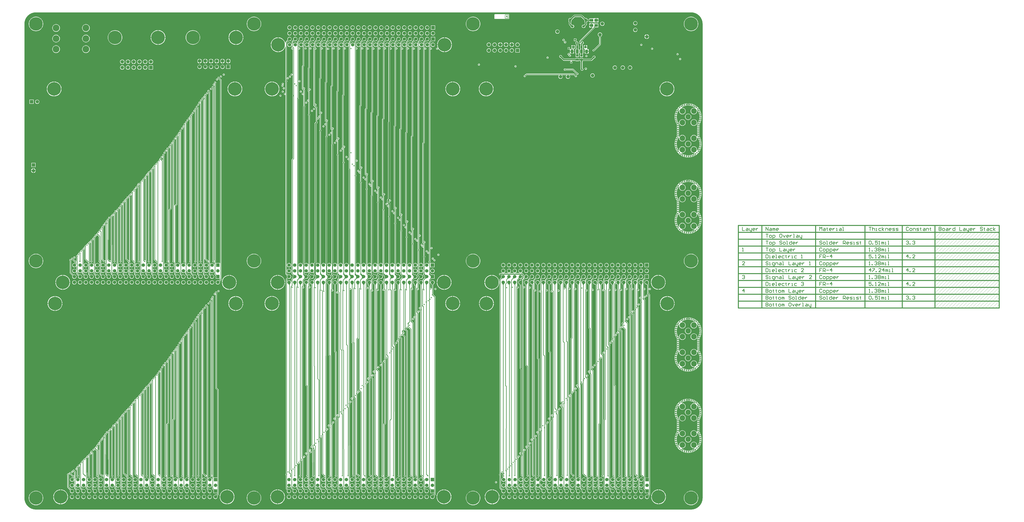
<source format=gbl>
G04*
G04 #@! TF.GenerationSoftware,Altium Limited,Altium Designer,20.2.6 (244)*
G04*
G04 Layer_Physical_Order=4*
G04 Layer_Color=16711680*
%FSLAX25Y25*%
%MOIN*%
G70*
G04*
G04 #@! TF.SameCoordinates,78A2C6BB-1FC3-406C-8345-49C289C49674*
G04*
G04*
G04 #@! TF.FilePolarity,Positive*
G04*
G01*
G75*
%ADD11C,0.00787*%
%ADD15C,0.01000*%
%ADD22C,0.01500*%
%ADD23C,0.00100*%
%ADD27R,0.05118X0.05906*%
%ADD28R,0.05906X0.05906*%
%ADD32R,0.03937X0.03543*%
%ADD34R,0.03543X0.03937*%
%ADD35R,0.05906X0.05118*%
%ADD70C,0.02000*%
%ADD73C,0.05906*%
%ADD74C,0.23622*%
%ADD75C,0.09843*%
%ADD76C,0.09449*%
%ADD77O,0.04921X0.03740*%
%ADD78O,0.03543X0.06299*%
%ADD79C,0.11811*%
%ADD80R,0.06000X0.06000*%
%ADD81C,0.06000*%
%ADD82C,0.02000*%
%ADD83C,0.02362*%
%ADD84C,0.03150*%
G36*
X1161319Y866142D02*
X1161319Y866142D01*
X1162609D01*
X1165168Y865805D01*
X1167660Y865137D01*
X1170044Y864149D01*
X1172279Y862859D01*
X1174326Y861288D01*
X1176151Y859464D01*
X1177722Y857417D01*
X1179012Y855182D01*
X1179999Y852798D01*
X1180667Y850305D01*
X1181004Y847747D01*
Y846457D01*
X1181004Y846457D01*
X1181004Y846457D01*
Y19685D01*
X1181004Y19685D01*
X1181004Y19685D01*
Y18395D01*
X1180667Y15836D01*
X1179999Y13344D01*
X1179012Y10960D01*
X1177722Y8725D01*
X1176151Y6678D01*
X1174326Y4853D01*
X1172279Y3282D01*
X1170044Y1992D01*
X1167660Y1005D01*
X1165168Y337D01*
X1162609Y0D01*
X18296D01*
X15738Y337D01*
X13246Y1005D01*
X10862Y1992D01*
X8627Y3282D01*
X6579Y4853D01*
X4755Y6678D01*
X3184Y8725D01*
X1894Y10960D01*
X906Y13344D01*
X238Y15836D01*
X-98Y18395D01*
Y19685D01*
Y846457D01*
Y847747D01*
X238Y850305D01*
X906Y852798D01*
X1894Y855182D01*
X3184Y857417D01*
X4755Y859464D01*
X6579Y861288D01*
X8627Y862859D01*
X10862Y864149D01*
X13246Y865137D01*
X15738Y865805D01*
X18296Y866142D01*
X19587D01*
Y866142D01*
X19587Y866142D01*
X1161319D01*
X1161319Y866142D01*
D02*
G37*
%LPC*%
G36*
X843307Y863529D02*
X819685D01*
X819258Y863445D01*
X818896Y863203D01*
X818654Y862841D01*
X818569Y862414D01*
Y856115D01*
X818654Y855688D01*
X818896Y855326D01*
X819258Y855085D01*
X819685Y855000D01*
X843307D01*
X843733Y855085D01*
X844095Y855326D01*
X844337Y855688D01*
X844422Y856115D01*
Y862414D01*
X844337Y862841D01*
X844095Y863203D01*
X843733Y863445D01*
X843307Y863529D01*
D02*
G37*
G36*
X996465Y856386D02*
Y853327D01*
X999917D01*
Y856386D01*
X996465D01*
D02*
G37*
G36*
X999917Y852327D02*
X996465D01*
Y849268D01*
X999917D01*
Y852327D01*
D02*
G37*
G36*
X970571Y862068D02*
X957972D01*
X957309Y861936D01*
X956747Y861560D01*
X952156Y856969D01*
X951952Y856790D01*
X951674Y856574D01*
X951554Y856495D01*
X951457Y856561D01*
X950492Y856752D01*
X949528Y856561D01*
X948710Y856014D01*
X948164Y855197D01*
X947972Y854232D01*
Y851476D01*
X948164Y850512D01*
X948337Y850253D01*
X948363Y850191D01*
X948443Y850072D01*
X948500Y849962D01*
X948557Y849822D01*
X948611Y849652D01*
X948659Y849451D01*
X948698Y849236D01*
X948759Y848523D01*
Y845765D01*
X948891Y845102D01*
X949267Y844540D01*
X950416Y843390D01*
X950545Y843249D01*
X950707Y843041D01*
X950853Y842830D01*
X950978Y842624D01*
X951084Y842421D01*
X951170Y842222D01*
X951237Y842027D01*
X951287Y841835D01*
X951325Y841617D01*
X951327Y841612D01*
X951335Y841553D01*
X951594Y840928D01*
X952006Y840391D01*
X952542Y839979D01*
X953168Y839721D01*
X953839Y839632D01*
X955020D01*
X955691Y839721D01*
X956316Y839979D01*
X956853Y840391D01*
X957265Y840928D01*
X957524Y841553D01*
X957612Y842224D01*
X957524Y842895D01*
X957265Y843521D01*
X956853Y844057D01*
X956316Y844469D01*
X955691Y844728D01*
X955020Y844817D01*
X954125D01*
X953985Y844896D01*
X953722Y845078D01*
X953150Y845559D01*
X952225Y846483D01*
Y848668D01*
X952226Y848670D01*
X952285Y849229D01*
X952325Y849451D01*
X952374Y849652D01*
X952427Y849822D01*
X952484Y849962D01*
X952542Y850072D01*
X952621Y850191D01*
X952648Y850253D01*
X952820Y850512D01*
X953012Y851476D01*
Y852435D01*
X953059Y852551D01*
X953207Y852825D01*
X953415Y853144D01*
X953679Y853496D01*
X954309Y854220D01*
X958690Y858601D01*
X969853D01*
X974234Y854220D01*
X974865Y853496D01*
X975128Y853144D01*
X975336Y852825D01*
X975484Y852551D01*
X975531Y852435D01*
Y851476D01*
X975723Y850512D01*
X975896Y850253D01*
X975922Y850191D01*
X976002Y850072D01*
X976059Y849962D01*
X976116Y849822D01*
X976170Y849652D01*
X976218Y849451D01*
X976257Y849236D01*
X976318Y848523D01*
Y846483D01*
X975354Y845520D01*
X975138Y845328D01*
X974830Y845083D01*
X974559Y844896D01*
X974419Y844817D01*
X973524D01*
X972853Y844728D01*
X972227Y844469D01*
X971691Y844057D01*
X971279Y843521D01*
X971020Y842895D01*
X970931Y842224D01*
X971020Y841553D01*
X971279Y840928D01*
X971691Y840391D01*
X972227Y839979D01*
X972853Y839721D01*
X973524Y839632D01*
X974705D01*
X975376Y839721D01*
X976001Y839979D01*
X976538Y840391D01*
X976950Y840928D01*
X977209Y841553D01*
X977216Y841612D01*
X977218Y841617D01*
X977256Y841835D01*
X977306Y842027D01*
X977374Y842222D01*
X977460Y842421D01*
X977565Y842624D01*
X977690Y842830D01*
X977831Y843033D01*
X978114Y843377D01*
X979277Y844540D01*
X979653Y845102D01*
X979784Y845765D01*
Y848668D01*
X979785Y848670D01*
X979844Y849229D01*
X979884Y849451D01*
X979933Y849652D01*
X979986Y849822D01*
X980043Y849962D01*
X980101Y850072D01*
X980180Y850191D01*
X980207Y850253D01*
X980379Y850512D01*
X980458Y850907D01*
X980523Y850944D01*
X980669Y850999D01*
X980875Y851051D01*
X981139Y851091D01*
X981331Y851107D01*
X983512D01*
X983686Y851092D01*
X983927Y851052D01*
X984112Y851003D01*
X984239Y850951D01*
X984310Y850908D01*
X984336Y850883D01*
X984340Y850879D01*
Y849568D01*
X991512D01*
X991636Y849568D01*
X992012Y849268D01*
X992021Y849268D01*
X995465D01*
Y852827D01*
Y856386D01*
X992012Y856386D01*
X991636Y856086D01*
X991512Y856086D01*
X984340D01*
Y854802D01*
X984336Y854798D01*
X984310Y854774D01*
X984239Y854730D01*
X984112Y854679D01*
X983927Y854629D01*
X983686Y854589D01*
X983512Y854574D01*
X981332D01*
X981141Y854590D01*
X980879Y854630D01*
X980674Y854682D01*
X980530Y854737D01*
X980463Y854775D01*
X980379Y855197D01*
X979833Y856014D01*
X979016Y856561D01*
X978051Y856752D01*
X977087Y856561D01*
X976989Y856495D01*
X976879Y856567D01*
X976348Y857009D01*
X971796Y861560D01*
X971234Y861936D01*
X971065Y861970D01*
X970571Y862068D01*
D02*
G37*
G36*
X987492Y847386D02*
X984039D01*
Y844327D01*
X987492D01*
Y847386D01*
D02*
G37*
G36*
X1064272Y851390D02*
X1063318Y851264D01*
X1062430Y850896D01*
X1061666Y850311D01*
X1061081Y849548D01*
X1060713Y848659D01*
X1060587Y847706D01*
X1060713Y846752D01*
X1061081Y845863D01*
X1061666Y845100D01*
X1062430Y844515D01*
X1063318Y844147D01*
X1064272Y844021D01*
X1065225Y844147D01*
X1066114Y844515D01*
X1066877Y845100D01*
X1067462Y845863D01*
X1067830Y846752D01*
X1067956Y847706D01*
X1067830Y848659D01*
X1067462Y849548D01*
X1066877Y850311D01*
X1066114Y850896D01*
X1065225Y851264D01*
X1064272Y851390D01*
D02*
G37*
G36*
X1006693Y850436D02*
X1005739Y850311D01*
X1004851Y849943D01*
X1004088Y849357D01*
X1003502Y848594D01*
X1003134Y847706D01*
X1003008Y846752D01*
X1003134Y845798D01*
X1003502Y844910D01*
X1004088Y844147D01*
X1004851Y843561D01*
X1005739Y843193D01*
X1006693Y843068D01*
X1007646Y843193D01*
X1008535Y843561D01*
X1009298Y844147D01*
X1009883Y844910D01*
X1010252Y845798D01*
X1010377Y846752D01*
X1010252Y847706D01*
X1009883Y848594D01*
X1009298Y849357D01*
X1008535Y849943D01*
X1007646Y850311D01*
X1006693Y850436D01*
D02*
G37*
G36*
X987492Y843327D02*
X984039D01*
Y840268D01*
X987492D01*
Y843327D01*
D02*
G37*
G36*
X715239Y843771D02*
X707934D01*
Y836465D01*
X715239D01*
Y843771D01*
D02*
G37*
G36*
X701587Y843802D02*
X700633Y843677D01*
X699745Y843309D01*
X698981Y842723D01*
X698396Y841960D01*
X698028Y841072D01*
X697902Y840118D01*
X698028Y839165D01*
X698396Y838276D01*
X698981Y837513D01*
X699745Y836927D01*
X700633Y836559D01*
X701587Y836434D01*
X702540Y836559D01*
X703429Y836927D01*
X704192Y837513D01*
X704777Y838276D01*
X705145Y839165D01*
X705271Y840118D01*
X705145Y841072D01*
X704777Y841960D01*
X704192Y842723D01*
X703429Y843309D01*
X702540Y843677D01*
X701587Y843802D01*
D02*
G37*
G36*
X691587D02*
X690633Y843677D01*
X689745Y843309D01*
X688981Y842723D01*
X688396Y841960D01*
X688028Y841072D01*
X687902Y840118D01*
X688028Y839165D01*
X688396Y838276D01*
X688981Y837513D01*
X689745Y836927D01*
X690633Y836559D01*
X691587Y836434D01*
X692540Y836559D01*
X693429Y836927D01*
X694192Y837513D01*
X694777Y838276D01*
X695145Y839165D01*
X695271Y840118D01*
X695145Y841072D01*
X694777Y841960D01*
X694192Y842723D01*
X693429Y843309D01*
X692540Y843677D01*
X691587Y843802D01*
D02*
G37*
G36*
X681587D02*
X680633Y843677D01*
X679744Y843309D01*
X678981Y842723D01*
X678396Y841960D01*
X678028Y841072D01*
X677902Y840118D01*
X678028Y839165D01*
X678396Y838276D01*
X678981Y837513D01*
X679744Y836927D01*
X680633Y836559D01*
X681587Y836434D01*
X682540Y836559D01*
X683429Y836927D01*
X684192Y837513D01*
X684777Y838276D01*
X685145Y839165D01*
X685271Y840118D01*
X685145Y841072D01*
X684777Y841960D01*
X684192Y842723D01*
X683429Y843309D01*
X682540Y843677D01*
X681587Y843802D01*
D02*
G37*
G36*
X671587D02*
X670633Y843677D01*
X669744Y843309D01*
X668981Y842723D01*
X668396Y841960D01*
X668028Y841072D01*
X667902Y840118D01*
X668028Y839165D01*
X668396Y838276D01*
X668981Y837513D01*
X669744Y836927D01*
X670633Y836559D01*
X671587Y836434D01*
X672540Y836559D01*
X673429Y836927D01*
X674192Y837513D01*
X674777Y838276D01*
X675145Y839165D01*
X675271Y840118D01*
X675145Y841072D01*
X674777Y841960D01*
X674192Y842723D01*
X673429Y843309D01*
X672540Y843677D01*
X671587Y843802D01*
D02*
G37*
G36*
X661587D02*
X660633Y843677D01*
X659745Y843309D01*
X658981Y842723D01*
X658396Y841960D01*
X658028Y841072D01*
X657902Y840118D01*
X658028Y839165D01*
X658396Y838276D01*
X658981Y837513D01*
X659745Y836927D01*
X660633Y836559D01*
X661587Y836434D01*
X662540Y836559D01*
X663429Y836927D01*
X664192Y837513D01*
X664777Y838276D01*
X665145Y839165D01*
X665271Y840118D01*
X665145Y841072D01*
X664777Y841960D01*
X664192Y842723D01*
X663429Y843309D01*
X662540Y843677D01*
X661587Y843802D01*
D02*
G37*
G36*
X651587D02*
X650633Y843677D01*
X649745Y843309D01*
X648981Y842723D01*
X648396Y841960D01*
X648028Y841072D01*
X647902Y840118D01*
X648028Y839165D01*
X648396Y838276D01*
X648981Y837513D01*
X649745Y836927D01*
X650633Y836559D01*
X651587Y836434D01*
X652540Y836559D01*
X653429Y836927D01*
X654192Y837513D01*
X654777Y838276D01*
X655145Y839165D01*
X655271Y840118D01*
X655145Y841072D01*
X654777Y841960D01*
X654192Y842723D01*
X653429Y843309D01*
X652540Y843677D01*
X651587Y843802D01*
D02*
G37*
G36*
X641587D02*
X640633Y843677D01*
X639745Y843309D01*
X638981Y842723D01*
X638396Y841960D01*
X638028Y841072D01*
X637902Y840118D01*
X638028Y839165D01*
X638396Y838276D01*
X638981Y837513D01*
X639745Y836927D01*
X640633Y836559D01*
X641587Y836434D01*
X642540Y836559D01*
X643429Y836927D01*
X644192Y837513D01*
X644777Y838276D01*
X645145Y839165D01*
X645271Y840118D01*
X645145Y841072D01*
X644777Y841960D01*
X644192Y842723D01*
X643429Y843309D01*
X642540Y843677D01*
X641587Y843802D01*
D02*
G37*
G36*
X631488D02*
X630535Y843677D01*
X629646Y843309D01*
X628883Y842723D01*
X628298Y841960D01*
X627929Y841072D01*
X627804Y840118D01*
X627929Y839165D01*
X628298Y838276D01*
X628883Y837513D01*
X629646Y836927D01*
X630535Y836559D01*
X631488Y836434D01*
X632442Y836559D01*
X633330Y836927D01*
X634093Y837513D01*
X634679Y838276D01*
X635047Y839165D01*
X635173Y840118D01*
X635047Y841072D01*
X634679Y841960D01*
X634093Y842723D01*
X633330Y843309D01*
X632442Y843677D01*
X631488Y843802D01*
D02*
G37*
G36*
X621587D02*
X620633Y843677D01*
X619744Y843309D01*
X618981Y842723D01*
X618396Y841960D01*
X618028Y841072D01*
X617902Y840118D01*
X618028Y839165D01*
X618396Y838276D01*
X618981Y837513D01*
X619744Y836927D01*
X620633Y836559D01*
X621587Y836434D01*
X622540Y836559D01*
X623429Y836927D01*
X624192Y837513D01*
X624777Y838276D01*
X625145Y839165D01*
X625271Y840118D01*
X625145Y841072D01*
X624777Y841960D01*
X624192Y842723D01*
X623429Y843309D01*
X622540Y843677D01*
X621587Y843802D01*
D02*
G37*
G36*
X611587D02*
X610633Y843677D01*
X609745Y843309D01*
X608981Y842723D01*
X608396Y841960D01*
X608028Y841072D01*
X607902Y840118D01*
X608028Y839165D01*
X608396Y838276D01*
X608981Y837513D01*
X609745Y836927D01*
X610633Y836559D01*
X611587Y836434D01*
X612540Y836559D01*
X613429Y836927D01*
X614192Y837513D01*
X614777Y838276D01*
X615145Y839165D01*
X615271Y840118D01*
X615145Y841072D01*
X614777Y841960D01*
X614192Y842723D01*
X613429Y843309D01*
X612540Y843677D01*
X611587Y843802D01*
D02*
G37*
G36*
X601587D02*
X600633Y843677D01*
X599745Y843309D01*
X598981Y842723D01*
X598396Y841960D01*
X598028Y841072D01*
X597902Y840118D01*
X598028Y839165D01*
X598396Y838276D01*
X598981Y837513D01*
X599745Y836927D01*
X600633Y836559D01*
X601587Y836434D01*
X602540Y836559D01*
X603429Y836927D01*
X604192Y837513D01*
X604777Y838276D01*
X605145Y839165D01*
X605271Y840118D01*
X605145Y841072D01*
X604777Y841960D01*
X604192Y842723D01*
X603429Y843309D01*
X602540Y843677D01*
X601587Y843802D01*
D02*
G37*
G36*
X591587D02*
X590633Y843677D01*
X589745Y843309D01*
X588981Y842723D01*
X588396Y841960D01*
X588028Y841072D01*
X587902Y840118D01*
X588028Y839165D01*
X588396Y838276D01*
X588981Y837513D01*
X589745Y836927D01*
X590633Y836559D01*
X591587Y836434D01*
X592540Y836559D01*
X593429Y836927D01*
X594192Y837513D01*
X594777Y838276D01*
X595145Y839165D01*
X595271Y840118D01*
X595145Y841072D01*
X594777Y841960D01*
X594192Y842723D01*
X593429Y843309D01*
X592540Y843677D01*
X591587Y843802D01*
D02*
G37*
G36*
X581587D02*
X580633Y843677D01*
X579744Y843309D01*
X578981Y842723D01*
X578396Y841960D01*
X578028Y841072D01*
X577902Y840118D01*
X578028Y839165D01*
X578396Y838276D01*
X578981Y837513D01*
X579744Y836927D01*
X580633Y836559D01*
X581587Y836434D01*
X582540Y836559D01*
X583429Y836927D01*
X584192Y837513D01*
X584777Y838276D01*
X585145Y839165D01*
X585271Y840118D01*
X585145Y841072D01*
X584777Y841960D01*
X584192Y842723D01*
X583429Y843309D01*
X582540Y843677D01*
X581587Y843802D01*
D02*
G37*
G36*
X571587D02*
X570633Y843677D01*
X569744Y843309D01*
X568981Y842723D01*
X568396Y841960D01*
X568028Y841072D01*
X567902Y840118D01*
X568028Y839165D01*
X568396Y838276D01*
X568981Y837513D01*
X569744Y836927D01*
X570633Y836559D01*
X571587Y836434D01*
X572540Y836559D01*
X573429Y836927D01*
X574192Y837513D01*
X574777Y838276D01*
X575145Y839165D01*
X575271Y840118D01*
X575145Y841072D01*
X574777Y841960D01*
X574192Y842723D01*
X573429Y843309D01*
X572540Y843677D01*
X571587Y843802D01*
D02*
G37*
G36*
X561587D02*
X560633Y843677D01*
X559745Y843309D01*
X558981Y842723D01*
X558396Y841960D01*
X558028Y841072D01*
X557902Y840118D01*
X558028Y839165D01*
X558396Y838276D01*
X558981Y837513D01*
X559745Y836927D01*
X560633Y836559D01*
X561587Y836434D01*
X562540Y836559D01*
X563429Y836927D01*
X564192Y837513D01*
X564777Y838276D01*
X565145Y839165D01*
X565271Y840118D01*
X565145Y841072D01*
X564777Y841960D01*
X564192Y842723D01*
X563429Y843309D01*
X562540Y843677D01*
X561587Y843802D01*
D02*
G37*
G36*
X551587D02*
X550633Y843677D01*
X549745Y843309D01*
X548981Y842723D01*
X548396Y841960D01*
X548028Y841072D01*
X547902Y840118D01*
X548028Y839165D01*
X548396Y838276D01*
X548981Y837513D01*
X549745Y836927D01*
X550633Y836559D01*
X551587Y836434D01*
X552540Y836559D01*
X553429Y836927D01*
X554192Y837513D01*
X554777Y838276D01*
X555145Y839165D01*
X555271Y840118D01*
X555145Y841072D01*
X554777Y841960D01*
X554192Y842723D01*
X553429Y843309D01*
X552540Y843677D01*
X551587Y843802D01*
D02*
G37*
G36*
X541587D02*
X540633Y843677D01*
X539745Y843309D01*
X538981Y842723D01*
X538396Y841960D01*
X538028Y841072D01*
X537902Y840118D01*
X538028Y839165D01*
X538396Y838276D01*
X538981Y837513D01*
X539745Y836927D01*
X540633Y836559D01*
X541587Y836434D01*
X542540Y836559D01*
X543429Y836927D01*
X544192Y837513D01*
X544777Y838276D01*
X545145Y839165D01*
X545271Y840118D01*
X545145Y841072D01*
X544777Y841960D01*
X544192Y842723D01*
X543429Y843309D01*
X542540Y843677D01*
X541587Y843802D01*
D02*
G37*
G36*
X531587D02*
X530633Y843677D01*
X529744Y843309D01*
X528981Y842723D01*
X528396Y841960D01*
X528028Y841072D01*
X527902Y840118D01*
X528028Y839165D01*
X528396Y838276D01*
X528981Y837513D01*
X529744Y836927D01*
X530633Y836559D01*
X531587Y836434D01*
X532540Y836559D01*
X533429Y836927D01*
X534192Y837513D01*
X534777Y838276D01*
X535145Y839165D01*
X535271Y840118D01*
X535145Y841072D01*
X534777Y841960D01*
X534192Y842723D01*
X533429Y843309D01*
X532540Y843677D01*
X531587Y843802D01*
D02*
G37*
G36*
X521587D02*
X520633Y843677D01*
X519744Y843309D01*
X518981Y842723D01*
X518396Y841960D01*
X518028Y841072D01*
X517902Y840118D01*
X518028Y839165D01*
X518396Y838276D01*
X518981Y837513D01*
X519744Y836927D01*
X520633Y836559D01*
X521587Y836434D01*
X522540Y836559D01*
X523429Y836927D01*
X524192Y837513D01*
X524777Y838276D01*
X525145Y839165D01*
X525271Y840118D01*
X525145Y841072D01*
X524777Y841960D01*
X524192Y842723D01*
X523429Y843309D01*
X522540Y843677D01*
X521587Y843802D01*
D02*
G37*
G36*
X511587D02*
X510633Y843677D01*
X509745Y843309D01*
X508981Y842723D01*
X508396Y841960D01*
X508028Y841072D01*
X507902Y840118D01*
X508028Y839165D01*
X508396Y838276D01*
X508981Y837513D01*
X509745Y836927D01*
X510633Y836559D01*
X511587Y836434D01*
X512540Y836559D01*
X513429Y836927D01*
X514192Y837513D01*
X514777Y838276D01*
X515145Y839165D01*
X515271Y840118D01*
X515145Y841072D01*
X514777Y841960D01*
X514192Y842723D01*
X513429Y843309D01*
X512540Y843677D01*
X511587Y843802D01*
D02*
G37*
G36*
X501587D02*
X500633Y843677D01*
X499745Y843309D01*
X498981Y842723D01*
X498396Y841960D01*
X498028Y841072D01*
X497902Y840118D01*
X498028Y839165D01*
X498396Y838276D01*
X498981Y837513D01*
X499745Y836927D01*
X500633Y836559D01*
X501587Y836434D01*
X502540Y836559D01*
X503429Y836927D01*
X504192Y837513D01*
X504777Y838276D01*
X505145Y839165D01*
X505271Y840118D01*
X505145Y841072D01*
X504777Y841960D01*
X504192Y842723D01*
X503429Y843309D01*
X502540Y843677D01*
X501587Y843802D01*
D02*
G37*
G36*
X491587D02*
X490633Y843677D01*
X489745Y843309D01*
X488981Y842723D01*
X488396Y841960D01*
X488028Y841072D01*
X487902Y840118D01*
X488028Y839165D01*
X488396Y838276D01*
X488981Y837513D01*
X489745Y836927D01*
X490633Y836559D01*
X491587Y836434D01*
X492540Y836559D01*
X493429Y836927D01*
X494192Y837513D01*
X494777Y838276D01*
X495145Y839165D01*
X495271Y840118D01*
X495145Y841072D01*
X494777Y841960D01*
X494192Y842723D01*
X493429Y843309D01*
X492540Y843677D01*
X491587Y843802D01*
D02*
G37*
G36*
X481587D02*
X480633Y843677D01*
X479744Y843309D01*
X478981Y842723D01*
X478396Y841960D01*
X478028Y841072D01*
X477902Y840118D01*
X478028Y839165D01*
X478396Y838276D01*
X478981Y837513D01*
X479744Y836927D01*
X480633Y836559D01*
X481587Y836434D01*
X482540Y836559D01*
X483429Y836927D01*
X484192Y837513D01*
X484777Y838276D01*
X485145Y839165D01*
X485271Y840118D01*
X485145Y841072D01*
X484777Y841960D01*
X484192Y842723D01*
X483429Y843309D01*
X482540Y843677D01*
X481587Y843802D01*
D02*
G37*
G36*
X471587D02*
X470633Y843677D01*
X469744Y843309D01*
X468981Y842723D01*
X468396Y841960D01*
X468028Y841072D01*
X467902Y840118D01*
X468028Y839165D01*
X468396Y838276D01*
X468981Y837513D01*
X469744Y836927D01*
X470633Y836559D01*
X471587Y836434D01*
X472540Y836559D01*
X473429Y836927D01*
X474192Y837513D01*
X474777Y838276D01*
X475145Y839165D01*
X475271Y840118D01*
X475145Y841072D01*
X474777Y841960D01*
X474192Y842723D01*
X473429Y843309D01*
X472540Y843677D01*
X471587Y843802D01*
D02*
G37*
G36*
X461587D02*
X460633Y843677D01*
X459745Y843309D01*
X458981Y842723D01*
X458396Y841960D01*
X458028Y841072D01*
X457902Y840118D01*
X458028Y839165D01*
X458396Y838276D01*
X458981Y837513D01*
X459745Y836927D01*
X460633Y836559D01*
X461587Y836434D01*
X462540Y836559D01*
X463429Y836927D01*
X464192Y837513D01*
X464777Y838276D01*
X465145Y839165D01*
X465271Y840118D01*
X465145Y841072D01*
X464777Y841960D01*
X464192Y842723D01*
X463429Y843309D01*
X462540Y843677D01*
X461587Y843802D01*
D02*
G37*
G36*
X1161417Y859006D02*
X1159454Y858852D01*
X1157539Y858392D01*
X1155720Y857638D01*
X1154041Y856610D01*
X1152543Y855331D01*
X1151264Y853833D01*
X1150235Y852154D01*
X1149482Y850335D01*
X1149022Y848420D01*
X1148868Y846457D01*
X1149022Y844493D01*
X1149482Y842579D01*
X1150235Y840759D01*
X1151264Y839080D01*
X1152543Y837583D01*
X1154041Y836304D01*
X1155720Y835275D01*
X1157539Y834521D01*
X1159454Y834061D01*
X1161417Y833907D01*
X1163381Y834061D01*
X1165295Y834521D01*
X1167115Y835275D01*
X1168794Y836304D01*
X1170291Y837583D01*
X1171570Y839080D01*
X1172599Y840759D01*
X1173353Y842579D01*
X1173812Y844493D01*
X1173967Y846457D01*
X1173812Y848420D01*
X1173353Y850335D01*
X1172599Y852154D01*
X1171570Y853833D01*
X1170291Y855331D01*
X1168794Y856610D01*
X1167115Y857638D01*
X1165295Y858392D01*
X1163381Y858852D01*
X1161417Y859006D01*
D02*
G37*
G36*
X781496D02*
X779533Y858852D01*
X777618Y858392D01*
X775799Y857638D01*
X774120Y856610D01*
X772622Y855331D01*
X771343Y853833D01*
X770314Y852154D01*
X769560Y850335D01*
X769101Y848420D01*
X768946Y846457D01*
X769101Y844493D01*
X769560Y842579D01*
X770314Y840759D01*
X771343Y839080D01*
X772622Y837583D01*
X774120Y836304D01*
X775799Y835275D01*
X777618Y834521D01*
X779533Y834061D01*
X781496Y833907D01*
X783459Y834061D01*
X785374Y834521D01*
X787193Y835275D01*
X788872Y836304D01*
X790370Y837583D01*
X791649Y839080D01*
X792678Y840759D01*
X793432Y842579D01*
X793891Y844493D01*
X794046Y846457D01*
X793891Y848420D01*
X793432Y850335D01*
X792678Y852154D01*
X791649Y853833D01*
X790370Y855331D01*
X788872Y856610D01*
X787193Y857638D01*
X785374Y858392D01*
X783459Y858852D01*
X781496Y859006D01*
D02*
G37*
G36*
X399606D02*
X397643Y858852D01*
X395728Y858392D01*
X393909Y857638D01*
X392230Y856610D01*
X390732Y855331D01*
X389454Y853833D01*
X388424Y852154D01*
X387671Y850335D01*
X387211Y848420D01*
X387057Y846457D01*
X387211Y844493D01*
X387671Y842579D01*
X388424Y840759D01*
X389454Y839080D01*
X390732Y837583D01*
X392230Y836304D01*
X393909Y835275D01*
X395728Y834521D01*
X397643Y834061D01*
X399606Y833907D01*
X401570Y834061D01*
X403484Y834521D01*
X405304Y835275D01*
X406983Y836304D01*
X408480Y837583D01*
X409759Y839080D01*
X410788Y840759D01*
X411542Y842579D01*
X412002Y844493D01*
X412156Y846457D01*
X412002Y848420D01*
X411542Y850335D01*
X410788Y852154D01*
X409759Y853833D01*
X408480Y855331D01*
X406983Y856610D01*
X405304Y857638D01*
X403484Y858392D01*
X401570Y858852D01*
X399606Y859006D01*
D02*
G37*
G36*
X19685D02*
X17722Y858852D01*
X15807Y858392D01*
X13987Y857638D01*
X12308Y856610D01*
X10811Y855331D01*
X9532Y853833D01*
X8503Y852154D01*
X7750Y850335D01*
X7290Y848420D01*
X7135Y846457D01*
X7290Y844493D01*
X7750Y842579D01*
X8503Y840759D01*
X9532Y839080D01*
X10811Y837583D01*
X12308Y836304D01*
X13987Y835275D01*
X15807Y834521D01*
X17722Y834061D01*
X19685Y833907D01*
X21648Y834061D01*
X23563Y834521D01*
X25383Y835275D01*
X27062Y836304D01*
X28559Y837583D01*
X29838Y839080D01*
X30867Y840759D01*
X31620Y842579D01*
X32080Y844493D01*
X32235Y846457D01*
X32080Y848420D01*
X31620Y850335D01*
X30867Y852154D01*
X29838Y853833D01*
X28559Y855331D01*
X27062Y856610D01*
X25383Y857638D01*
X23563Y858392D01*
X21648Y858852D01*
X19685Y859006D01*
D02*
G37*
G36*
X106783Y846008D02*
X105489Y845880D01*
X104243Y845502D01*
X103096Y844889D01*
X102090Y844064D01*
X101265Y843058D01*
X100651Y841910D01*
X100274Y840665D01*
X100146Y839370D01*
X100274Y838075D01*
X100651Y836830D01*
X101265Y835683D01*
X102090Y834677D01*
X103096Y833851D01*
X104243Y833238D01*
X105489Y832860D01*
X106783Y832733D01*
X108078Y832860D01*
X109324Y833238D01*
X110471Y833851D01*
X111477Y834677D01*
X112302Y835683D01*
X112916Y836830D01*
X113293Y838075D01*
X113421Y839370D01*
X113293Y840665D01*
X112916Y841910D01*
X112302Y843058D01*
X111477Y844064D01*
X110471Y844889D01*
X109324Y845502D01*
X108078Y845880D01*
X106783Y846008D01*
D02*
G37*
G36*
X54724D02*
X53430Y845880D01*
X52184Y845502D01*
X51037Y844889D01*
X50031Y844064D01*
X49205Y843058D01*
X48592Y841910D01*
X48215Y840665D01*
X48087Y839370D01*
X48215Y838075D01*
X48592Y836830D01*
X49205Y835683D01*
X50031Y834677D01*
X51037Y833851D01*
X52184Y833238D01*
X53430Y832860D01*
X54724Y832733D01*
X56019Y832860D01*
X57264Y833238D01*
X58412Y833851D01*
X59418Y834677D01*
X60243Y835683D01*
X60857Y836830D01*
X61234Y838075D01*
X61362Y839370D01*
X61234Y840665D01*
X60857Y841910D01*
X60243Y843058D01*
X59418Y844064D01*
X58412Y844889D01*
X57264Y845502D01*
X56019Y845880D01*
X54724Y846008D01*
D02*
G37*
G36*
X1064272Y839708D02*
X1063318Y839583D01*
X1062430Y839214D01*
X1061666Y838629D01*
X1061081Y837866D01*
X1060713Y836977D01*
X1060587Y836024D01*
X1060713Y835070D01*
X1061081Y834182D01*
X1061666Y833418D01*
X1062430Y832833D01*
X1063318Y832465D01*
X1064272Y832339D01*
X1065225Y832465D01*
X1066114Y832833D01*
X1066877Y833418D01*
X1067462Y834182D01*
X1067830Y835070D01*
X1067956Y836024D01*
X1067830Y836977D01*
X1067462Y837866D01*
X1066877Y838629D01*
X1066114Y839214D01*
X1065225Y839583D01*
X1064272Y839708D01*
D02*
G37*
G36*
X928543Y836755D02*
X927590Y836629D01*
X926701Y836261D01*
X925938Y835676D01*
X925352Y834913D01*
X924984Y834024D01*
X924859Y833071D01*
X924984Y832117D01*
X925352Y831229D01*
X925938Y830466D01*
X926701Y829880D01*
X927590Y829512D01*
X928543Y829387D01*
X929497Y829512D01*
X930385Y829880D01*
X931148Y830466D01*
X931734Y831229D01*
X932102Y832117D01*
X932227Y833071D01*
X932102Y834024D01*
X931734Y834913D01*
X931148Y835676D01*
X930385Y836261D01*
X929497Y836629D01*
X928543Y836755D01*
D02*
G37*
G36*
X711587Y833802D02*
X710633Y833677D01*
X709745Y833309D01*
X708981Y832723D01*
X708396Y831960D01*
X708028Y831072D01*
X707902Y830118D01*
X708028Y829165D01*
X708396Y828276D01*
X708981Y827513D01*
X709745Y826927D01*
X710633Y826559D01*
X711587Y826434D01*
X712540Y826559D01*
X713429Y826927D01*
X714192Y827513D01*
X714777Y828276D01*
X715145Y829165D01*
X715271Y830118D01*
X715145Y831072D01*
X714777Y831960D01*
X714192Y832723D01*
X713429Y833309D01*
X712540Y833677D01*
X711587Y833802D01*
D02*
G37*
G36*
X701587D02*
X700633Y833677D01*
X699745Y833309D01*
X698981Y832723D01*
X698396Y831960D01*
X698028Y831072D01*
X697902Y830118D01*
X698028Y829165D01*
X698396Y828276D01*
X698981Y827513D01*
X699745Y826927D01*
X700633Y826559D01*
X701587Y826434D01*
X702540Y826559D01*
X703429Y826927D01*
X704192Y827513D01*
X704777Y828276D01*
X705145Y829165D01*
X705271Y830118D01*
X705145Y831072D01*
X704777Y831960D01*
X704192Y832723D01*
X703429Y833309D01*
X702540Y833677D01*
X701587Y833802D01*
D02*
G37*
G36*
X691587D02*
X690633Y833677D01*
X689745Y833309D01*
X688981Y832723D01*
X688396Y831960D01*
X688028Y831072D01*
X687902Y830118D01*
X688028Y829165D01*
X688396Y828276D01*
X688981Y827513D01*
X689745Y826927D01*
X690633Y826559D01*
X691587Y826434D01*
X692540Y826559D01*
X693429Y826927D01*
X694192Y827513D01*
X694777Y828276D01*
X695145Y829165D01*
X695271Y830118D01*
X695145Y831072D01*
X694777Y831960D01*
X694192Y832723D01*
X693429Y833309D01*
X692540Y833677D01*
X691587Y833802D01*
D02*
G37*
G36*
X681587D02*
X680633Y833677D01*
X679744Y833309D01*
X678981Y832723D01*
X678396Y831960D01*
X678028Y831072D01*
X677902Y830118D01*
X678028Y829165D01*
X678396Y828276D01*
X678981Y827513D01*
X679744Y826927D01*
X680633Y826559D01*
X681587Y826434D01*
X682540Y826559D01*
X683429Y826927D01*
X684192Y827513D01*
X684777Y828276D01*
X685145Y829165D01*
X685271Y830118D01*
X685145Y831072D01*
X684777Y831960D01*
X684192Y832723D01*
X683429Y833309D01*
X682540Y833677D01*
X681587Y833802D01*
D02*
G37*
G36*
X671587D02*
X670633Y833677D01*
X669744Y833309D01*
X668981Y832723D01*
X668396Y831960D01*
X668028Y831072D01*
X667902Y830118D01*
X668028Y829165D01*
X668396Y828276D01*
X668981Y827513D01*
X669744Y826927D01*
X670633Y826559D01*
X671587Y826434D01*
X672540Y826559D01*
X673429Y826927D01*
X674192Y827513D01*
X674777Y828276D01*
X675145Y829165D01*
X675271Y830118D01*
X675145Y831072D01*
X674777Y831960D01*
X674192Y832723D01*
X673429Y833309D01*
X672540Y833677D01*
X671587Y833802D01*
D02*
G37*
G36*
X661587D02*
X660633Y833677D01*
X659745Y833309D01*
X658981Y832723D01*
X658396Y831960D01*
X658028Y831072D01*
X657902Y830118D01*
X658028Y829165D01*
X658396Y828276D01*
X658981Y827513D01*
X659745Y826927D01*
X660633Y826559D01*
X661587Y826434D01*
X662540Y826559D01*
X663429Y826927D01*
X664192Y827513D01*
X664777Y828276D01*
X665145Y829165D01*
X665271Y830118D01*
X665145Y831072D01*
X664777Y831960D01*
X664192Y832723D01*
X663429Y833309D01*
X662540Y833677D01*
X661587Y833802D01*
D02*
G37*
G36*
X651587D02*
X650633Y833677D01*
X649745Y833309D01*
X648981Y832723D01*
X648396Y831960D01*
X648028Y831072D01*
X647902Y830118D01*
X648028Y829165D01*
X648396Y828276D01*
X648981Y827513D01*
X649745Y826927D01*
X650633Y826559D01*
X651587Y826434D01*
X652540Y826559D01*
X653429Y826927D01*
X654192Y827513D01*
X654777Y828276D01*
X655145Y829165D01*
X655271Y830118D01*
X655145Y831072D01*
X654777Y831960D01*
X654192Y832723D01*
X653429Y833309D01*
X652540Y833677D01*
X651587Y833802D01*
D02*
G37*
G36*
X641587D02*
X640633Y833677D01*
X639745Y833309D01*
X638981Y832723D01*
X638396Y831960D01*
X638028Y831072D01*
X637902Y830118D01*
X638028Y829165D01*
X638396Y828276D01*
X638981Y827513D01*
X639745Y826927D01*
X640633Y826559D01*
X641587Y826434D01*
X642540Y826559D01*
X643429Y826927D01*
X644192Y827513D01*
X644777Y828276D01*
X645145Y829165D01*
X645271Y830118D01*
X645145Y831072D01*
X644777Y831960D01*
X644192Y832723D01*
X643429Y833309D01*
X642540Y833677D01*
X641587Y833802D01*
D02*
G37*
G36*
X631587D02*
X630633Y833677D01*
X629744Y833309D01*
X628981Y832723D01*
X628396Y831960D01*
X628028Y831072D01*
X627902Y830118D01*
X628028Y829165D01*
X628396Y828276D01*
X628981Y827513D01*
X629744Y826927D01*
X630633Y826559D01*
X631587Y826434D01*
X632540Y826559D01*
X633429Y826927D01*
X634192Y827513D01*
X634777Y828276D01*
X635145Y829165D01*
X635271Y830118D01*
X635145Y831072D01*
X634777Y831960D01*
X634192Y832723D01*
X633429Y833309D01*
X632540Y833677D01*
X631587Y833802D01*
D02*
G37*
G36*
X621587D02*
X620633Y833677D01*
X619744Y833309D01*
X618981Y832723D01*
X618396Y831960D01*
X618028Y831072D01*
X617902Y830118D01*
X618028Y829165D01*
X618396Y828276D01*
X618981Y827513D01*
X619744Y826927D01*
X620633Y826559D01*
X621587Y826434D01*
X622540Y826559D01*
X623429Y826927D01*
X624192Y827513D01*
X624777Y828276D01*
X625145Y829165D01*
X625271Y830118D01*
X625145Y831072D01*
X624777Y831960D01*
X624192Y832723D01*
X623429Y833309D01*
X622540Y833677D01*
X621587Y833802D01*
D02*
G37*
G36*
X611587D02*
X610633Y833677D01*
X609745Y833309D01*
X608981Y832723D01*
X608396Y831960D01*
X608028Y831072D01*
X607902Y830118D01*
X608028Y829165D01*
X608396Y828276D01*
X608981Y827513D01*
X609745Y826927D01*
X610633Y826559D01*
X611587Y826434D01*
X612540Y826559D01*
X613429Y826927D01*
X614192Y827513D01*
X614777Y828276D01*
X615145Y829165D01*
X615271Y830118D01*
X615145Y831072D01*
X614777Y831960D01*
X614192Y832723D01*
X613429Y833309D01*
X612540Y833677D01*
X611587Y833802D01*
D02*
G37*
G36*
X601587D02*
X600633Y833677D01*
X599745Y833309D01*
X598981Y832723D01*
X598396Y831960D01*
X598028Y831072D01*
X597902Y830118D01*
X598028Y829165D01*
X598396Y828276D01*
X598981Y827513D01*
X599745Y826927D01*
X600633Y826559D01*
X601587Y826434D01*
X602540Y826559D01*
X603429Y826927D01*
X604192Y827513D01*
X604777Y828276D01*
X605145Y829165D01*
X605271Y830118D01*
X605145Y831072D01*
X604777Y831960D01*
X604192Y832723D01*
X603429Y833309D01*
X602540Y833677D01*
X601587Y833802D01*
D02*
G37*
G36*
X591587D02*
X590633Y833677D01*
X589745Y833309D01*
X588981Y832723D01*
X588396Y831960D01*
X588028Y831072D01*
X587902Y830118D01*
X588028Y829165D01*
X588396Y828276D01*
X588981Y827513D01*
X589745Y826927D01*
X590633Y826559D01*
X591587Y826434D01*
X592540Y826559D01*
X593429Y826927D01*
X594192Y827513D01*
X594777Y828276D01*
X595145Y829165D01*
X595271Y830118D01*
X595145Y831072D01*
X594777Y831960D01*
X594192Y832723D01*
X593429Y833309D01*
X592540Y833677D01*
X591587Y833802D01*
D02*
G37*
G36*
X581587D02*
X580633Y833677D01*
X579744Y833309D01*
X578981Y832723D01*
X578396Y831960D01*
X578028Y831072D01*
X577902Y830118D01*
X578028Y829165D01*
X578396Y828276D01*
X578981Y827513D01*
X579744Y826927D01*
X580633Y826559D01*
X581587Y826434D01*
X582540Y826559D01*
X583429Y826927D01*
X584192Y827513D01*
X584777Y828276D01*
X585145Y829165D01*
X585271Y830118D01*
X585145Y831072D01*
X584777Y831960D01*
X584192Y832723D01*
X583429Y833309D01*
X582540Y833677D01*
X581587Y833802D01*
D02*
G37*
G36*
X571587D02*
X570633Y833677D01*
X569744Y833309D01*
X568981Y832723D01*
X568396Y831960D01*
X568028Y831072D01*
X567902Y830118D01*
X568028Y829165D01*
X568396Y828276D01*
X568981Y827513D01*
X569744Y826927D01*
X570633Y826559D01*
X571587Y826434D01*
X572540Y826559D01*
X573429Y826927D01*
X574192Y827513D01*
X574777Y828276D01*
X575145Y829165D01*
X575271Y830118D01*
X575145Y831072D01*
X574777Y831960D01*
X574192Y832723D01*
X573429Y833309D01*
X572540Y833677D01*
X571587Y833802D01*
D02*
G37*
G36*
X561587D02*
X560633Y833677D01*
X559745Y833309D01*
X558981Y832723D01*
X558396Y831960D01*
X558028Y831072D01*
X557902Y830118D01*
X558028Y829165D01*
X558396Y828276D01*
X558981Y827513D01*
X559745Y826927D01*
X560633Y826559D01*
X561587Y826434D01*
X562540Y826559D01*
X563429Y826927D01*
X564192Y827513D01*
X564777Y828276D01*
X565145Y829165D01*
X565271Y830118D01*
X565145Y831072D01*
X564777Y831960D01*
X564192Y832723D01*
X563429Y833309D01*
X562540Y833677D01*
X561587Y833802D01*
D02*
G37*
G36*
X551587D02*
X550633Y833677D01*
X549745Y833309D01*
X548981Y832723D01*
X548396Y831960D01*
X548028Y831072D01*
X547902Y830118D01*
X548028Y829165D01*
X548396Y828276D01*
X548981Y827513D01*
X549745Y826927D01*
X550633Y826559D01*
X551587Y826434D01*
X552540Y826559D01*
X553429Y826927D01*
X554192Y827513D01*
X554777Y828276D01*
X555145Y829165D01*
X555271Y830118D01*
X555145Y831072D01*
X554777Y831960D01*
X554192Y832723D01*
X553429Y833309D01*
X552540Y833677D01*
X551587Y833802D01*
D02*
G37*
G36*
X541587D02*
X540633Y833677D01*
X539745Y833309D01*
X538981Y832723D01*
X538396Y831960D01*
X538028Y831072D01*
X537902Y830118D01*
X538028Y829165D01*
X538396Y828276D01*
X538981Y827513D01*
X539745Y826927D01*
X540633Y826559D01*
X541587Y826434D01*
X542540Y826559D01*
X543429Y826927D01*
X544192Y827513D01*
X544777Y828276D01*
X545145Y829165D01*
X545271Y830118D01*
X545145Y831072D01*
X544777Y831960D01*
X544192Y832723D01*
X543429Y833309D01*
X542540Y833677D01*
X541587Y833802D01*
D02*
G37*
G36*
X531587D02*
X530633Y833677D01*
X529744Y833309D01*
X528981Y832723D01*
X528396Y831960D01*
X528028Y831072D01*
X527902Y830118D01*
X528028Y829165D01*
X528396Y828276D01*
X528981Y827513D01*
X529744Y826927D01*
X530633Y826559D01*
X531587Y826434D01*
X532540Y826559D01*
X533429Y826927D01*
X534192Y827513D01*
X534777Y828276D01*
X535145Y829165D01*
X535271Y830118D01*
X535145Y831072D01*
X534777Y831960D01*
X534192Y832723D01*
X533429Y833309D01*
X532540Y833677D01*
X531587Y833802D01*
D02*
G37*
G36*
X521587D02*
X520633Y833677D01*
X519744Y833309D01*
X518981Y832723D01*
X518396Y831960D01*
X518028Y831072D01*
X517902Y830118D01*
X518028Y829165D01*
X518396Y828276D01*
X518981Y827513D01*
X519744Y826927D01*
X520633Y826559D01*
X521587Y826434D01*
X522540Y826559D01*
X523429Y826927D01*
X524192Y827513D01*
X524777Y828276D01*
X525145Y829165D01*
X525271Y830118D01*
X525145Y831072D01*
X524777Y831960D01*
X524192Y832723D01*
X523429Y833309D01*
X522540Y833677D01*
X521587Y833802D01*
D02*
G37*
G36*
X511587D02*
X510633Y833677D01*
X509745Y833309D01*
X508981Y832723D01*
X508396Y831960D01*
X508028Y831072D01*
X507902Y830118D01*
X508028Y829165D01*
X508396Y828276D01*
X508981Y827513D01*
X509745Y826927D01*
X510633Y826559D01*
X511587Y826434D01*
X512540Y826559D01*
X513429Y826927D01*
X514192Y827513D01*
X514777Y828276D01*
X515145Y829165D01*
X515271Y830118D01*
X515145Y831072D01*
X514777Y831960D01*
X514192Y832723D01*
X513429Y833309D01*
X512540Y833677D01*
X511587Y833802D01*
D02*
G37*
G36*
X501587D02*
X500633Y833677D01*
X499745Y833309D01*
X498981Y832723D01*
X498396Y831960D01*
X498028Y831072D01*
X497902Y830118D01*
X498028Y829165D01*
X498396Y828276D01*
X498981Y827513D01*
X499745Y826927D01*
X500633Y826559D01*
X501587Y826434D01*
X502540Y826559D01*
X503429Y826927D01*
X504192Y827513D01*
X504777Y828276D01*
X505145Y829165D01*
X505271Y830118D01*
X505145Y831072D01*
X504777Y831960D01*
X504192Y832723D01*
X503429Y833309D01*
X502540Y833677D01*
X501587Y833802D01*
D02*
G37*
G36*
X491587D02*
X490633Y833677D01*
X489745Y833309D01*
X488981Y832723D01*
X488396Y831960D01*
X488028Y831072D01*
X487902Y830118D01*
X488028Y829165D01*
X488396Y828276D01*
X488981Y827513D01*
X489745Y826927D01*
X490633Y826559D01*
X491587Y826434D01*
X492540Y826559D01*
X493429Y826927D01*
X494192Y827513D01*
X494777Y828276D01*
X495145Y829165D01*
X495271Y830118D01*
X495145Y831072D01*
X494777Y831960D01*
X494192Y832723D01*
X493429Y833309D01*
X492540Y833677D01*
X491587Y833802D01*
D02*
G37*
G36*
X481587D02*
X480633Y833677D01*
X479744Y833309D01*
X478981Y832723D01*
X478396Y831960D01*
X478028Y831072D01*
X477902Y830118D01*
X478028Y829165D01*
X478396Y828276D01*
X478981Y827513D01*
X479744Y826927D01*
X480633Y826559D01*
X481587Y826434D01*
X482540Y826559D01*
X483429Y826927D01*
X484192Y827513D01*
X484777Y828276D01*
X485145Y829165D01*
X485271Y830118D01*
X485145Y831072D01*
X484777Y831960D01*
X484192Y832723D01*
X483429Y833309D01*
X482540Y833677D01*
X481587Y833802D01*
D02*
G37*
G36*
X471587D02*
X470633Y833677D01*
X469744Y833309D01*
X468981Y832723D01*
X468396Y831960D01*
X468028Y831072D01*
X467902Y830118D01*
X468028Y829165D01*
X468396Y828276D01*
X468981Y827513D01*
X469744Y826927D01*
X470633Y826559D01*
X471587Y826434D01*
X472540Y826559D01*
X473429Y826927D01*
X474192Y827513D01*
X474777Y828276D01*
X475145Y829165D01*
X475271Y830118D01*
X475145Y831072D01*
X474777Y831960D01*
X474192Y832723D01*
X473429Y833309D01*
X472540Y833677D01*
X471587Y833802D01*
D02*
G37*
G36*
X461587D02*
X460633Y833677D01*
X459745Y833309D01*
X458981Y832723D01*
X458396Y831960D01*
X458028Y831072D01*
X457902Y830118D01*
X458028Y829165D01*
X458396Y828276D01*
X458981Y827513D01*
X459745Y826927D01*
X460633Y826559D01*
X461587Y826434D01*
X462540Y826559D01*
X463429Y826927D01*
X464192Y827513D01*
X464777Y828276D01*
X465145Y829165D01*
X465271Y830118D01*
X465145Y831072D01*
X464777Y831960D01*
X464192Y832723D01*
X463429Y833309D01*
X462540Y833677D01*
X461587Y833802D01*
D02*
G37*
G36*
X1084752Y828134D02*
Y824713D01*
X1088173D01*
X1088103Y825245D01*
X1087705Y826206D01*
X1087071Y827032D01*
X1086245Y827665D01*
X1085284Y828064D01*
X1084752Y828134D01*
D02*
G37*
G36*
X1083752Y828134D02*
X1083220Y828064D01*
X1082259Y827665D01*
X1081433Y827032D01*
X1080799Y826206D01*
X1080401Y825245D01*
X1080331Y824713D01*
X1083752D01*
Y828134D01*
D02*
G37*
G36*
X232980Y835646D02*
Y823335D01*
X245292D01*
X245173Y824845D01*
X244702Y826806D01*
X243930Y828669D01*
X242877Y830388D01*
X241567Y831921D01*
X240034Y833231D01*
X238314Y834285D01*
X236451Y835056D01*
X234491Y835527D01*
X232980Y835646D01*
D02*
G37*
G36*
X231980D02*
X230470Y835527D01*
X228509Y835056D01*
X226646Y834285D01*
X224927Y833231D01*
X223394Y831921D01*
X222084Y830388D01*
X221030Y828669D01*
X220259Y826806D01*
X219788Y824845D01*
X219669Y823335D01*
X231980D01*
Y835646D01*
D02*
G37*
G36*
X368709D02*
Y823335D01*
X381020D01*
X380901Y824845D01*
X380430Y826806D01*
X379659Y828669D01*
X378605Y830388D01*
X377295Y831921D01*
X375762Y833231D01*
X374043Y834285D01*
X372180Y835056D01*
X370219Y835527D01*
X368709Y835646D01*
D02*
G37*
G36*
X367709D02*
X366198Y835527D01*
X364238Y835056D01*
X362375Y834285D01*
X360655Y833231D01*
X359122Y831921D01*
X357812Y830388D01*
X356759Y828669D01*
X355987Y826806D01*
X355516Y824845D01*
X355397Y823335D01*
X367709D01*
Y835646D01*
D02*
G37*
G36*
X1083752Y823713D02*
X1080331D01*
X1080401Y823181D01*
X1080799Y822219D01*
X1081433Y821393D01*
X1082259Y820760D01*
X1083220Y820362D01*
X1083752Y820292D01*
Y823713D01*
D02*
G37*
G36*
X1088173D02*
X1084752D01*
Y820292D01*
X1085284Y820362D01*
X1086245Y820760D01*
X1087071Y821393D01*
X1087705Y822219D01*
X1088103Y823181D01*
X1088173Y823713D01*
D02*
G37*
G36*
X959850Y821268D02*
Y819237D01*
X961882D01*
X961859Y819409D01*
X961600Y820035D01*
X961187Y820573D01*
X960649Y820986D01*
X960023Y821245D01*
X959850Y821268D01*
D02*
G37*
G36*
X958850D02*
X958678Y821245D01*
X958052Y820986D01*
X957514Y820573D01*
X957101Y820035D01*
X956842Y819409D01*
X956819Y819237D01*
X958850D01*
Y821268D01*
D02*
G37*
G36*
X939276Y820416D02*
X938542Y820270D01*
X937920Y819855D01*
X937504Y819232D01*
X937358Y818498D01*
X937504Y817764D01*
X937920Y817142D01*
X938542Y816726D01*
X939276Y816580D01*
X940010Y816726D01*
X940633Y817142D01*
X941048Y817764D01*
X941194Y818498D01*
X941048Y819232D01*
X940633Y819855D01*
X940010Y820270D01*
X939276Y820416D01*
D02*
G37*
G36*
X701587Y823802D02*
X700633Y823677D01*
X699745Y823309D01*
X698981Y822723D01*
X698396Y821960D01*
X698028Y821072D01*
X697902Y820118D01*
X697920Y819987D01*
X697917Y819690D01*
X697869Y818978D01*
X697828Y818689D01*
X697774Y818429D01*
X697710Y818204D01*
X697640Y818017D01*
X697565Y817867D01*
X697490Y817751D01*
X697487Y817747D01*
X694875Y815136D01*
X694610Y814739D01*
X694517Y814271D01*
Y813084D01*
X694017Y812857D01*
X693429Y813309D01*
X692540Y813677D01*
X691587Y813802D01*
X690633Y813677D01*
X689745Y813309D01*
X688981Y812723D01*
X688396Y811960D01*
X688028Y811072D01*
X688008Y810919D01*
X687508Y810951D01*
Y814308D01*
X689217Y816017D01*
X689221Y816021D01*
X689337Y816096D01*
X689487Y816170D01*
X689674Y816241D01*
X689899Y816304D01*
X690160Y816358D01*
X690448Y816400D01*
X691161Y816449D01*
X691457Y816451D01*
X691587Y816434D01*
X692540Y816559D01*
X693429Y816927D01*
X694192Y817513D01*
X694777Y818276D01*
X695145Y819164D01*
X695271Y820118D01*
X695145Y821072D01*
X694777Y821960D01*
X694192Y822723D01*
X693429Y823309D01*
X692540Y823677D01*
X691587Y823802D01*
X690633Y823677D01*
X689745Y823309D01*
X688981Y822723D01*
X688396Y821960D01*
X688028Y821072D01*
X687902Y820118D01*
X687920Y819987D01*
X687917Y819690D01*
X687869Y818978D01*
X687828Y818689D01*
X687774Y818429D01*
X687710Y818204D01*
X687640Y818017D01*
X687565Y817867D01*
X687490Y817751D01*
X687487Y817747D01*
X685419Y815680D01*
X685154Y815283D01*
X685061Y814814D01*
Y812412D01*
X684561Y812243D01*
X684192Y812723D01*
X683429Y813309D01*
X682540Y813677D01*
X681587Y813802D01*
X680633Y813677D01*
X679744Y813309D01*
X678981Y812723D01*
X678396Y811960D01*
X678028Y811072D01*
X677902Y810118D01*
X678028Y809165D01*
X678396Y808276D01*
X678981Y807513D01*
X679744Y806927D01*
X680633Y806559D01*
X681587Y806434D01*
X682540Y806559D01*
X683429Y806927D01*
X684192Y807513D01*
X684561Y807994D01*
X685061Y807824D01*
Y470444D01*
X684561Y470176D01*
X684417Y470272D01*
X683754Y470404D01*
X683091Y470272D01*
X682727Y470029D01*
X682619Y469957D01*
X682259Y470318D01*
X682319Y470407D01*
X682484Y470655D01*
X682616Y471318D01*
X682484Y471981D01*
X682108Y472544D01*
X681546Y472920D01*
X680883Y473052D01*
X680219Y472920D01*
X679657Y472544D01*
X679281Y471981D01*
X679149Y471318D01*
X679281Y470655D01*
X679657Y470093D01*
X680219Y469717D01*
X680883Y469585D01*
X681546Y469717D01*
X681909Y469960D01*
X682018Y470032D01*
X682378Y469672D01*
X682318Y469582D01*
X682153Y469334D01*
X682021Y468671D01*
X682153Y468008D01*
X682528Y467445D01*
X683091Y467069D01*
X683754Y466937D01*
X684417Y467069D01*
X684561Y467165D01*
X685061Y466898D01*
Y453740D01*
X685059Y453721D01*
X685051Y453677D01*
X685051Y453675D01*
X684683Y453124D01*
X684551Y452461D01*
X684683Y451797D01*
X685051Y451247D01*
X685061Y450750D01*
Y411213D01*
X685060Y411088D01*
X685058Y411054D01*
X684918Y410845D01*
X684806Y410279D01*
Y409283D01*
X684918Y408717D01*
X685239Y408237D01*
X686371Y407105D01*
X686450Y407001D01*
X686554Y406841D01*
X686782Y406401D01*
X686878Y406172D01*
X687168Y405277D01*
X687121Y404585D01*
X687079Y404297D01*
X687025Y404036D01*
X686962Y403811D01*
X686891Y403624D01*
X686817Y403474D01*
X686742Y403359D01*
X686738Y403355D01*
X684126Y400742D01*
X683861Y400345D01*
X683768Y399877D01*
Y398692D01*
X683268Y398465D01*
X682681Y398915D01*
X681792Y399283D01*
X680839Y399409D01*
X679885Y399283D01*
X678997Y398915D01*
X678233Y398330D01*
X677648Y397567D01*
X677280Y396678D01*
X677154Y395724D01*
X677280Y394771D01*
X677648Y393882D01*
X678233Y393119D01*
X678604Y392835D01*
X678639Y392792D01*
X678757Y392695D01*
X678835Y392615D01*
X678904Y392524D01*
X678967Y392422D01*
X679023Y392303D01*
X679071Y392168D01*
X679073Y392160D01*
X679029Y392093D01*
X678897Y391430D01*
X679029Y390767D01*
X679404Y390204D01*
X679967Y389829D01*
X680180Y389786D01*
Y340253D01*
X680165Y340142D01*
X680160Y340117D01*
X680157Y340102D01*
X680154Y340095D01*
X680146Y340077D01*
X680143Y340064D01*
X680140Y340057D01*
X679993Y339837D01*
X679861Y339173D01*
X679993Y338510D01*
X680361Y337959D01*
X680362Y337957D01*
X680367Y337921D01*
X680371Y337880D01*
Y337062D01*
X679993Y336860D01*
X679871Y336846D01*
X679250Y336969D01*
X678586Y336838D01*
X678024Y336462D01*
X677648Y335899D01*
X677517Y335236D01*
X677648Y334573D01*
X678024Y334011D01*
X678586Y333635D01*
X679250Y333503D01*
X679871Y333626D01*
X679993Y333612D01*
X680371Y333410D01*
Y59329D01*
X680371Y59329D01*
X680371Y59328D01*
X680379Y59289D01*
X680378Y59058D01*
X680293Y58627D01*
X680424Y57964D01*
X680800Y57401D01*
X681362Y57025D01*
X682026Y56893D01*
X682689Y57025D01*
X683059Y57273D01*
X683559Y57030D01*
Y54676D01*
X683059Y54449D01*
X682472Y54899D01*
X681584Y55267D01*
X680630Y55393D01*
X679676Y55267D01*
X678788Y54899D01*
X678201Y54449D01*
X677701Y54676D01*
Y324802D01*
X677608Y325270D01*
X677342Y325667D01*
X674998Y328011D01*
X674986Y328026D01*
X674960Y328063D01*
X674959Y328064D01*
X674830Y328714D01*
X674454Y329277D01*
X674269Y329400D01*
X674267Y329410D01*
X674262Y329458D01*
Y382280D01*
X674762Y382590D01*
X675239Y382495D01*
X675902Y382627D01*
X676464Y383003D01*
X676840Y383565D01*
X676972Y384228D01*
X676840Y384892D01*
X676464Y385454D01*
X676060Y385724D01*
X675963Y385963D01*
X675921Y386206D01*
X675928Y386334D01*
X676122Y386624D01*
X676215Y387092D01*
Y399370D01*
X678469Y401624D01*
X678473Y401628D01*
X678588Y401703D01*
X678738Y401777D01*
X678926Y401848D01*
X679150Y401911D01*
X679411Y401965D01*
X679699Y402007D01*
X680412Y402055D01*
X680708Y402057D01*
X680839Y402040D01*
X681792Y402166D01*
X682681Y402534D01*
X683444Y403119D01*
X684029Y403882D01*
X684397Y404771D01*
X684523Y405724D01*
X684397Y406678D01*
X684029Y407566D01*
X683444Y408330D01*
X682681Y408915D01*
X681792Y409283D01*
X680839Y409409D01*
X680708Y409391D01*
X680412Y409394D01*
X679699Y409442D01*
X679411Y409484D01*
X679150Y409538D01*
X678926Y409601D01*
X678738Y409672D01*
X678588Y409746D01*
X678473Y409821D01*
X678469Y409825D01*
X677511Y410782D01*
X677422Y410873D01*
X677399Y410898D01*
X677350Y411145D01*
X677224Y411333D01*
X677208Y412156D01*
Y413724D01*
X677408Y413821D01*
X677708Y413860D01*
X678233Y413174D01*
X678996Y412589D01*
X679885Y412221D01*
X680839Y412095D01*
X681792Y412221D01*
X682681Y412589D01*
X683444Y413174D01*
X684029Y413937D01*
X684397Y414826D01*
X684523Y415779D01*
X684397Y416733D01*
X684029Y417622D01*
X683444Y418385D01*
X682681Y418970D01*
X681792Y419338D01*
X680839Y419464D01*
X679885Y419338D01*
X678996Y418970D01*
X678233Y418385D01*
X677708Y417700D01*
X677408Y417738D01*
X677208Y417835D01*
Y423724D01*
X677408Y423821D01*
X677708Y423860D01*
X678233Y423174D01*
X678996Y422589D01*
X679885Y422221D01*
X680839Y422095D01*
X681792Y422221D01*
X682681Y422589D01*
X683444Y423174D01*
X684029Y423937D01*
X684397Y424826D01*
X684523Y425779D01*
X684397Y426733D01*
X684029Y427622D01*
X683444Y428385D01*
X682681Y428970D01*
X681792Y429338D01*
X680839Y429464D01*
X679885Y429338D01*
X678996Y428970D01*
X678233Y428385D01*
X677708Y427700D01*
X677408Y427738D01*
X677208Y427835D01*
Y462106D01*
X677210Y462125D01*
X677217Y462170D01*
X677217Y462171D01*
X677586Y462722D01*
X677717Y463386D01*
X677586Y464049D01*
X677259Y464538D01*
X677259Y464538D01*
X677251Y464572D01*
X677246Y464611D01*
X677243Y464650D01*
Y486704D01*
X677149Y487172D01*
X677542Y487485D01*
X678026Y487808D01*
X678402Y488371D01*
X678534Y489034D01*
X678402Y489697D01*
X678026Y490260D01*
X677464Y490635D01*
X676800Y490767D01*
X676324Y490672D01*
X675824Y490982D01*
Y649456D01*
X676606Y650238D01*
X676738Y650436D01*
X676871Y650635D01*
X676871Y650635D01*
X676871Y650635D01*
X676916Y650859D01*
X676964Y651103D01*
Y801650D01*
X677464Y801917D01*
X677619Y801813D01*
X678283Y801682D01*
X678946Y801813D01*
X679508Y802189D01*
X679884Y802752D01*
X680016Y803415D01*
X679884Y804078D01*
X679508Y804640D01*
X678946Y805016D01*
X678283Y805148D01*
X677619Y805016D01*
X677464Y804912D01*
X676964Y805180D01*
Y813764D01*
X679217Y816017D01*
X679221Y816021D01*
X679337Y816096D01*
X679487Y816170D01*
X679674Y816241D01*
X679899Y816304D01*
X680160Y816358D01*
X680448Y816400D01*
X681161Y816449D01*
X681457Y816451D01*
X681587Y816434D01*
X682540Y816559D01*
X683429Y816927D01*
X684192Y817513D01*
X684777Y818276D01*
X685145Y819164D01*
X685271Y820118D01*
X685145Y821072D01*
X684777Y821960D01*
X684192Y822723D01*
X683429Y823309D01*
X682540Y823677D01*
X681587Y823802D01*
X680633Y823677D01*
X679744Y823309D01*
X678981Y822723D01*
X678396Y821960D01*
X678028Y821072D01*
X677902Y820118D01*
X677920Y819987D01*
X677917Y819690D01*
X677869Y818978D01*
X677828Y818689D01*
X677774Y818429D01*
X677710Y818204D01*
X677640Y818017D01*
X677565Y817867D01*
X677490Y817751D01*
X677487Y817747D01*
X674875Y815136D01*
X674610Y814739D01*
X674517Y814271D01*
Y813084D01*
X674017Y812857D01*
X673429Y813309D01*
X672540Y813677D01*
X671587Y813802D01*
X670633Y813677D01*
X669744Y813309D01*
X668981Y812723D01*
X668396Y811960D01*
X668028Y811072D01*
X667902Y810118D01*
X668028Y809165D01*
X668396Y808276D01*
X668981Y807513D01*
X669744Y806927D01*
X670633Y806559D01*
X671587Y806434D01*
X672540Y806559D01*
X673429Y806927D01*
X674017Y807379D01*
X674517Y807152D01*
Y651610D01*
X673735Y650828D01*
X673588Y650608D01*
X673470Y650431D01*
X673470Y650431D01*
X673470Y650431D01*
X673425Y650207D01*
X673377Y649963D01*
Y488123D01*
X673470Y487655D01*
X673735Y487258D01*
X674795Y486197D01*
Y482066D01*
X674296Y481757D01*
X673819Y481851D01*
X673156Y481720D01*
X672593Y481344D01*
X672218Y480782D01*
X672086Y480118D01*
X672218Y479455D01*
X672593Y478893D01*
X673156Y478517D01*
X673819Y478385D01*
X674296Y478480D01*
X674795Y478170D01*
Y464691D01*
X674793Y464671D01*
X674786Y464630D01*
X674759Y464611D01*
X674383Y464049D01*
X674251Y463386D01*
X674383Y462722D01*
X674751Y462171D01*
X674751Y462170D01*
X674753Y462160D01*
X674761Y461774D01*
Y427162D01*
X674261Y427063D01*
X674029Y427622D01*
X673444Y428385D01*
X672681Y428970D01*
X671792Y429338D01*
X670839Y429464D01*
X669885Y429338D01*
X668996Y428970D01*
X668233Y428385D01*
X667648Y427622D01*
X667605Y427517D01*
X667105Y427617D01*
Y473327D01*
X667107Y473346D01*
X667114Y473390D01*
X667114Y473392D01*
X667483Y473943D01*
X667615Y474606D01*
X667483Y475270D01*
X667114Y475821D01*
X667114Y475822D01*
X667108Y475858D01*
X667105Y475900D01*
Y499512D01*
X667105Y499512D01*
X667105Y499512D01*
X667065Y499713D01*
X667098Y500061D01*
X667382Y500325D01*
X667859Y500644D01*
X668235Y501207D01*
X668367Y501870D01*
X668235Y502533D01*
X667859Y503096D01*
X667297Y503471D01*
X666634Y503603D01*
X666157Y503509D01*
X665657Y503818D01*
Y655791D01*
X666606Y656739D01*
X666606Y656739D01*
X666606Y656739D01*
X666748Y656952D01*
X666871Y657136D01*
X666871Y657136D01*
X666871Y657136D01*
X666935Y657459D01*
X666964Y657604D01*
Y657604D01*
X666964Y657604D01*
Y801856D01*
X667405Y802092D01*
X667482Y802040D01*
X668145Y801908D01*
X668808Y802040D01*
X669370Y802416D01*
X669746Y802979D01*
X669878Y803642D01*
X669746Y804305D01*
X669370Y804867D01*
X668808Y805243D01*
X668145Y805375D01*
X667482Y805243D01*
X667405Y805192D01*
X666964Y805428D01*
Y813764D01*
X669217Y816017D01*
X669221Y816021D01*
X669337Y816096D01*
X669487Y816170D01*
X669674Y816241D01*
X669899Y816304D01*
X670160Y816358D01*
X670448Y816400D01*
X671161Y816449D01*
X671456Y816451D01*
X671587Y816434D01*
X672540Y816559D01*
X673429Y816927D01*
X674192Y817513D01*
X674777Y818276D01*
X675145Y819164D01*
X675271Y820118D01*
X675145Y821072D01*
X674777Y821960D01*
X674192Y822723D01*
X673429Y823309D01*
X672540Y823677D01*
X671587Y823802D01*
X670633Y823677D01*
X669744Y823309D01*
X668981Y822723D01*
X668396Y821960D01*
X668028Y821072D01*
X667902Y820118D01*
X667920Y819987D01*
X667917Y819690D01*
X667869Y818978D01*
X667828Y818689D01*
X667774Y818429D01*
X667710Y818204D01*
X667640Y818017D01*
X667565Y817867D01*
X667490Y817751D01*
X667487Y817747D01*
X664876Y815136D01*
X664610Y814739D01*
X664517Y814271D01*
Y813084D01*
X664017Y812857D01*
X663429Y813309D01*
X662540Y813677D01*
X661587Y813802D01*
X660633Y813677D01*
X659745Y813309D01*
X658981Y812723D01*
X658396Y811960D01*
X658028Y811072D01*
X657902Y810118D01*
X658028Y809165D01*
X658396Y808276D01*
X658981Y807513D01*
X659745Y806927D01*
X660633Y806559D01*
X661587Y806434D01*
X662540Y806559D01*
X663429Y806927D01*
X664017Y807379D01*
X664517Y807152D01*
Y658111D01*
X663569Y657163D01*
X663569Y657163D01*
X663569Y657163D01*
X663473Y657020D01*
X663303Y656766D01*
X663303Y656766D01*
X663303Y656766D01*
X663262Y656560D01*
X663210Y656298D01*
X663210Y656298D01*
X663210Y656298D01*
Y500959D01*
X663210Y500959D01*
X663210Y500959D01*
X663260Y500710D01*
X663303Y500491D01*
X663303Y500491D01*
X663303Y500491D01*
X663447Y500276D01*
X663569Y500094D01*
X663569Y500094D01*
X663569Y500094D01*
X664658Y499005D01*
Y493975D01*
X664158Y493666D01*
X663681Y493761D01*
X663018Y493629D01*
X662456Y493253D01*
X662080Y492691D01*
X661948Y492028D01*
X662080Y491364D01*
X662456Y490802D01*
X663018Y490426D01*
X663681Y490294D01*
X664158Y490389D01*
X664658Y490080D01*
Y475886D01*
X664656Y475867D01*
X664648Y475822D01*
X664648Y475821D01*
X664280Y475270D01*
X664148Y474606D01*
X664280Y473943D01*
X664648Y473392D01*
X664648Y473390D01*
X664654Y473355D01*
X664658Y473313D01*
Y427411D01*
X664158Y427312D01*
X664029Y427622D01*
X663444Y428385D01*
X662681Y428970D01*
X661792Y429338D01*
X660839Y429464D01*
X659885Y429338D01*
X658996Y428970D01*
X658233Y428385D01*
X657760Y427768D01*
X657260Y427938D01*
Y484426D01*
X657262Y484445D01*
X657269Y484489D01*
X657270Y484491D01*
X657638Y485042D01*
X657770Y485705D01*
X657638Y486369D01*
X657361Y486784D01*
Y511027D01*
X657267Y511496D01*
X657153Y511667D01*
X657154Y511791D01*
X657274Y512230D01*
X657318Y512284D01*
X657722Y512554D01*
X658097Y513116D01*
X658229Y513780D01*
X658097Y514443D01*
X657722Y515005D01*
X657159Y515381D01*
X656496Y515513D01*
X656019Y515418D01*
X655519Y515727D01*
Y661677D01*
X656604Y662762D01*
X656870Y663159D01*
X656963Y663628D01*
Y801556D01*
X657374Y801818D01*
X657463Y801809D01*
X658106Y801682D01*
X658769Y801813D01*
X659331Y802189D01*
X659707Y802752D01*
X659839Y803415D01*
X659707Y804078D01*
X659331Y804640D01*
X658769Y805016D01*
X658106Y805148D01*
X657463Y805020D01*
X657374Y805012D01*
X656963Y805274D01*
Y813764D01*
X660014Y816816D01*
X660633Y816559D01*
X661587Y816434D01*
X662540Y816559D01*
X663429Y816927D01*
X664192Y817513D01*
X664777Y818276D01*
X665145Y819164D01*
X665271Y820118D01*
X665145Y821072D01*
X664777Y821960D01*
X664192Y822723D01*
X663429Y823309D01*
X662540Y823677D01*
X661587Y823802D01*
X660633Y823677D01*
X659745Y823309D01*
X658981Y822723D01*
X658396Y821960D01*
X658028Y821072D01*
X657902Y820118D01*
X658028Y819164D01*
X658284Y818546D01*
X654874Y815136D01*
X654609Y814739D01*
X654516Y814271D01*
Y813086D01*
X654016Y812858D01*
X653429Y813309D01*
X652540Y813677D01*
X651587Y813802D01*
X650633Y813677D01*
X649745Y813309D01*
X648981Y812723D01*
X648396Y811960D01*
X648028Y811072D01*
X647902Y810118D01*
X648028Y809165D01*
X648396Y808276D01*
X648981Y807513D01*
X649745Y806927D01*
X650633Y806559D01*
X651587Y806434D01*
X652540Y806559D01*
X653429Y806927D01*
X654016Y807378D01*
X654516Y807150D01*
Y664134D01*
X653431Y663049D01*
X653166Y662652D01*
X653073Y662184D01*
Y512868D01*
X653166Y512400D01*
X653431Y512003D01*
X654914Y510521D01*
Y506771D01*
X654414Y506461D01*
X653937Y506556D01*
X653274Y506424D01*
X652711Y506048D01*
X652336Y505486D01*
X652204Y504823D01*
X652336Y504159D01*
X652711Y503597D01*
X653274Y503221D01*
X653937Y503090D01*
X654414Y503184D01*
X654914Y502875D01*
Y486999D01*
X654811Y486931D01*
X654435Y486369D01*
X654303Y485705D01*
X654435Y485042D01*
X654803Y484491D01*
X654804Y484489D01*
X654810Y484453D01*
X654813Y484412D01*
Y427036D01*
X654313Y426936D01*
X654029Y427622D01*
X653444Y428385D01*
X652681Y428970D01*
X651792Y429338D01*
X650839Y429464D01*
X649885Y429338D01*
X648996Y428970D01*
X648233Y428385D01*
X647648Y427622D01*
X647491Y427244D01*
X646991Y427343D01*
Y497441D01*
X646993Y497460D01*
X647001Y497505D01*
X647001Y497506D01*
X647369Y498057D01*
X647501Y498720D01*
X647369Y499384D01*
X647042Y499873D01*
X647042Y499873D01*
X647035Y499907D01*
X647029Y499946D01*
X647026Y499985D01*
Y523134D01*
X646933Y523602D01*
X647296Y523788D01*
X647317Y523792D01*
X647879Y524168D01*
X648255Y524730D01*
X648387Y525394D01*
X648255Y526057D01*
X647879Y526619D01*
X647317Y526995D01*
X646654Y527127D01*
X646177Y527032D01*
X645677Y527342D01*
Y667563D01*
X646606Y668491D01*
X646871Y668888D01*
X646964Y669356D01*
Y801869D01*
X647405Y802105D01*
X647501Y802040D01*
X648165Y801908D01*
X648828Y802040D01*
X649390Y802416D01*
X649766Y802979D01*
X649898Y803642D01*
X649766Y804305D01*
X649390Y804867D01*
X648828Y805243D01*
X648165Y805375D01*
X647501Y805243D01*
X647405Y805179D01*
X646964Y805415D01*
Y813764D01*
X649217Y816017D01*
X649221Y816021D01*
X649337Y816096D01*
X649487Y816170D01*
X649674Y816241D01*
X649899Y816304D01*
X650160Y816358D01*
X650448Y816400D01*
X651161Y816449D01*
X651456Y816451D01*
X651587Y816434D01*
X652540Y816559D01*
X653429Y816927D01*
X654192Y817513D01*
X654777Y818276D01*
X655145Y819164D01*
X655271Y820118D01*
X655145Y821072D01*
X654777Y821960D01*
X654192Y822723D01*
X653429Y823309D01*
X652540Y823677D01*
X651587Y823802D01*
X650633Y823677D01*
X649745Y823309D01*
X648981Y822723D01*
X648396Y821960D01*
X648028Y821072D01*
X647902Y820118D01*
X647920Y819987D01*
X647917Y819690D01*
X647869Y818978D01*
X647828Y818689D01*
X647774Y818429D01*
X647710Y818204D01*
X647640Y818017D01*
X647565Y817867D01*
X647490Y817751D01*
X647487Y817747D01*
X644875Y815136D01*
X644610Y814739D01*
X644517Y814271D01*
Y813084D01*
X644017Y812857D01*
X643429Y813309D01*
X642540Y813677D01*
X641587Y813802D01*
X640633Y813677D01*
X639745Y813309D01*
X638981Y812723D01*
X638396Y811960D01*
X638028Y811072D01*
X637902Y810118D01*
X638028Y809165D01*
X638396Y808276D01*
X638981Y807513D01*
X639745Y806927D01*
X640633Y806559D01*
X641587Y806434D01*
X642540Y806559D01*
X643429Y806927D01*
X644017Y807379D01*
X644517Y807152D01*
Y669863D01*
X643588Y668935D01*
X643323Y668538D01*
X643230Y668069D01*
Y524482D01*
X643323Y524014D01*
X643588Y523617D01*
X644579Y522627D01*
Y518385D01*
X644079Y518076D01*
X643602Y518170D01*
X642939Y518038D01*
X642377Y517663D01*
X642001Y517100D01*
X641869Y516437D01*
X642001Y515774D01*
X642377Y515211D01*
X642939Y514836D01*
X643602Y514704D01*
X644079Y514798D01*
X644579Y514489D01*
Y500025D01*
X644577Y500005D01*
X644570Y499964D01*
X644542Y499946D01*
X644166Y499384D01*
X644034Y498720D01*
X644166Y498057D01*
X644535Y497506D01*
X644535Y497505D01*
X644536Y497495D01*
X644544Y497108D01*
Y427685D01*
X644044Y427585D01*
X644029Y427622D01*
X643444Y428385D01*
X642681Y428970D01*
X641792Y429338D01*
X640839Y429464D01*
X639885Y429338D01*
X638996Y428970D01*
X638233Y428385D01*
X637878Y427922D01*
X637378Y428092D01*
Y532200D01*
X637266Y532766D01*
X636945Y533245D01*
X636804Y533387D01*
X636790Y534111D01*
Y536224D01*
X636720Y536575D01*
X637278Y536686D01*
X637840Y537062D01*
X638216Y537624D01*
X638347Y538287D01*
X638216Y538951D01*
X637840Y539513D01*
X637278Y539889D01*
X636614Y540021D01*
X636495Y539997D01*
X636249Y540458D01*
X636645Y540855D01*
X636966Y541334D01*
X637078Y541900D01*
Y801514D01*
X637578Y801790D01*
X638125Y801682D01*
X638789Y801813D01*
X639351Y802189D01*
X639727Y802752D01*
X639858Y803415D01*
X639727Y804078D01*
X639351Y804640D01*
X638789Y805016D01*
X638125Y805148D01*
X637786Y805081D01*
X637700Y805133D01*
X637402Y805514D01*
X637478Y805900D01*
X637366Y806466D01*
X637045Y806945D01*
X636969Y806997D01*
X636964Y807218D01*
Y813764D01*
X639217Y816017D01*
X639221Y816021D01*
X639337Y816096D01*
X639487Y816170D01*
X639674Y816241D01*
X639899Y816304D01*
X640160Y816358D01*
X640448Y816400D01*
X641161Y816449D01*
X641457Y816451D01*
X641587Y816434D01*
X642540Y816559D01*
X643429Y816927D01*
X644192Y817513D01*
X644777Y818276D01*
X645145Y819164D01*
X645271Y820118D01*
X645145Y821072D01*
X644777Y821960D01*
X644192Y822723D01*
X643429Y823309D01*
X642540Y823677D01*
X641587Y823802D01*
X640633Y823677D01*
X639745Y823309D01*
X638981Y822723D01*
X638396Y821960D01*
X638028Y821072D01*
X637902Y820118D01*
X637920Y819987D01*
X637917Y819690D01*
X637869Y818978D01*
X637828Y818689D01*
X637774Y818429D01*
X637710Y818204D01*
X637640Y818017D01*
X637565Y817867D01*
X637490Y817751D01*
X637487Y817747D01*
X634875Y815136D01*
X634610Y814739D01*
X634517Y814271D01*
Y813084D01*
X634017Y812857D01*
X633429Y813309D01*
X632540Y813677D01*
X631587Y813802D01*
X630633Y813677D01*
X629744Y813309D01*
X628981Y812723D01*
X628396Y811960D01*
X628028Y811072D01*
X627902Y810118D01*
X628028Y809165D01*
X628396Y808276D01*
X628981Y807513D01*
X629744Y806927D01*
X630633Y806559D01*
X631587Y806434D01*
X632540Y806559D01*
X633429Y806927D01*
X634017Y807379D01*
X634517Y807152D01*
Y806575D01*
X634516Y806488D01*
X634234Y806066D01*
X634122Y805500D01*
Y675975D01*
X633791Y675604D01*
X633549Y675362D01*
X633284Y674965D01*
X633191Y674497D01*
Y541649D01*
X633190Y541581D01*
X632055Y540445D01*
X631734Y539966D01*
X631622Y539400D01*
Y535000D01*
X631734Y534434D01*
X631964Y534091D01*
X631603Y533730D01*
X631372Y533885D01*
X630709Y534017D01*
X630045Y533885D01*
X629483Y533509D01*
X629107Y532947D01*
X628975Y532283D01*
X629107Y531620D01*
X629483Y531058D01*
X630045Y530682D01*
X630709Y530550D01*
X631372Y530682D01*
X631934Y531058D01*
X632310Y531620D01*
X632442Y532283D01*
X632310Y532947D01*
X632219Y533084D01*
X632607Y533402D01*
X634342Y531667D01*
X634343Y531599D01*
Y530589D01*
X633843Y530280D01*
X633366Y530375D01*
X632703Y530243D01*
X632141Y529867D01*
X631765Y529305D01*
X631633Y528642D01*
X631765Y527979D01*
X632141Y527416D01*
X632703Y527040D01*
X633366Y526908D01*
X633843Y527003D01*
X634343Y526694D01*
Y511909D01*
X634341Y511890D01*
X634333Y511846D01*
X634333Y511844D01*
X633965Y511293D01*
X633833Y510630D01*
X633965Y509967D01*
X634333Y509416D01*
X634333Y509414D01*
X634339Y509378D01*
X634343Y509337D01*
Y427870D01*
X633843Y427737D01*
X633345Y428385D01*
X632582Y428970D01*
X631694Y429338D01*
X630740Y429464D01*
X629787Y429338D01*
X628898Y428970D01*
X628135Y428385D01*
X627550Y427622D01*
X627181Y426733D01*
X627117Y426246D01*
X626617Y426279D01*
Y520866D01*
X626619Y520885D01*
X626627Y520930D01*
X626627Y520931D01*
X626995Y521482D01*
X627127Y522146D01*
X626995Y522809D01*
X626796Y523107D01*
X626789Y523125D01*
X626786Y523134D01*
X626779Y523146D01*
X626774Y523159D01*
X626772Y523166D01*
X626765Y523194D01*
X626760Y523221D01*
X626750Y523342D01*
Y547248D01*
X626658Y547712D01*
X627140Y547808D01*
X627702Y548184D01*
X628078Y548746D01*
X628210Y549409D01*
X628078Y550073D01*
X627702Y550635D01*
X627140Y551011D01*
X626476Y551143D01*
X626000Y551048D01*
X625500Y551357D01*
Y679531D01*
X626606Y680637D01*
X626871Y681034D01*
X626964Y681502D01*
Y801725D01*
X627464Y802013D01*
X627987Y801908D01*
X628651Y802040D01*
X629213Y802416D01*
X629589Y802979D01*
X629721Y803642D01*
X629589Y804305D01*
X629213Y804867D01*
X628651Y805243D01*
X627987Y805375D01*
X627464Y805271D01*
X626964Y805558D01*
Y813862D01*
X629119Y816017D01*
X629123Y816021D01*
X629238Y816096D01*
X629389Y816170D01*
X629576Y816241D01*
X629800Y816304D01*
X630061Y816358D01*
X630350Y816400D01*
X631062Y816449D01*
X631358Y816451D01*
X631488Y816434D01*
X632442Y816559D01*
X633330Y816927D01*
X634093Y817513D01*
X634679Y818276D01*
X635047Y819164D01*
X635173Y820118D01*
X635047Y821072D01*
X634679Y821960D01*
X634093Y822723D01*
X633330Y823309D01*
X632442Y823677D01*
X631488Y823802D01*
X630535Y823677D01*
X629646Y823309D01*
X628883Y822723D01*
X628298Y821960D01*
X627929Y821072D01*
X627804Y820118D01*
X627821Y819987D01*
X627819Y819690D01*
X627771Y818978D01*
X627729Y818689D01*
X627675Y818429D01*
X627612Y818204D01*
X627541Y818017D01*
X627467Y817867D01*
X627392Y817751D01*
X627388Y817747D01*
X624875Y815234D01*
X624610Y814837D01*
X624517Y814369D01*
Y813084D01*
X624017Y812857D01*
X623429Y813309D01*
X622540Y813677D01*
X621587Y813802D01*
X620633Y813677D01*
X619744Y813309D01*
X618981Y812723D01*
X618396Y811960D01*
X618028Y811072D01*
X617902Y810118D01*
X618028Y809165D01*
X618396Y808276D01*
X618981Y807513D01*
X619744Y806927D01*
X620633Y806559D01*
X621587Y806434D01*
X622540Y806559D01*
X623429Y806927D01*
X624017Y807379D01*
X624517Y807152D01*
Y682009D01*
X623411Y680903D01*
X623146Y680506D01*
X623053Y680038D01*
Y548498D01*
X623146Y548030D01*
X623411Y547633D01*
X624303Y546741D01*
Y542696D01*
X623803Y542386D01*
X623327Y542481D01*
X622663Y542349D01*
X622101Y541974D01*
X621725Y541411D01*
X621594Y540748D01*
X621725Y540085D01*
X622101Y539522D01*
X622663Y539147D01*
X623327Y539015D01*
X623803Y539110D01*
X624303Y538800D01*
Y523509D01*
X624301Y523489D01*
X624294Y523455D01*
X624168Y523371D01*
X623792Y522809D01*
X623661Y522146D01*
X623792Y521482D01*
X624160Y520932D01*
X624170Y520435D01*
Y428259D01*
X623670Y428090D01*
X623444Y428385D01*
X622681Y428970D01*
X621792Y429338D01*
X620839Y429464D01*
X619885Y429338D01*
X618996Y428970D01*
X618233Y428385D01*
X617648Y427622D01*
X617472Y427196D01*
X616971Y427295D01*
Y533957D01*
X616974Y533976D01*
X616981Y534020D01*
X616981Y534022D01*
X617349Y534573D01*
X617481Y535236D01*
X617349Y535899D01*
X617235Y536070D01*
X617234Y536078D01*
X617226Y536097D01*
X617225Y536100D01*
X617220Y536120D01*
X617217Y536137D01*
X617203Y536322D01*
Y558960D01*
X617203Y558960D01*
X617203Y558960D01*
X617163Y559162D01*
X617196Y559509D01*
X617480Y559774D01*
X617958Y560093D01*
X618334Y560656D01*
X618466Y561319D01*
X618334Y561982D01*
X617958Y562545D01*
X617395Y562920D01*
X616732Y563052D01*
X616256Y562957D01*
X615756Y563267D01*
Y685565D01*
X616606Y686414D01*
X616606Y686414D01*
X616606Y686414D01*
X616725Y686593D01*
X616871Y686811D01*
X616871Y686811D01*
X616871Y686811D01*
X616935Y687135D01*
X616964Y687280D01*
Y687280D01*
X616964Y687280D01*
Y801916D01*
X617464Y802184D01*
X617678Y802040D01*
X618342Y801908D01*
X619005Y802040D01*
X619567Y802416D01*
X619943Y802979D01*
X620075Y803642D01*
X619943Y804305D01*
X619567Y804867D01*
X619005Y805243D01*
X618342Y805375D01*
X617678Y805243D01*
X617464Y805100D01*
X616964Y805367D01*
Y813764D01*
X619217Y816017D01*
X619221Y816021D01*
X619337Y816096D01*
X619487Y816170D01*
X619674Y816241D01*
X619899Y816304D01*
X620160Y816358D01*
X620448Y816400D01*
X621161Y816449D01*
X621456Y816451D01*
X621587Y816434D01*
X622540Y816559D01*
X623429Y816927D01*
X624192Y817513D01*
X624777Y818276D01*
X625145Y819164D01*
X625271Y820118D01*
X625145Y821072D01*
X624777Y821960D01*
X624192Y822723D01*
X623429Y823309D01*
X622540Y823677D01*
X621587Y823802D01*
X620633Y823677D01*
X619744Y823309D01*
X618981Y822723D01*
X618396Y821960D01*
X618028Y821072D01*
X617902Y820118D01*
X617920Y819987D01*
X617917Y819690D01*
X617869Y818978D01*
X617828Y818689D01*
X617774Y818429D01*
X617710Y818204D01*
X617640Y818017D01*
X617565Y817867D01*
X617490Y817751D01*
X617487Y817747D01*
X614876Y815136D01*
X614610Y814739D01*
X614517Y814271D01*
Y813084D01*
X614017Y812857D01*
X613429Y813309D01*
X612540Y813677D01*
X611587Y813802D01*
X610633Y813677D01*
X609745Y813309D01*
X608981Y812723D01*
X608396Y811960D01*
X608028Y811072D01*
X607902Y810118D01*
X608028Y809165D01*
X608396Y808276D01*
X608981Y807513D01*
X609745Y806927D01*
X610633Y806559D01*
X611587Y806434D01*
X612540Y806559D01*
X613429Y806927D01*
X614017Y807379D01*
X614517Y807152D01*
Y687786D01*
X613667Y686937D01*
X613667Y686937D01*
X613667Y686937D01*
X613525Y686724D01*
X613402Y686540D01*
X613402Y686540D01*
X613402Y686540D01*
X613353Y686293D01*
X613309Y686071D01*
X613309Y686071D01*
X613309Y686071D01*
Y560408D01*
X613309Y560408D01*
X613309Y560407D01*
X613358Y560159D01*
X613402Y559939D01*
X613402Y559939D01*
X613402Y559939D01*
X613545Y559725D01*
X613667Y559543D01*
X613667Y559542D01*
X613667Y559542D01*
X614756Y558454D01*
Y554605D01*
X614256Y554296D01*
X613780Y554391D01*
X613116Y554259D01*
X612554Y553883D01*
X612178Y553321D01*
X612046Y552657D01*
X612178Y551994D01*
X612554Y551432D01*
X613116Y551056D01*
X613780Y550924D01*
X614256Y551019D01*
X614756Y550710D01*
Y536642D01*
X614753Y536623D01*
X614752Y536615D01*
X614522Y536462D01*
X614147Y535899D01*
X614015Y535236D01*
X614147Y534573D01*
X614512Y534025D01*
X614525Y533427D01*
Y427733D01*
X614045Y427625D01*
X614024Y427628D01*
X613444Y428385D01*
X612681Y428970D01*
X611792Y429338D01*
X610839Y429464D01*
X609885Y429338D01*
X608996Y428970D01*
X608233Y428385D01*
X607648Y427622D01*
X607280Y426733D01*
X607278Y426722D01*
X606778Y426755D01*
Y545833D01*
X606818Y545892D01*
X606950Y546555D01*
X606818Y547219D01*
X606619Y547517D01*
X606611Y547534D01*
X606609Y547544D01*
X606602Y547556D01*
X606597Y547569D01*
X606595Y547576D01*
X606588Y547604D01*
X606583Y547631D01*
X606573Y547751D01*
Y570331D01*
X606594Y570806D01*
X607258Y570938D01*
X607820Y571314D01*
X608196Y571876D01*
X608328Y572539D01*
X608196Y573203D01*
X607820Y573765D01*
X607258Y574141D01*
X606594Y574273D01*
X606118Y574178D01*
X605618Y574487D01*
Y691106D01*
X606606Y692094D01*
X606871Y692491D01*
X606964Y692959D01*
Y801556D01*
X607376Y801816D01*
X607464Y801809D01*
X608106Y801682D01*
X608769Y801813D01*
X609331Y802189D01*
X609707Y802752D01*
X609839Y803415D01*
X609707Y804078D01*
X609331Y804640D01*
X608769Y805016D01*
X608106Y805148D01*
X607464Y805021D01*
X607376Y805013D01*
X606964Y805273D01*
Y813764D01*
X609217Y816017D01*
X609221Y816021D01*
X609337Y816096D01*
X609487Y816170D01*
X609674Y816241D01*
X609899Y816304D01*
X610160Y816358D01*
X610448Y816400D01*
X611161Y816449D01*
X611456Y816451D01*
X611587Y816434D01*
X612540Y816559D01*
X613429Y816927D01*
X614192Y817513D01*
X614777Y818276D01*
X615145Y819164D01*
X615271Y820118D01*
X615145Y821072D01*
X614777Y821960D01*
X614192Y822723D01*
X613429Y823309D01*
X612540Y823677D01*
X611587Y823802D01*
X610633Y823677D01*
X609745Y823309D01*
X608981Y822723D01*
X608396Y821960D01*
X608028Y821072D01*
X607902Y820118D01*
X607920Y819987D01*
X607917Y819690D01*
X607869Y818978D01*
X607828Y818689D01*
X607774Y818429D01*
X607710Y818204D01*
X607640Y818017D01*
X607565Y817867D01*
X607490Y817751D01*
X607487Y817747D01*
X604876Y815136D01*
X604610Y814739D01*
X604517Y814271D01*
Y813084D01*
X604017Y812857D01*
X603429Y813309D01*
X602540Y813677D01*
X601587Y813802D01*
X600633Y813677D01*
X599745Y813309D01*
X598981Y812723D01*
X598396Y811960D01*
X598028Y811072D01*
X597902Y810118D01*
X598028Y809165D01*
X598396Y808276D01*
X598981Y807513D01*
X599745Y806927D01*
X600633Y806559D01*
X601587Y806434D01*
X602540Y806559D01*
X603429Y806927D01*
X604017Y807379D01*
X604517Y807152D01*
Y693466D01*
X603529Y692478D01*
X603264Y692081D01*
X603171Y691613D01*
Y571628D01*
X603264Y571160D01*
X603529Y570763D01*
X604126Y570166D01*
Y566416D01*
X603626Y566107D01*
X603150Y566202D01*
X602613Y566095D01*
X602318Y566426D01*
X602282Y566500D01*
X602389Y566659D01*
X602521Y567323D01*
X602389Y567986D01*
X602013Y568548D01*
X601451Y568924D01*
X600787Y569056D01*
X600124Y568924D01*
X599562Y568548D01*
X599186Y567986D01*
X599054Y567323D01*
X599186Y566659D01*
X599562Y566097D01*
X600124Y565721D01*
X600787Y565590D01*
X601324Y565696D01*
X601619Y565365D01*
X601654Y565291D01*
X601548Y565132D01*
X601416Y564469D01*
X601548Y563805D01*
X601924Y563243D01*
X602486Y562867D01*
X603150Y562735D01*
X603626Y562830D01*
X604126Y562521D01*
Y547919D01*
X604123Y547898D01*
X604117Y547865D01*
X603991Y547781D01*
X603615Y547219D01*
X603483Y546555D01*
X603615Y545892D01*
X603822Y545583D01*
Y428654D01*
X603322Y428478D01*
X602681Y428970D01*
X601792Y429338D01*
X600839Y429464D01*
X599885Y429338D01*
X598996Y428970D01*
X598233Y428385D01*
X597821Y427847D01*
X597321Y428017D01*
Y557185D01*
X597323Y557204D01*
X597330Y557249D01*
X597331Y557250D01*
X597699Y557801D01*
X597831Y558465D01*
X597699Y559128D01*
X597331Y559679D01*
X597330Y559681D01*
X597325Y559716D01*
X597321Y559758D01*
Y581893D01*
X597278Y582111D01*
X597228Y582362D01*
X597228Y582362D01*
X597228Y582362D01*
X597183Y582429D01*
X597196Y582614D01*
X597284Y582987D01*
X597349Y583033D01*
X597781Y583322D01*
X598157Y583884D01*
X598288Y584547D01*
X598157Y585211D01*
X597781Y585773D01*
X597219Y586149D01*
X596555Y586280D01*
X596079Y586186D01*
X595579Y586495D01*
Y697090D01*
X596606Y698117D01*
X596871Y698514D01*
X596964Y698982D01*
Y801726D01*
X597464Y801994D01*
X597734Y801813D01*
X598397Y801682D01*
X599060Y801813D01*
X599623Y802189D01*
X599999Y802752D01*
X600131Y803415D01*
X599999Y804078D01*
X599623Y804640D01*
X599060Y805016D01*
X598397Y805148D01*
X597734Y805016D01*
X597464Y804836D01*
X596964Y805103D01*
Y813764D01*
X599217Y816017D01*
X599221Y816021D01*
X599337Y816096D01*
X599487Y816170D01*
X599674Y816241D01*
X599899Y816304D01*
X600160Y816358D01*
X600448Y816400D01*
X601161Y816449D01*
X601456Y816451D01*
X601587Y816434D01*
X602540Y816559D01*
X603429Y816927D01*
X604192Y817513D01*
X604777Y818276D01*
X605145Y819164D01*
X605271Y820118D01*
X605145Y821072D01*
X604777Y821960D01*
X604192Y822723D01*
X603429Y823309D01*
X602540Y823677D01*
X601587Y823802D01*
X600633Y823677D01*
X599745Y823309D01*
X598981Y822723D01*
X598396Y821960D01*
X598028Y821072D01*
X597902Y820118D01*
X597920Y819987D01*
X597917Y819690D01*
X597869Y818978D01*
X597828Y818689D01*
X597774Y818429D01*
X597710Y818204D01*
X597640Y818017D01*
X597565Y817867D01*
X597490Y817751D01*
X597487Y817747D01*
X594875Y815136D01*
X594610Y814739D01*
X594517Y814271D01*
Y813084D01*
X594017Y812857D01*
X593429Y813309D01*
X592540Y813677D01*
X591587Y813802D01*
X590633Y813677D01*
X589745Y813309D01*
X588981Y812723D01*
X588396Y811960D01*
X588028Y811072D01*
X587902Y810118D01*
X588028Y809165D01*
X588396Y808276D01*
X588981Y807513D01*
X589745Y806927D01*
X590633Y806559D01*
X591587Y806434D01*
X592540Y806559D01*
X593429Y806927D01*
X594017Y807379D01*
X594517Y807152D01*
Y699489D01*
X593490Y698462D01*
X593225Y698065D01*
X593132Y697597D01*
Y583636D01*
X593175Y583419D01*
X593225Y583168D01*
X593225Y583168D01*
X593225Y583168D01*
X593358Y582968D01*
X593490Y582771D01*
X594874Y581387D01*
Y577342D01*
X594374Y577032D01*
X593898Y577127D01*
X593234Y576995D01*
X592672Y576619D01*
X592296Y576057D01*
X592164Y575394D01*
X592296Y574730D01*
X592672Y574168D01*
X593234Y573792D01*
X593898Y573661D01*
X594374Y573755D01*
X594874Y573446D01*
Y559744D01*
X594872Y559725D01*
X594865Y559681D01*
X594865Y559679D01*
X594496Y559128D01*
X594364Y558465D01*
X594496Y557801D01*
X594865Y557250D01*
X594865Y557249D01*
X594871Y557213D01*
X594874Y557171D01*
Y426831D01*
X594397Y426733D01*
X594029Y427622D01*
X593444Y428385D01*
X592681Y428970D01*
X591792Y429338D01*
X590839Y429464D01*
X589885Y429338D01*
X588996Y428970D01*
X588233Y428385D01*
X587648Y427622D01*
X587550Y427386D01*
X587050Y427486D01*
Y568602D01*
X587052Y568621D01*
X587060Y568666D01*
X587060Y568667D01*
X587428Y569218D01*
X587560Y569882D01*
X587428Y570545D01*
X587101Y571034D01*
X587101Y571035D01*
X587094Y571069D01*
X587088Y571107D01*
X587085Y571146D01*
Y593629D01*
X586992Y594097D01*
X587349Y594314D01*
X587912Y594690D01*
X588287Y595252D01*
X588419Y595915D01*
X588287Y596579D01*
X587912Y597141D01*
X587349Y597517D01*
X586686Y597648D01*
X586209Y597554D01*
X585709Y597863D01*
Y702840D01*
X586606Y703736D01*
X586871Y704133D01*
X586964Y704601D01*
Y801953D01*
X587464Y802221D01*
X587734Y802040D01*
X588397Y801908D01*
X589060Y802040D01*
X589623Y802416D01*
X589999Y802979D01*
X590131Y803642D01*
X589999Y804305D01*
X589623Y804867D01*
X589060Y805243D01*
X588397Y805375D01*
X587734Y805243D01*
X587464Y805063D01*
X586964Y805330D01*
Y813764D01*
X589217Y816017D01*
X589221Y816021D01*
X589337Y816096D01*
X589487Y816170D01*
X589674Y816241D01*
X589899Y816304D01*
X590160Y816358D01*
X590448Y816400D01*
X591161Y816449D01*
X591457Y816451D01*
X591587Y816434D01*
X592540Y816559D01*
X593429Y816927D01*
X594192Y817513D01*
X594777Y818276D01*
X595145Y819164D01*
X595271Y820118D01*
X595145Y821072D01*
X594777Y821960D01*
X594192Y822723D01*
X593429Y823309D01*
X592540Y823677D01*
X591587Y823802D01*
X590633Y823677D01*
X589745Y823309D01*
X588981Y822723D01*
X588396Y821960D01*
X588028Y821072D01*
X587902Y820118D01*
X587920Y819987D01*
X587917Y819690D01*
X587869Y818978D01*
X587828Y818689D01*
X587774Y818429D01*
X587710Y818204D01*
X587640Y818017D01*
X587565Y817867D01*
X587490Y817751D01*
X587487Y817747D01*
X584875Y815136D01*
X584610Y814739D01*
X584517Y814271D01*
Y813084D01*
X584017Y812857D01*
X583429Y813309D01*
X582540Y813677D01*
X581587Y813802D01*
X580633Y813677D01*
X579744Y813309D01*
X578981Y812723D01*
X578396Y811960D01*
X578028Y811072D01*
X577902Y810118D01*
X578028Y809165D01*
X578396Y808276D01*
X578981Y807513D01*
X579744Y806927D01*
X580633Y806559D01*
X581587Y806434D01*
X582540Y806559D01*
X583429Y806927D01*
X584017Y807379D01*
X584517Y807152D01*
Y705108D01*
X583621Y704212D01*
X583356Y703815D01*
X583262Y703346D01*
Y595004D01*
X583356Y594536D01*
X583621Y594139D01*
X584638Y593122D01*
Y589448D01*
X584138Y589139D01*
X583661Y589233D01*
X583322Y589166D01*
X583176Y589291D01*
X582962Y589604D01*
X583072Y590157D01*
X582940Y590821D01*
X582564Y591383D01*
X582002Y591759D01*
X581339Y591891D01*
X580675Y591759D01*
X580113Y591383D01*
X579737Y590821D01*
X579605Y590157D01*
X579737Y589494D01*
X580113Y588932D01*
X580675Y588556D01*
X581339Y588424D01*
X581678Y588492D01*
X581824Y588366D01*
X582038Y588054D01*
X581928Y587500D01*
X582060Y586837D01*
X582436Y586274D01*
X582998Y585899D01*
X583661Y585767D01*
X584138Y585861D01*
X584638Y585552D01*
Y571187D01*
X584636Y571167D01*
X584629Y571126D01*
X584601Y571107D01*
X584225Y570545D01*
X584094Y569882D01*
X584225Y569218D01*
X584594Y568667D01*
X584594Y568666D01*
X584594Y568665D01*
X584603Y568206D01*
Y427542D01*
X584103Y427443D01*
X584029Y427622D01*
X583444Y428385D01*
X582681Y428970D01*
X581792Y429338D01*
X580839Y429464D01*
X579885Y429338D01*
X578996Y428970D01*
X578233Y428385D01*
X577841Y427873D01*
X577341Y428043D01*
Y580610D01*
X577343Y580629D01*
X577350Y580674D01*
X577351Y580675D01*
X577719Y581226D01*
X577851Y581890D01*
X577719Y582553D01*
X577351Y583104D01*
X577350Y583106D01*
X577344Y583142D01*
X577341Y583183D01*
Y606095D01*
X577841Y606362D01*
X577975Y606273D01*
X578639Y606141D01*
X579302Y606273D01*
X579864Y606648D01*
X580240Y607211D01*
X580372Y607874D01*
X580240Y608537D01*
X579864Y609100D01*
X579302Y609475D01*
X578639Y609607D01*
X577975Y609475D01*
X577841Y609386D01*
X577341Y609653D01*
Y801747D01*
X577841Y802019D01*
X578397Y801908D01*
X579061Y802040D01*
X579623Y802416D01*
X579999Y802979D01*
X580130Y803642D01*
X579999Y804305D01*
X579623Y804867D01*
X579061Y805243D01*
X578397Y805375D01*
X577841Y805264D01*
X577341Y805536D01*
Y814141D01*
X579217Y816017D01*
X579221Y816021D01*
X579337Y816096D01*
X579487Y816170D01*
X579674Y816241D01*
X579899Y816304D01*
X580160Y816358D01*
X580448Y816400D01*
X581161Y816449D01*
X581457Y816451D01*
X581587Y816434D01*
X582540Y816559D01*
X583429Y816927D01*
X584192Y817513D01*
X584777Y818276D01*
X585145Y819164D01*
X585271Y820118D01*
X585145Y821072D01*
X584777Y821960D01*
X584192Y822723D01*
X583429Y823309D01*
X582540Y823677D01*
X581587Y823802D01*
X580633Y823677D01*
X579744Y823309D01*
X578981Y822723D01*
X578396Y821960D01*
X578028Y821072D01*
X577902Y820118D01*
X577920Y819987D01*
X577917Y819690D01*
X577869Y818978D01*
X577828Y818689D01*
X577774Y818429D01*
X577710Y818204D01*
X577640Y818017D01*
X577565Y817867D01*
X577490Y817751D01*
X577487Y817747D01*
X575252Y815513D01*
X574987Y815116D01*
X574894Y814648D01*
Y812630D01*
X574394Y812460D01*
X574192Y812723D01*
X573429Y813309D01*
X572540Y813677D01*
X571587Y813802D01*
X570633Y813677D01*
X569744Y813309D01*
X568981Y812723D01*
X568396Y811960D01*
X568028Y811072D01*
X567562Y811189D01*
Y814362D01*
X569217Y816017D01*
X569221Y816021D01*
X569337Y816096D01*
X569487Y816170D01*
X569674Y816241D01*
X569899Y816304D01*
X570160Y816358D01*
X570448Y816400D01*
X571161Y816449D01*
X571456Y816451D01*
X571587Y816434D01*
X572540Y816559D01*
X573429Y816927D01*
X574192Y817513D01*
X574777Y818276D01*
X575145Y819164D01*
X575271Y820118D01*
X575145Y821072D01*
X574777Y821960D01*
X574192Y822723D01*
X573429Y823309D01*
X572540Y823677D01*
X571587Y823802D01*
X570633Y823677D01*
X569744Y823309D01*
X568981Y822723D01*
X568396Y821960D01*
X568028Y821072D01*
X567902Y820118D01*
X567920Y819987D01*
X567917Y819690D01*
X567869Y818978D01*
X567828Y818689D01*
X567774Y818429D01*
X567710Y818204D01*
X567640Y818017D01*
X567565Y817867D01*
X567490Y817751D01*
X567487Y817747D01*
X565473Y815734D01*
X565208Y815337D01*
X565115Y814869D01*
Y812341D01*
X564615Y812172D01*
X564192Y812723D01*
X563429Y813309D01*
X562540Y813677D01*
X561587Y813802D01*
X560633Y813677D01*
X559745Y813309D01*
X558981Y812723D01*
X558396Y811960D01*
X558028Y811072D01*
X557902Y810118D01*
X558028Y809165D01*
X558396Y808276D01*
X558981Y807513D01*
X559745Y806927D01*
X560633Y806559D01*
X561587Y806434D01*
X562540Y806559D01*
X563429Y806927D01*
X564192Y807513D01*
X564615Y808065D01*
X565115Y807895D01*
Y612633D01*
X564615Y612354D01*
X564075Y612462D01*
X563412Y612330D01*
X562849Y611954D01*
X562473Y611392D01*
X562341Y610728D01*
X562473Y610065D01*
X562849Y609503D01*
X563412Y609127D01*
X564075Y608995D01*
X564615Y609103D01*
X565115Y608823D01*
Y594114D01*
X565113Y594085D01*
X565107Y594040D01*
X565100Y594001D01*
X565093Y593976D01*
X565092Y593972D01*
X565086Y593960D01*
X565080Y593949D01*
X565077Y593941D01*
X565074Y593933D01*
X564836Y593577D01*
X564704Y592913D01*
X564836Y592250D01*
X564922Y592122D01*
Y426581D01*
X564422Y426549D01*
X564397Y426733D01*
X564029Y427622D01*
X563444Y428385D01*
X562681Y428970D01*
X561792Y429338D01*
X560839Y429464D01*
X559885Y429338D01*
X558996Y428970D01*
X558233Y428385D01*
X557648Y427622D01*
X557629Y427576D01*
X557129Y427676D01*
Y603543D01*
X557131Y603562D01*
X557138Y603607D01*
X557139Y603608D01*
X557507Y604159D01*
X557639Y604823D01*
X557507Y605486D01*
X557180Y605975D01*
X557180Y605976D01*
X557173Y606010D01*
X557167Y606048D01*
X557164Y606087D01*
Y629848D01*
X557071Y630316D01*
X557449Y630650D01*
X557929Y630970D01*
X558305Y631533D01*
X558437Y632196D01*
X558305Y632859D01*
X557929Y633422D01*
X557367Y633797D01*
X556704Y633929D01*
X556227Y633835D01*
X555727Y634144D01*
Y720989D01*
X556606Y721867D01*
X556871Y722264D01*
X556964Y722732D01*
Y801824D01*
X557464Y802092D01*
X557541Y802040D01*
X558204Y801908D01*
X558867Y802040D01*
X559430Y802416D01*
X559805Y802979D01*
X559937Y803642D01*
X559805Y804305D01*
X559430Y804867D01*
X558867Y805243D01*
X558204Y805375D01*
X557541Y805243D01*
X557464Y805192D01*
X556964Y805459D01*
Y813764D01*
X559217Y816017D01*
X559221Y816021D01*
X559337Y816096D01*
X559487Y816170D01*
X559674Y816241D01*
X559899Y816304D01*
X560160Y816358D01*
X560448Y816400D01*
X561161Y816449D01*
X561456Y816451D01*
X561587Y816434D01*
X562540Y816559D01*
X563429Y816927D01*
X564192Y817513D01*
X564777Y818276D01*
X565145Y819164D01*
X565271Y820118D01*
X565145Y821072D01*
X564777Y821960D01*
X564192Y822723D01*
X563429Y823309D01*
X562540Y823677D01*
X561587Y823802D01*
X560633Y823677D01*
X559745Y823309D01*
X558981Y822723D01*
X558396Y821960D01*
X558028Y821072D01*
X557902Y820118D01*
X557920Y819987D01*
X557917Y819690D01*
X557869Y818978D01*
X557828Y818689D01*
X557774Y818429D01*
X557710Y818204D01*
X557640Y818017D01*
X557565Y817867D01*
X557490Y817751D01*
X557487Y817747D01*
X554876Y815136D01*
X554610Y814739D01*
X554517Y814271D01*
Y813084D01*
X554017Y812857D01*
X553429Y813309D01*
X552540Y813677D01*
X551587Y813802D01*
X550633Y813677D01*
X549745Y813309D01*
X548981Y812723D01*
X548396Y811960D01*
X548028Y811072D01*
X547902Y810118D01*
X548028Y809165D01*
X548396Y808276D01*
X548981Y807513D01*
X549745Y806927D01*
X550633Y806559D01*
X551587Y806434D01*
X552540Y806559D01*
X553429Y806927D01*
X554017Y807379D01*
X554517Y807152D01*
Y723239D01*
X553639Y722361D01*
X553373Y721964D01*
X553280Y721496D01*
Y631285D01*
X553319Y631088D01*
X553368Y630813D01*
X552956Y630545D01*
X552737Y630501D01*
X552174Y630126D01*
X551799Y629563D01*
X551667Y628900D01*
X551799Y628237D01*
X552174Y627674D01*
X552737Y627299D01*
X553400Y627167D01*
X554063Y627299D01*
X554217Y627401D01*
X554717Y627134D01*
Y606128D01*
X554714Y606108D01*
X554707Y606067D01*
X554680Y606048D01*
X554304Y605486D01*
X554172Y604823D01*
X554304Y604159D01*
X554672Y603608D01*
X554673Y603607D01*
X554674Y603597D01*
X554682Y603211D01*
Y427352D01*
X554182Y427253D01*
X554029Y427622D01*
X553444Y428385D01*
X552681Y428970D01*
X551792Y429338D01*
X550839Y429464D01*
X549885Y429338D01*
X548996Y428970D01*
X548233Y428385D01*
X547648Y427622D01*
X547488Y427235D01*
X546988Y427335D01*
Y616896D01*
X546990Y616915D01*
X546997Y616959D01*
X546997Y616961D01*
X547366Y617512D01*
X547498Y618175D01*
X547366Y618839D01*
X547170Y619132D01*
X547162Y619149D01*
X547160Y619159D01*
X547153Y619171D01*
X547148Y619184D01*
X547146Y619192D01*
X547139Y619220D01*
X547134Y619247D01*
X547124Y619367D01*
Y644393D01*
X547075Y644642D01*
X547031Y644862D01*
X547033Y644863D01*
X547402Y645207D01*
X547879Y645526D01*
X548255Y646089D01*
X548387Y646752D01*
X548255Y647415D01*
X547879Y647978D01*
X547317Y648353D01*
X546654Y648485D01*
X546177Y648390D01*
X545677Y648700D01*
Y728242D01*
X546606Y729170D01*
X546871Y729567D01*
X546964Y730036D01*
Y801642D01*
X547405Y801878D01*
X547501Y801813D01*
X548165Y801682D01*
X548828Y801813D01*
X549390Y802189D01*
X549766Y802752D01*
X549898Y803415D01*
X549766Y804078D01*
X549390Y804640D01*
X548828Y805016D01*
X548165Y805148D01*
X547501Y805016D01*
X547405Y804952D01*
X546964Y805188D01*
Y813764D01*
X549217Y816017D01*
X549221Y816021D01*
X549337Y816096D01*
X549487Y816170D01*
X549674Y816241D01*
X549899Y816304D01*
X550160Y816358D01*
X550448Y816400D01*
X551161Y816449D01*
X551456Y816451D01*
X551587Y816434D01*
X552540Y816559D01*
X553429Y816927D01*
X554192Y817513D01*
X554777Y818276D01*
X555145Y819164D01*
X555271Y820118D01*
X555145Y821072D01*
X554777Y821960D01*
X554192Y822723D01*
X553429Y823309D01*
X552540Y823677D01*
X551587Y823802D01*
X550633Y823677D01*
X549745Y823309D01*
X548981Y822723D01*
X548396Y821960D01*
X548028Y821072D01*
X547902Y820118D01*
X547920Y819987D01*
X547917Y819690D01*
X547869Y818978D01*
X547828Y818689D01*
X547774Y818429D01*
X547710Y818204D01*
X547640Y818017D01*
X547565Y817867D01*
X547490Y817751D01*
X547487Y817747D01*
X544875Y815136D01*
X544610Y814739D01*
X544517Y814271D01*
Y813084D01*
X544017Y812857D01*
X543429Y813309D01*
X542540Y813677D01*
X541587Y813802D01*
X540633Y813677D01*
X539745Y813309D01*
X538981Y812723D01*
X538396Y811960D01*
X538028Y811072D01*
X537902Y810118D01*
X538028Y809165D01*
X538396Y808276D01*
X538981Y807513D01*
X539745Y806927D01*
X540633Y806559D01*
X541587Y806434D01*
X542540Y806559D01*
X543429Y806927D01*
X544017Y807379D01*
X544517Y807152D01*
Y730542D01*
X543588Y729614D01*
X543323Y729217D01*
X543230Y728749D01*
Y645841D01*
X543280Y645592D01*
X543323Y645373D01*
X543323Y645373D01*
X543323Y645373D01*
X543467Y645158D01*
X543588Y644976D01*
X543752Y644812D01*
X543538Y644319D01*
X543038Y644220D01*
X542475Y643844D01*
X542099Y643282D01*
X541967Y642618D01*
X542099Y641955D01*
X542475Y641393D01*
X543038Y641017D01*
X543701Y640885D01*
X544177Y640980D01*
X544677Y640670D01*
Y619541D01*
X544675Y619520D01*
X544668Y619487D01*
X544539Y619401D01*
X544163Y618839D01*
X544031Y618175D01*
X544163Y617512D01*
X544531Y616961D01*
X544541Y616461D01*
Y427693D01*
X544041Y427594D01*
X544029Y427622D01*
X543444Y428385D01*
X542681Y428970D01*
X541792Y429338D01*
X540839Y429464D01*
X539885Y429338D01*
X538996Y428970D01*
X538233Y428385D01*
X538152Y428278D01*
X537678Y428439D01*
Y634654D01*
X537822Y634868D01*
X537954Y635532D01*
X537822Y636195D01*
X537454Y636746D01*
X537453Y636748D01*
X537447Y636783D01*
X537444Y636825D01*
Y661653D01*
X537351Y662121D01*
X537557Y662627D01*
X538037Y662948D01*
X538412Y663510D01*
X538544Y664173D01*
X538412Y664837D01*
X538037Y665399D01*
X537474Y665775D01*
X536811Y665906D01*
X536335Y665812D01*
X535835Y666121D01*
Y737031D01*
X536606Y737802D01*
X536871Y738199D01*
X536964Y738667D01*
Y802304D01*
X537464Y802455D01*
X537490Y802416D01*
X538053Y802040D01*
X538716Y801908D01*
X539379Y802040D01*
X539941Y802416D01*
X540317Y802979D01*
X540449Y803642D01*
X540317Y804305D01*
X539941Y804867D01*
X539379Y805243D01*
X538716Y805375D01*
X538053Y805243D01*
X537490Y804867D01*
X537464Y804828D01*
X536964Y804980D01*
Y813764D01*
X539217Y816017D01*
X539221Y816021D01*
X539337Y816096D01*
X539487Y816170D01*
X539674Y816241D01*
X539899Y816304D01*
X540160Y816358D01*
X540448Y816400D01*
X541161Y816449D01*
X541457Y816451D01*
X541587Y816434D01*
X542540Y816559D01*
X543429Y816927D01*
X544192Y817513D01*
X544777Y818276D01*
X545145Y819164D01*
X545271Y820118D01*
X545145Y821072D01*
X544777Y821960D01*
X544192Y822723D01*
X543429Y823309D01*
X542540Y823677D01*
X541587Y823802D01*
X540633Y823677D01*
X539745Y823309D01*
X538981Y822723D01*
X538396Y821960D01*
X538028Y821072D01*
X537902Y820118D01*
X537920Y819987D01*
X537917Y819690D01*
X537869Y818978D01*
X537828Y818689D01*
X537774Y818429D01*
X537710Y818204D01*
X537640Y818017D01*
X537565Y817867D01*
X537490Y817751D01*
X537487Y817747D01*
X534875Y815136D01*
X534610Y814739D01*
X534517Y814271D01*
Y813084D01*
X534017Y812857D01*
X533429Y813309D01*
X532540Y813677D01*
X531587Y813802D01*
X530633Y813677D01*
X529744Y813309D01*
X528981Y812723D01*
X528396Y811960D01*
X528028Y811072D01*
X527902Y810118D01*
X528028Y809165D01*
X528396Y808276D01*
X528981Y807513D01*
X529744Y806927D01*
X530633Y806559D01*
X531587Y806434D01*
X532540Y806559D01*
X533429Y806927D01*
X534017Y807379D01*
X534517Y807152D01*
Y739174D01*
X533746Y738403D01*
X533481Y738006D01*
X533388Y737538D01*
Y663262D01*
X533481Y662794D01*
X533746Y662397D01*
X534997Y661146D01*
Y658204D01*
X534497Y657925D01*
X533957Y658033D01*
X533293Y657901D01*
X532731Y657525D01*
X532355Y656962D01*
X532223Y656299D01*
X532355Y655636D01*
X532731Y655074D01*
X533293Y654698D01*
X533957Y654566D01*
X534497Y654673D01*
X534997Y654394D01*
Y636811D01*
X534995Y636792D01*
X534988Y636748D01*
X534987Y636746D01*
X534619Y636195D01*
X534487Y635532D01*
X534619Y634868D01*
X534722Y634715D01*
Y427257D01*
X534222Y427157D01*
X534029Y427622D01*
X533444Y428385D01*
X532681Y428970D01*
X531792Y429338D01*
X530839Y429464D01*
X529885Y429338D01*
X528996Y428970D01*
X528233Y428385D01*
X527978Y428052D01*
X527478Y428222D01*
Y648980D01*
X527586Y649140D01*
X527717Y649803D01*
X527586Y650466D01*
X527387Y650765D01*
X527379Y650782D01*
X527376Y650791D01*
X527370Y650804D01*
X527364Y650816D01*
X527362Y650823D01*
X527356Y650852D01*
X527351Y650879D01*
X527341Y650999D01*
Y675496D01*
X527248Y675964D01*
X527466Y676537D01*
X527899Y676826D01*
X528275Y677388D01*
X528406Y678051D01*
X528275Y678715D01*
X527899Y679277D01*
X527337Y679653D01*
X526673Y679784D01*
X526197Y679690D01*
X525697Y679999D01*
Y743901D01*
X526606Y744810D01*
X526871Y745207D01*
X526964Y745675D01*
Y802049D01*
X527464Y802200D01*
X527712Y801830D01*
X528274Y801454D01*
X528937Y801322D01*
X529601Y801454D01*
X530163Y801830D01*
X530539Y802392D01*
X530671Y803055D01*
X530539Y803719D01*
X530163Y804281D01*
X529601Y804657D01*
X528937Y804789D01*
X528274Y804657D01*
X527712Y804281D01*
X527464Y803910D01*
X526964Y804062D01*
Y813764D01*
X529217Y816017D01*
X529221Y816021D01*
X529337Y816096D01*
X529487Y816170D01*
X529674Y816241D01*
X529899Y816304D01*
X530160Y816358D01*
X530448Y816400D01*
X531161Y816449D01*
X531457Y816451D01*
X531587Y816434D01*
X532540Y816559D01*
X533429Y816927D01*
X534192Y817513D01*
X534777Y818276D01*
X535145Y819164D01*
X535271Y820118D01*
X535145Y821072D01*
X534777Y821960D01*
X534192Y822723D01*
X533429Y823309D01*
X532540Y823677D01*
X531587Y823802D01*
X530633Y823677D01*
X529744Y823309D01*
X528981Y822723D01*
X528396Y821960D01*
X528028Y821072D01*
X527902Y820118D01*
X527920Y819987D01*
X527917Y819690D01*
X527869Y818978D01*
X527828Y818689D01*
X527774Y818429D01*
X527710Y818204D01*
X527640Y818017D01*
X527565Y817867D01*
X527490Y817751D01*
X527487Y817747D01*
X524875Y815136D01*
X524610Y814739D01*
X524517Y814271D01*
Y813084D01*
X524017Y812857D01*
X523429Y813309D01*
X522540Y813677D01*
X521587Y813802D01*
X520633Y813677D01*
X519744Y813309D01*
X518981Y812723D01*
X518396Y811960D01*
X518028Y811072D01*
X517902Y810118D01*
X518028Y809165D01*
X518396Y808276D01*
X518981Y807513D01*
X519744Y806927D01*
X520633Y806559D01*
X521587Y806434D01*
X522540Y806559D01*
X523429Y806927D01*
X524017Y807379D01*
X524517Y807152D01*
Y746182D01*
X523608Y745273D01*
X523343Y744876D01*
X523250Y744408D01*
Y677140D01*
X523343Y676672D01*
X523608Y676275D01*
X524894Y674989D01*
Y673404D01*
X524394Y673095D01*
X523917Y673190D01*
X523254Y673058D01*
X522692Y672682D01*
X522316Y672120D01*
X522184Y671457D01*
X522316Y670793D01*
X522692Y670231D01*
X523254Y669855D01*
X523917Y669723D01*
X524394Y669818D01*
X524894Y669509D01*
Y651167D01*
X524891Y651147D01*
X524885Y651113D01*
X524759Y651029D01*
X524383Y650466D01*
X524251Y649803D01*
X524383Y649140D01*
X524522Y648932D01*
Y427740D01*
X524054Y427628D01*
X524022Y427632D01*
X523444Y428385D01*
X522681Y428970D01*
X521792Y429338D01*
X520839Y429464D01*
X519885Y429338D01*
X518996Y428970D01*
X518233Y428385D01*
X517648Y427622D01*
X517280Y426733D01*
X517275Y426694D01*
X516775Y426727D01*
Y659154D01*
X516777Y659173D01*
X516784Y659217D01*
X516784Y659219D01*
X517153Y659770D01*
X517284Y660433D01*
X517153Y661096D01*
X516840Y661564D01*
X516837Y661575D01*
X516830Y661610D01*
X516824Y661649D01*
X516821Y661687D01*
Y689362D01*
X516748Y689726D01*
X517297Y689836D01*
X517859Y690211D01*
X518235Y690774D01*
X518367Y691437D01*
X518235Y692100D01*
X517859Y692663D01*
X517297Y693038D01*
X516634Y693170D01*
X516157Y693076D01*
X515657Y693385D01*
Y750574D01*
X516606Y751523D01*
X516871Y751920D01*
X516964Y752388D01*
Y801856D01*
X517405Y802092D01*
X517482Y802040D01*
X518145Y801908D01*
X518808Y802040D01*
X519370Y802416D01*
X519746Y802979D01*
X519878Y803642D01*
X519746Y804305D01*
X519370Y804867D01*
X518808Y805243D01*
X518145Y805375D01*
X517482Y805243D01*
X517405Y805192D01*
X516964Y805428D01*
Y813764D01*
X519217Y816017D01*
X519221Y816021D01*
X519337Y816096D01*
X519487Y816170D01*
X519674Y816241D01*
X519899Y816304D01*
X520160Y816358D01*
X520448Y816400D01*
X521161Y816449D01*
X521456Y816451D01*
X521587Y816434D01*
X522540Y816559D01*
X523429Y816927D01*
X524192Y817513D01*
X524777Y818276D01*
X525145Y819164D01*
X525271Y820118D01*
X525145Y821072D01*
X524777Y821960D01*
X524192Y822723D01*
X523429Y823309D01*
X522540Y823677D01*
X521587Y823802D01*
X520633Y823677D01*
X519744Y823309D01*
X518981Y822723D01*
X518396Y821960D01*
X518028Y821072D01*
X517902Y820118D01*
X517920Y819987D01*
X517917Y819690D01*
X517869Y818978D01*
X517828Y818689D01*
X517774Y818429D01*
X517710Y818204D01*
X517640Y818017D01*
X517565Y817867D01*
X517490Y817751D01*
X517487Y817747D01*
X514876Y815136D01*
X514610Y814739D01*
X514517Y814271D01*
Y813084D01*
X514017Y812857D01*
X513429Y813309D01*
X512540Y813677D01*
X511587Y813802D01*
X510633Y813677D01*
X509745Y813309D01*
X508981Y812723D01*
X508396Y811960D01*
X508028Y811072D01*
X507902Y810118D01*
X508028Y809165D01*
X508396Y808276D01*
X508981Y807513D01*
X509745Y806927D01*
X510633Y806559D01*
X511587Y806434D01*
X512540Y806559D01*
X513429Y806927D01*
X514017Y807379D01*
X514517Y807152D01*
Y752895D01*
X513569Y751946D01*
X513303Y751549D01*
X513210Y751081D01*
Y690526D01*
X513303Y690058D01*
X513569Y689661D01*
X514374Y688855D01*
Y686725D01*
X513874Y686416D01*
X513397Y686511D01*
X512734Y686379D01*
X512172Y686003D01*
X511796Y685441D01*
X511664Y684777D01*
X511796Y684114D01*
X512172Y683552D01*
X512734Y683176D01*
X513397Y683044D01*
X513874Y683139D01*
X514374Y682830D01*
Y661746D01*
X514372Y661726D01*
X514364Y661685D01*
X514326Y661659D01*
X513950Y661096D01*
X513818Y660433D01*
X513950Y659770D01*
X514318Y659219D01*
X514318Y659217D01*
X514320Y659209D01*
X514328Y658809D01*
Y428054D01*
X513828Y427884D01*
X513444Y428385D01*
X512681Y428970D01*
X511792Y429338D01*
X510839Y429464D01*
X509885Y429338D01*
X508996Y428970D01*
X508410Y428520D01*
X507914Y428756D01*
X507926Y429325D01*
X508066Y429534D01*
X508178Y430100D01*
Y672005D01*
X509332Y673159D01*
X509549Y673202D01*
X510112Y673578D01*
X510487Y674140D01*
X510619Y674803D01*
X510487Y675466D01*
X510112Y676029D01*
X510079Y676051D01*
X510075Y676074D01*
X510070Y676341D01*
Y679548D01*
X510569Y679857D01*
X511046Y679763D01*
X511709Y679895D01*
X512272Y680270D01*
X512647Y680833D01*
X512779Y681496D01*
X512647Y682159D01*
X512272Y682722D01*
X511709Y683097D01*
X511046Y683229D01*
X510569Y683135D01*
X510070Y683444D01*
Y700474D01*
X509976Y700943D01*
X509711Y701339D01*
X507508Y703543D01*
X507643Y704115D01*
X508047Y704385D01*
X508423Y704947D01*
X508555Y705610D01*
X508423Y706274D01*
X508047Y706836D01*
X507485Y707212D01*
X506821Y707343D01*
X506345Y707249D01*
X505845Y707558D01*
Y801467D01*
X506345Y801776D01*
X506821Y801682D01*
X507485Y801813D01*
X508047Y802189D01*
X508423Y802752D01*
X508555Y803415D01*
X508423Y804078D01*
X508047Y804640D01*
X507485Y805016D01*
X506902Y805132D01*
X506964Y805445D01*
Y813764D01*
X509217Y816017D01*
X509221Y816021D01*
X509337Y816096D01*
X509487Y816170D01*
X509674Y816241D01*
X509899Y816304D01*
X510160Y816358D01*
X510448Y816400D01*
X511161Y816449D01*
X511456Y816451D01*
X511587Y816434D01*
X512540Y816559D01*
X513429Y816927D01*
X514192Y817513D01*
X514777Y818276D01*
X515145Y819164D01*
X515271Y820118D01*
X515145Y821072D01*
X514777Y821960D01*
X514192Y822723D01*
X513429Y823309D01*
X512540Y823677D01*
X511587Y823802D01*
X510633Y823677D01*
X509745Y823309D01*
X508981Y822723D01*
X508396Y821960D01*
X508028Y821072D01*
X507902Y820118D01*
X507920Y819987D01*
X507917Y819690D01*
X507869Y818978D01*
X507828Y818689D01*
X507774Y818429D01*
X507710Y818204D01*
X507640Y818017D01*
X507565Y817867D01*
X507490Y817751D01*
X507487Y817747D01*
X504876Y815136D01*
X504610Y814739D01*
X504517Y814271D01*
Y813084D01*
X504017Y812857D01*
X503429Y813309D01*
X502540Y813677D01*
X501587Y813802D01*
X500633Y813677D01*
X499745Y813309D01*
X498981Y812723D01*
X498396Y811960D01*
X498028Y811072D01*
X497902Y810118D01*
X498028Y809165D01*
X498396Y808276D01*
X498981Y807513D01*
X499745Y806927D01*
X500633Y806559D01*
X501587Y806434D01*
X502540Y806559D01*
X503429Y806927D01*
X504017Y807379D01*
X504517Y807152D01*
Y805952D01*
X503756Y805191D01*
X503491Y804794D01*
X503398Y804326D01*
Y704699D01*
X503491Y704231D01*
X503756Y703834D01*
X507622Y699968D01*
Y676063D01*
X507619Y676025D01*
X507614Y675985D01*
X507606Y675951D01*
X507605Y675945D01*
X507285Y675466D01*
X507241Y675249D01*
X505655Y673663D01*
X505334Y673183D01*
X505222Y672617D01*
Y430712D01*
X504355Y429845D01*
X504034Y429366D01*
X503922Y428800D01*
Y428540D01*
X503597Y428430D01*
X503422Y428402D01*
X502681Y428970D01*
X501792Y429338D01*
X500839Y429464D01*
X499885Y429338D01*
X498996Y428970D01*
X498233Y428385D01*
X497648Y427622D01*
X497491Y427244D01*
X496991Y427343D01*
Y686811D01*
X496993Y686830D01*
X497001Y686875D01*
X497001Y686876D01*
X497369Y687427D01*
X497501Y688091D01*
X497369Y688754D01*
X497157Y689072D01*
X497150Y689088D01*
X497147Y689096D01*
X497141Y689108D01*
X497135Y689121D01*
X497133Y689127D01*
X497127Y689154D01*
X497122Y689179D01*
X497112Y689301D01*
Y728343D01*
X497019Y728812D01*
X496753Y729209D01*
X496243Y729719D01*
X496277Y730023D01*
X496782Y730386D01*
X496949Y730353D01*
X497612Y730485D01*
X498174Y730861D01*
X498550Y731423D01*
X498682Y732087D01*
X498550Y732750D01*
X498174Y733312D01*
X497612Y733688D01*
X496949Y733820D01*
X496472Y733725D01*
X495972Y734034D01*
Y768767D01*
X496606Y769401D01*
X496871Y769797D01*
X496964Y770266D01*
Y802136D01*
X497464Y802328D01*
X497895Y802040D01*
X498558Y801908D01*
X499222Y802040D01*
X499784Y802416D01*
X500160Y802979D01*
X500291Y803642D01*
X500160Y804305D01*
X499784Y804867D01*
X499222Y805243D01*
X498558Y805375D01*
X497895Y805243D01*
X497464Y804955D01*
X496964Y805147D01*
Y813764D01*
X499217Y816017D01*
X499221Y816021D01*
X499337Y816096D01*
X499487Y816170D01*
X499674Y816241D01*
X499899Y816304D01*
X500160Y816358D01*
X500448Y816400D01*
X501161Y816449D01*
X501456Y816451D01*
X501587Y816434D01*
X502540Y816559D01*
X503429Y816927D01*
X504192Y817513D01*
X504777Y818276D01*
X505145Y819164D01*
X505271Y820118D01*
X505145Y821072D01*
X504777Y821960D01*
X504192Y822723D01*
X503429Y823309D01*
X502540Y823677D01*
X501587Y823802D01*
X500633Y823677D01*
X499745Y823309D01*
X498981Y822723D01*
X498396Y821960D01*
X498028Y821072D01*
X497902Y820118D01*
X497920Y819987D01*
X497917Y819690D01*
X497869Y818978D01*
X497828Y818689D01*
X497774Y818429D01*
X497710Y818204D01*
X497640Y818017D01*
X497565Y817867D01*
X497490Y817751D01*
X497487Y817747D01*
X494875Y815136D01*
X494610Y814739D01*
X494517Y814271D01*
Y813084D01*
X494017Y812857D01*
X493429Y813309D01*
X492540Y813677D01*
X491587Y813802D01*
X490633Y813677D01*
X489745Y813309D01*
X488981Y812723D01*
X488396Y811960D01*
X488028Y811072D01*
X487902Y810118D01*
X488028Y809165D01*
X488396Y808276D01*
X488981Y807513D01*
X489745Y806927D01*
X490633Y806559D01*
X491587Y806434D01*
X492540Y806559D01*
X493429Y806927D01*
X494017Y807379D01*
X494517Y807152D01*
Y770772D01*
X493884Y770139D01*
X493618Y769742D01*
X493525Y769274D01*
Y729483D01*
X493618Y729015D01*
X493884Y728618D01*
X494665Y727837D01*
Y714945D01*
X494165Y714636D01*
X493688Y714731D01*
X493025Y714599D01*
X492463Y714223D01*
X492087Y713661D01*
X491955Y712998D01*
X492087Y712334D01*
X492463Y711772D01*
X493025Y711396D01*
X493688Y711264D01*
X494165Y711359D01*
X494665Y711050D01*
Y689448D01*
X494662Y689427D01*
X494655Y689392D01*
X494542Y689316D01*
X494166Y688754D01*
X494034Y688091D01*
X494166Y687427D01*
X494535Y686876D01*
X494544Y686392D01*
Y427685D01*
X494044Y427585D01*
X494029Y427622D01*
X493444Y428385D01*
X492681Y428970D01*
X491792Y429338D01*
X490839Y429464D01*
X489885Y429338D01*
X488996Y428970D01*
X488410Y428520D01*
X487915Y428756D01*
X487926Y429325D01*
X488066Y429534D01*
X488178Y430100D01*
Y701001D01*
X488233Y701038D01*
X488609Y701601D01*
X488741Y702264D01*
X488609Y702927D01*
X488241Y703478D01*
X488241Y703480D01*
X488235Y703516D01*
X488231Y703557D01*
Y730865D01*
X488138Y731333D01*
X487873Y731730D01*
X487532Y732071D01*
X487667Y732643D01*
X488071Y732913D01*
X488447Y733475D01*
X488579Y734138D01*
X488447Y734802D01*
X488071Y735364D01*
X487509Y735740D01*
X486846Y735872D01*
X486369Y735777D01*
X485869Y736086D01*
Y772031D01*
X486606Y772768D01*
X486871Y773165D01*
X486964Y773633D01*
Y813764D01*
X489217Y816017D01*
X489221Y816021D01*
X489337Y816096D01*
X489487Y816170D01*
X489674Y816241D01*
X489899Y816304D01*
X490160Y816358D01*
X490448Y816400D01*
X491161Y816449D01*
X491457Y816451D01*
X491587Y816434D01*
X492540Y816559D01*
X493429Y816927D01*
X494192Y817513D01*
X494777Y818276D01*
X495145Y819164D01*
X495271Y820118D01*
X495145Y821072D01*
X494777Y821960D01*
X494192Y822723D01*
X493429Y823309D01*
X492540Y823677D01*
X491587Y823802D01*
X490633Y823677D01*
X489745Y823309D01*
X488981Y822723D01*
X488396Y821960D01*
X488028Y821072D01*
X487902Y820118D01*
X487920Y819987D01*
X487917Y819690D01*
X487869Y818978D01*
X487828Y818689D01*
X487774Y818429D01*
X487710Y818204D01*
X487640Y818017D01*
X487565Y817867D01*
X487490Y817751D01*
X487487Y817747D01*
X484875Y815136D01*
X484610Y814739D01*
X484517Y814271D01*
Y813084D01*
X484017Y812857D01*
X483429Y813309D01*
X482540Y813677D01*
X481587Y813802D01*
X480633Y813677D01*
X479744Y813309D01*
X478981Y812723D01*
X478396Y811960D01*
X478028Y811072D01*
X477902Y810118D01*
X478028Y809165D01*
X478396Y808276D01*
X478981Y807513D01*
X479744Y806927D01*
X480633Y806559D01*
X481587Y806434D01*
X482540Y806559D01*
X483429Y806927D01*
X484017Y807379D01*
X484517Y807152D01*
Y774140D01*
X483780Y773403D01*
X483515Y773006D01*
X483422Y772538D01*
Y733227D01*
X483515Y732759D01*
X483780Y732362D01*
X485784Y730358D01*
Y726216D01*
X485372Y725959D01*
X485284Y725964D01*
X484646Y726091D01*
X483982Y725959D01*
X483420Y725583D01*
X483044Y725021D01*
X482912Y724358D01*
X483044Y723695D01*
X483420Y723132D01*
X483982Y722756D01*
X484646Y722624D01*
X485284Y722752D01*
X485372Y722756D01*
X485784Y722499D01*
Y703543D01*
X485782Y703524D01*
X485775Y703480D01*
X485775Y703478D01*
X485406Y702927D01*
X485275Y702264D01*
X485279Y702243D01*
X485222Y701956D01*
Y430646D01*
X485034Y430366D01*
X484922Y429800D01*
Y426581D01*
X484422Y426549D01*
X484397Y426733D01*
X484029Y427622D01*
X483444Y428385D01*
X482681Y428970D01*
X481792Y429338D01*
X480839Y429464D01*
X479885Y429338D01*
X478996Y428970D01*
X478233Y428385D01*
X477978Y428052D01*
X477478Y428222D01*
Y715515D01*
X477586Y715675D01*
X477717Y716339D01*
X477586Y717002D01*
X477217Y717553D01*
X477217Y717555D01*
X477211Y717590D01*
X477208Y717632D01*
Y745677D01*
X477708Y745829D01*
X477951Y745465D01*
X478513Y745089D01*
X479176Y744957D01*
X479840Y745089D01*
X480402Y745465D01*
X480778Y746028D01*
X480909Y746691D01*
X480778Y747354D01*
X480402Y747916D01*
X479840Y748292D01*
X479176Y748424D01*
X478513Y748292D01*
X477951Y747916D01*
X477708Y747553D01*
X477208Y747705D01*
Y801880D01*
X477649Y802116D01*
X477762Y802040D01*
X478425Y801908D01*
X479089Y802040D01*
X479651Y802416D01*
X480027Y802979D01*
X480159Y803642D01*
X480027Y804305D01*
X479651Y804867D01*
X479089Y805243D01*
X478425Y805375D01*
X477762Y805243D01*
X477649Y805167D01*
X477208Y805403D01*
Y814008D01*
X479217Y816017D01*
X479221Y816021D01*
X479337Y816096D01*
X479487Y816170D01*
X479674Y816241D01*
X479899Y816304D01*
X480160Y816358D01*
X480448Y816400D01*
X481161Y816449D01*
X481457Y816451D01*
X481587Y816434D01*
X482540Y816559D01*
X483429Y816927D01*
X484192Y817513D01*
X484777Y818276D01*
X485145Y819164D01*
X485271Y820118D01*
X485145Y821072D01*
X484777Y821960D01*
X484192Y822723D01*
X483429Y823309D01*
X482540Y823677D01*
X481587Y823802D01*
X480633Y823677D01*
X479744Y823309D01*
X478981Y822723D01*
X478396Y821960D01*
X478028Y821072D01*
X477902Y820118D01*
X477920Y819987D01*
X477917Y819690D01*
X477869Y818978D01*
X477828Y818689D01*
X477774Y818429D01*
X477710Y818204D01*
X477640Y818017D01*
X477565Y817867D01*
X477490Y817751D01*
X477487Y817747D01*
X475119Y815380D01*
X474854Y814983D01*
X474761Y814514D01*
Y812760D01*
X474287Y812599D01*
X474192Y812723D01*
X473429Y813309D01*
X472540Y813677D01*
X471587Y813802D01*
X470633Y813677D01*
X469744Y813309D01*
X468981Y812723D01*
X468653Y812295D01*
X468153Y812465D01*
Y814952D01*
X470015Y816815D01*
X470633Y816559D01*
X471587Y816434D01*
X472540Y816559D01*
X473429Y816927D01*
X474192Y817513D01*
X474777Y818276D01*
X475145Y819164D01*
X475271Y820118D01*
X475145Y821072D01*
X474777Y821960D01*
X474192Y822723D01*
X473429Y823309D01*
X472540Y823677D01*
X471587Y823802D01*
X470633Y823677D01*
X469744Y823309D01*
X468981Y822723D01*
X468396Y821960D01*
X468028Y821072D01*
X467902Y820118D01*
X468028Y819164D01*
X468285Y818545D01*
X466064Y816325D01*
X465799Y815928D01*
X465706Y815459D01*
Y810647D01*
X465206Y810614D01*
X465145Y811072D01*
X464777Y811960D01*
X464192Y812723D01*
X463429Y813309D01*
X462540Y813677D01*
X461587Y813802D01*
X460633Y813677D01*
X459745Y813309D01*
X458981Y812723D01*
X458396Y811960D01*
X458028Y811072D01*
X457902Y810118D01*
X458028Y809165D01*
X458396Y808276D01*
X458981Y807513D01*
X459745Y806927D01*
X460633Y806559D01*
X461587Y806434D01*
X462540Y806559D01*
X463429Y806927D01*
X464192Y807513D01*
X464777Y808276D01*
X465145Y809165D01*
X465206Y809622D01*
X465706Y809590D01*
Y806162D01*
X465799Y805694D01*
X465553Y805162D01*
X465113Y804867D01*
X464737Y804305D01*
X464605Y803642D01*
X464737Y802978D01*
X465113Y802416D01*
X465675Y802040D01*
X466338Y801908D01*
X466815Y802003D01*
X467315Y801694D01*
Y758500D01*
X466815Y758451D01*
X466759Y758734D01*
X466383Y759296D01*
X465821Y759672D01*
X465157Y759804D01*
X464494Y759672D01*
X463932Y759296D01*
X463556Y758734D01*
X463424Y758071D01*
X463556Y757408D01*
X463932Y756845D01*
X464494Y756469D01*
X465157Y756337D01*
X465821Y756469D01*
X466383Y756845D01*
X466759Y757408D01*
X466815Y757691D01*
X467315Y757641D01*
Y722698D01*
X467313Y722678D01*
X467306Y722637D01*
X467278Y722618D01*
X466903Y722056D01*
X466771Y721393D01*
X466903Y720729D01*
X467278Y720167D01*
X467306Y720149D01*
X467311Y720117D01*
X467315Y720073D01*
Y612082D01*
X465821Y610588D01*
X465556Y610191D01*
X465462Y609723D01*
Y410771D01*
X465556Y410303D01*
X465821Y409906D01*
X467870Y407856D01*
X467648Y407566D01*
X467280Y406678D01*
X467154Y405724D01*
X467172Y405594D01*
X467169Y405298D01*
X467121Y404585D01*
X467079Y404297D01*
X467026Y404036D01*
X466962Y403811D01*
X466891Y403624D01*
X466817Y403474D01*
X466742Y403358D01*
X466738Y403354D01*
X465240Y401856D01*
X465074Y401608D01*
X464974Y401459D01*
X464881Y400990D01*
Y396764D01*
X464397Y396678D01*
X464029Y397567D01*
X463444Y398330D01*
X462681Y398915D01*
X461792Y399283D01*
X460839Y399409D01*
X459885Y399283D01*
X458996Y398915D01*
X458233Y398330D01*
X458121Y398183D01*
X457621Y398353D01*
Y400777D01*
X459266Y402422D01*
X459885Y402166D01*
X460839Y402040D01*
X461792Y402166D01*
X462681Y402534D01*
X463444Y403119D01*
X464029Y403882D01*
X464397Y404771D01*
X464523Y405724D01*
X464397Y406678D01*
X464029Y407566D01*
X463444Y408330D01*
X462681Y408915D01*
X461792Y409283D01*
X460839Y409409D01*
X459885Y409283D01*
X459267Y409027D01*
X457129Y411164D01*
Y413883D01*
X457629Y413983D01*
X457648Y413937D01*
X458233Y413174D01*
X458996Y412589D01*
X459885Y412221D01*
X460839Y412095D01*
X461792Y412221D01*
X462681Y412589D01*
X463444Y413174D01*
X464029Y413937D01*
X464397Y414826D01*
X464523Y415779D01*
X464397Y416733D01*
X464029Y417622D01*
X463444Y418385D01*
X462681Y418970D01*
X461792Y419338D01*
X460839Y419464D01*
X459885Y419338D01*
X458996Y418970D01*
X458233Y418385D01*
X457648Y417622D01*
X457629Y417576D01*
X457129Y417676D01*
Y423883D01*
X457629Y423983D01*
X457648Y423937D01*
X458233Y423174D01*
X458996Y422589D01*
X459885Y422221D01*
X460839Y422095D01*
X461792Y422221D01*
X462681Y422589D01*
X463444Y423174D01*
X464029Y423937D01*
X464397Y424826D01*
X464523Y425779D01*
X464397Y426733D01*
X464029Y427622D01*
X463444Y428385D01*
X462681Y428970D01*
X461792Y429338D01*
X460839Y429464D01*
X459885Y429338D01*
X458996Y428970D01*
X458233Y428385D01*
X457648Y427622D01*
X457629Y427576D01*
X457129Y427676D01*
Y745339D01*
X457131Y745359D01*
X457138Y745403D01*
X457139Y745405D01*
X457507Y745956D01*
X457639Y746619D01*
X457507Y747282D01*
X457139Y747833D01*
X457138Y747835D01*
X457133Y747871D01*
X457129Y747913D01*
Y750133D01*
X457286Y750244D01*
X457629Y750355D01*
X458097Y750043D01*
X458760Y749911D01*
X459423Y750043D01*
X459985Y750418D01*
X460361Y750981D01*
X460493Y751644D01*
X460361Y752307D01*
X459985Y752870D01*
X459423Y753245D01*
X458760Y753377D01*
X458097Y753245D01*
X457629Y752933D01*
X457286Y753044D01*
X457129Y753155D01*
Y813929D01*
X459217Y816017D01*
X459221Y816021D01*
X459337Y816096D01*
X459487Y816170D01*
X459674Y816241D01*
X459899Y816304D01*
X460160Y816358D01*
X460448Y816400D01*
X461161Y816449D01*
X461456Y816451D01*
X461587Y816434D01*
X462540Y816559D01*
X463429Y816927D01*
X464192Y817513D01*
X464777Y818276D01*
X465145Y819164D01*
X465271Y820118D01*
X465145Y821072D01*
X464777Y821960D01*
X464192Y822723D01*
X463429Y823309D01*
X462540Y823677D01*
X461587Y823802D01*
X460633Y823677D01*
X459745Y823309D01*
X458981Y822723D01*
X458396Y821960D01*
X458028Y821072D01*
X457902Y820118D01*
X457920Y819987D01*
X457917Y819690D01*
X457869Y818978D01*
X457828Y818689D01*
X457774Y818429D01*
X457710Y818204D01*
X457640Y818017D01*
X457565Y817867D01*
X457490Y817751D01*
X457487Y817747D01*
X455040Y815301D01*
X454775Y814904D01*
X454682Y814436D01*
Y813034D01*
X454182Y812975D01*
X453915Y814089D01*
X453143Y815952D01*
X452089Y817671D01*
X450780Y819205D01*
X449246Y820514D01*
X447527Y821568D01*
X445664Y822340D01*
X443703Y822810D01*
X442193Y822929D01*
Y810118D01*
Y797307D01*
X443703Y797426D01*
X445664Y797896D01*
X447527Y798668D01*
X449246Y799722D01*
X450780Y801031D01*
X452089Y802565D01*
X453143Y804284D01*
X453915Y806147D01*
X454182Y807261D01*
X454682Y807202D01*
Y747898D01*
X454680Y747879D01*
X454673Y747835D01*
X454672Y747833D01*
X454304Y747282D01*
X454172Y746619D01*
X454304Y745956D01*
X454672Y745405D01*
X454673Y745403D01*
X454679Y745367D01*
X454682Y745326D01*
Y726177D01*
X454182Y725910D01*
X454108Y725959D01*
X453445Y726091D01*
X452781Y725959D01*
X452219Y725583D01*
X451843Y725021D01*
X451712Y724358D01*
X451843Y723695D01*
X452219Y723132D01*
X452781Y722756D01*
X453445Y722624D01*
X454108Y722756D01*
X454182Y722806D01*
X454682Y722539D01*
Y410658D01*
X454775Y410189D01*
X455040Y409793D01*
X457536Y407297D01*
X457280Y406678D01*
X457154Y405724D01*
X457280Y404771D01*
X457536Y404152D01*
X455532Y402148D01*
X455267Y401752D01*
X455174Y401283D01*
Y61979D01*
X455172Y61959D01*
X455165Y61915D01*
X455164Y61914D01*
X454796Y61362D01*
X454664Y60699D01*
X454796Y60036D01*
X455164Y59485D01*
X455165Y59483D01*
X455171Y59447D01*
X455174Y59406D01*
Y35941D01*
X455267Y35473D01*
X455532Y35076D01*
X457327Y33281D01*
X457071Y32662D01*
X456946Y31709D01*
X457071Y30755D01*
X457439Y29866D01*
X458025Y29103D01*
X458788Y28518D01*
X459676Y28150D01*
X460630Y28024D01*
X461584Y28150D01*
X462472Y28518D01*
X463235Y29103D01*
X463821Y29866D01*
X464189Y30755D01*
X464314Y31709D01*
X464189Y32662D01*
X463821Y33551D01*
X463235Y34314D01*
X462472Y34899D01*
X461584Y35267D01*
X460630Y35393D01*
X459676Y35267D01*
X459058Y35011D01*
X457621Y36448D01*
Y38879D01*
X458121Y39030D01*
X458788Y38518D01*
X459676Y38150D01*
X460630Y38024D01*
X461584Y38150D01*
X462472Y38518D01*
X463235Y39103D01*
X463671Y39672D01*
X464171Y39502D01*
Y36944D01*
X464264Y36476D01*
X464530Y36079D01*
X467327Y33281D01*
X467071Y32662D01*
X466946Y31709D01*
X467071Y30755D01*
X467439Y29866D01*
X468025Y29103D01*
X468788Y28518D01*
X469676Y28150D01*
X470630Y28024D01*
X471584Y28150D01*
X472472Y28518D01*
X473235Y29103D01*
X473821Y29866D01*
X474189Y30755D01*
X474314Y31709D01*
X474189Y32662D01*
X473821Y33551D01*
X473235Y34314D01*
X472472Y34899D01*
X471584Y35267D01*
X470630Y35393D01*
X469676Y35267D01*
X469058Y35011D01*
X466618Y37451D01*
Y40542D01*
X467118Y40641D01*
X467439Y39867D01*
X468025Y39103D01*
X468788Y38518D01*
X469676Y38150D01*
X470630Y38024D01*
X471584Y38150D01*
X472472Y38518D01*
X473235Y39103D01*
X473498Y39446D01*
X473998Y39277D01*
Y37117D01*
X474091Y36649D01*
X474357Y36252D01*
X477327Y33281D01*
X477071Y32662D01*
X476946Y31709D01*
X477071Y30755D01*
X477439Y29866D01*
X478025Y29103D01*
X478788Y28518D01*
X479676Y28150D01*
X480630Y28024D01*
X481583Y28150D01*
X482472Y28518D01*
X483235Y29103D01*
X483821Y29866D01*
X484189Y30755D01*
X484314Y31709D01*
X484189Y32662D01*
X483821Y33551D01*
X483235Y34314D01*
X482472Y34899D01*
X481583Y35267D01*
X480630Y35393D01*
X479676Y35267D01*
X479058Y35011D01*
X476445Y37624D01*
Y77705D01*
X476447Y77724D01*
X476455Y77768D01*
X476455Y77770D01*
X476823Y78321D01*
X476955Y78984D01*
X476823Y79647D01*
X476765Y79735D01*
X476873Y79924D01*
X477095Y80140D01*
X477669Y80026D01*
X478333Y80158D01*
X478718Y80415D01*
X479218Y80185D01*
Y59910D01*
X479215Y59891D01*
X479215Y59890D01*
X478968Y59725D01*
X478592Y59162D01*
X478460Y58499D01*
X478592Y57836D01*
X478968Y57274D01*
X479530Y56898D01*
X480193Y56766D01*
X480857Y56898D01*
X481419Y57274D01*
X481795Y57836D01*
X481927Y58499D01*
X481795Y59162D01*
X481694Y59313D01*
X481694Y59314D01*
X481687Y59333D01*
X481686Y59337D01*
X481681Y59358D01*
X481678Y59377D01*
X481665Y59556D01*
Y82987D01*
X481668Y83025D01*
X481674Y83064D01*
X481681Y83098D01*
X481682Y83100D01*
X482007Y83586D01*
X482139Y84250D01*
X482007Y84913D01*
X481880Y85102D01*
X482192Y85531D01*
X482201Y85532D01*
X482677Y85437D01*
X483154Y85532D01*
X483654Y85222D01*
Y54513D01*
X483154Y54376D01*
X482472Y54899D01*
X481584Y55267D01*
X480630Y55393D01*
X479676Y55267D01*
X478788Y54899D01*
X478025Y54314D01*
X477439Y53551D01*
X477071Y52662D01*
X476946Y51709D01*
X477071Y50755D01*
X477439Y49867D01*
X478025Y49103D01*
X478788Y48518D01*
X479676Y48150D01*
X480630Y48024D01*
X481584Y48150D01*
X482472Y48518D01*
X483154Y49041D01*
X483654Y48904D01*
Y44513D01*
X483154Y44376D01*
X482472Y44899D01*
X481584Y45267D01*
X480630Y45393D01*
X479676Y45267D01*
X478788Y44899D01*
X478025Y44314D01*
X477439Y43551D01*
X477071Y42662D01*
X476946Y41709D01*
X477071Y40755D01*
X477439Y39867D01*
X478025Y39103D01*
X478788Y38518D01*
X479676Y38150D01*
X480630Y38024D01*
X481584Y38150D01*
X482472Y38518D01*
X483154Y39041D01*
X483654Y38904D01*
Y37461D01*
X483747Y36993D01*
X484012Y36596D01*
X487327Y33281D01*
X487071Y32662D01*
X486946Y31709D01*
X487071Y30755D01*
X487439Y29866D01*
X488025Y29103D01*
X488788Y28518D01*
X489676Y28150D01*
X490630Y28024D01*
X491583Y28150D01*
X492472Y28518D01*
X493235Y29103D01*
X493821Y29866D01*
X494189Y30755D01*
X494314Y31709D01*
X494189Y32662D01*
X493821Y33551D01*
X493235Y34314D01*
X492472Y34899D01*
X491583Y35267D01*
X490630Y35393D01*
X489676Y35267D01*
X489058Y35011D01*
X486101Y37968D01*
Y87992D01*
X486103Y88011D01*
X486110Y88056D01*
X486110Y88057D01*
X486479Y88608D01*
X486611Y89272D01*
X486479Y89935D01*
X486446Y89984D01*
X486604Y90236D01*
X486776Y90389D01*
X487372Y90271D01*
X488035Y90403D01*
X488597Y90779D01*
X488973Y91341D01*
X489105Y92004D01*
X488973Y92668D01*
X488597Y93230D01*
X488035Y93606D01*
X487372Y93738D01*
X486708Y93606D01*
X486146Y93230D01*
X485770Y92668D01*
X485639Y92004D01*
X485732Y91535D01*
X485452Y91086D01*
X485379Y91027D01*
X485188Y90994D01*
X485169Y90992D01*
X485087Y91063D01*
X484583Y91567D01*
Y385173D01*
X485083Y385482D01*
X485559Y385387D01*
X486223Y385519D01*
X486785Y385895D01*
X487161Y386457D01*
X487293Y387121D01*
X487161Y387784D01*
X486785Y388346D01*
X486297Y388672D01*
X486122Y389195D01*
X486122Y389196D01*
X486169Y389431D01*
X486215Y389664D01*
Y399370D01*
X488469Y401624D01*
X488473Y401628D01*
X488588Y401703D01*
X488738Y401777D01*
X488926Y401848D01*
X489150Y401911D01*
X489411Y401965D01*
X489699Y402007D01*
X490412Y402055D01*
X490708Y402057D01*
X490839Y402040D01*
X491792Y402166D01*
X492681Y402534D01*
X493444Y403119D01*
X494029Y403882D01*
X494397Y404771D01*
X494523Y405724D01*
X494397Y406678D01*
X494029Y407566D01*
X493444Y408330D01*
X492681Y408915D01*
X491792Y409283D01*
X490839Y409409D01*
X489885Y409283D01*
X489266Y409027D01*
X487910Y410384D01*
Y412812D01*
X488410Y413039D01*
X488996Y412589D01*
X489885Y412221D01*
X490839Y412095D01*
X491792Y412221D01*
X492681Y412589D01*
X493444Y413174D01*
X494029Y413937D01*
X494044Y413974D01*
X494544Y413874D01*
Y411574D01*
X494402Y411361D01*
X494289Y410795D01*
Y409799D01*
X494402Y409233D01*
X494722Y408754D01*
X497224Y406252D01*
X497154Y405724D01*
X497172Y405594D01*
X497169Y405298D01*
X497121Y404585D01*
X497079Y404297D01*
X497025Y404036D01*
X496962Y403811D01*
X496891Y403624D01*
X496817Y403474D01*
X496742Y403359D01*
X496738Y403355D01*
X494126Y400742D01*
X493861Y400345D01*
X493768Y399877D01*
Y398692D01*
X493268Y398465D01*
X492681Y398915D01*
X491792Y399283D01*
X490839Y399409D01*
X489885Y399283D01*
X488997Y398915D01*
X488234Y398330D01*
X487648Y397567D01*
X487280Y396678D01*
X487154Y395724D01*
X487280Y394771D01*
X487648Y393882D01*
X488234Y393119D01*
X488997Y392534D01*
X489615Y392278D01*
Y216586D01*
X489615Y216586D01*
X489615Y216586D01*
X489708Y216118D01*
X489708Y216118D01*
X489708Y216118D01*
X489973Y215721D01*
X489973Y215721D01*
X491557Y214138D01*
Y99250D01*
X491057Y98983D01*
X490821Y99141D01*
X490157Y99273D01*
X489494Y99141D01*
X488932Y98765D01*
X488556Y98203D01*
X488424Y97539D01*
X488556Y96876D01*
X488932Y96314D01*
X489494Y95938D01*
X490157Y95806D01*
X490821Y95938D01*
X490975Y96041D01*
X491335Y95680D01*
X491179Y95447D01*
X491047Y94783D01*
X491179Y94120D01*
X491502Y93637D01*
X491503Y93633D01*
X491510Y93599D01*
X491516Y93560D01*
X491519Y93522D01*
Y59806D01*
X491517Y59786D01*
X491510Y59745D01*
X491480Y59725D01*
X491104Y59162D01*
X490972Y58499D01*
X491104Y57836D01*
X491480Y57274D01*
X492042Y56898D01*
X492705Y56766D01*
X493257Y56876D01*
X493757Y56602D01*
Y54412D01*
X493283Y54251D01*
X493235Y54314D01*
X492472Y54899D01*
X491584Y55267D01*
X490630Y55393D01*
X489676Y55267D01*
X488788Y54899D01*
X488025Y54314D01*
X487439Y53551D01*
X487071Y52662D01*
X486946Y51709D01*
X487071Y50755D01*
X487439Y49867D01*
X488025Y49103D01*
X488788Y48518D01*
X489676Y48150D01*
X490630Y48024D01*
X491584Y48150D01*
X492472Y48518D01*
X493235Y49103D01*
X493283Y49166D01*
X493757Y49006D01*
Y44412D01*
X493283Y44251D01*
X493235Y44314D01*
X492472Y44899D01*
X491584Y45267D01*
X490630Y45393D01*
X489676Y45267D01*
X488788Y44899D01*
X488025Y44314D01*
X487439Y43551D01*
X487071Y42662D01*
X486946Y41709D01*
X487071Y40755D01*
X487439Y39867D01*
X488025Y39103D01*
X488788Y38518D01*
X489676Y38150D01*
X490630Y38024D01*
X491584Y38150D01*
X492472Y38518D01*
X493235Y39103D01*
X493283Y39166D01*
X493757Y39006D01*
Y37358D01*
X493850Y36890D01*
X494115Y36493D01*
X497327Y33281D01*
X497071Y32662D01*
X496946Y31709D01*
X497071Y30755D01*
X497439Y29866D01*
X498025Y29103D01*
X498788Y28518D01*
X499676Y28150D01*
X500630Y28024D01*
X501583Y28150D01*
X502472Y28518D01*
X503235Y29103D01*
X503821Y29866D01*
X504189Y30755D01*
X504314Y31709D01*
X504189Y32662D01*
X503821Y33551D01*
X503235Y34314D01*
X502472Y34899D01*
X501583Y35267D01*
X500630Y35393D01*
X499676Y35267D01*
X499058Y35011D01*
X496204Y37865D01*
Y98620D01*
X497180D01*
X497199Y98618D01*
X497244Y98611D01*
X497245Y98611D01*
X497796Y98242D01*
X498460Y98111D01*
X499123Y98242D01*
X499685Y98618D01*
X500061Y99181D01*
X500193Y99844D01*
X500061Y100507D01*
X499685Y101069D01*
X499123Y101445D01*
X498460Y101577D01*
X498457Y101577D01*
X498262Y102048D01*
X498667Y102318D01*
X499042Y102880D01*
X499174Y103543D01*
X499042Y104207D01*
X498667Y104769D01*
X498104Y105145D01*
X497441Y105277D01*
X496778Y105145D01*
X496274Y104808D01*
X496019Y104876D01*
X495774Y105009D01*
Y215278D01*
X495681Y215747D01*
X495416Y216144D01*
X495345Y216215D01*
Y385394D01*
X495845Y385703D01*
X496321Y385608D01*
X496984Y385740D01*
X497547Y386116D01*
X497923Y386678D01*
X498055Y387341D01*
X497923Y388004D01*
X497547Y388567D01*
X496984Y388943D01*
X496321Y389074D01*
X496215Y389563D01*
Y399370D01*
X498468Y401624D01*
X498473Y401628D01*
X498588Y401703D01*
X498738Y401777D01*
X498925Y401848D01*
X499150Y401911D01*
X499411Y401965D01*
X499699Y402007D01*
X500412Y402055D01*
X500708Y402057D01*
X500839Y402040D01*
X501792Y402166D01*
X502681Y402534D01*
X503444Y403119D01*
X504029Y403882D01*
X504397Y404771D01*
X504523Y405724D01*
X504397Y406678D01*
X504029Y407566D01*
X503444Y408330D01*
X502681Y408915D01*
X501792Y409283D01*
X500839Y409409D01*
X499885Y409283D01*
X499266Y409027D01*
X497294Y410999D01*
X497206Y411089D01*
X497183Y411115D01*
X497134Y411361D01*
X496991Y411574D01*
Y414216D01*
X497491Y414316D01*
X497648Y413937D01*
X498233Y413174D01*
X498996Y412589D01*
X499885Y412221D01*
X500839Y412095D01*
X501792Y412221D01*
X502681Y412589D01*
X503422Y413157D01*
X503597Y413130D01*
X503922Y413019D01*
Y410167D01*
X504034Y409601D01*
X504355Y409121D01*
X507224Y406252D01*
X507154Y405724D01*
X507172Y405594D01*
X507169Y405298D01*
X507121Y404585D01*
X507079Y404297D01*
X507025Y404036D01*
X506962Y403811D01*
X506891Y403624D01*
X506817Y403474D01*
X506742Y403359D01*
X506738Y403355D01*
X504126Y400742D01*
X503861Y400345D01*
X503768Y399877D01*
Y398692D01*
X503268Y398465D01*
X502681Y398915D01*
X501792Y399283D01*
X500839Y399409D01*
X499885Y399283D01*
X498996Y398915D01*
X498234Y398330D01*
X497648Y397567D01*
X497280Y396678D01*
X497154Y395724D01*
X497280Y394771D01*
X497648Y393882D01*
X498234Y393119D01*
X498996Y392534D01*
X499615Y392278D01*
Y111793D01*
X499708Y111325D01*
X499886Y111060D01*
X499781Y110650D01*
X499685Y110510D01*
X499338Y110441D01*
X498776Y110065D01*
X498400Y109503D01*
X498269Y108840D01*
X498400Y108176D01*
X498776Y107614D01*
X499338Y107238D01*
X500002Y107106D01*
X500665Y107238D01*
X500905Y107399D01*
X501405Y107131D01*
Y105961D01*
Y82521D01*
X501498Y82052D01*
X501716Y81727D01*
Y59779D01*
X501713Y59759D01*
X501706Y59715D01*
X501706Y59714D01*
X501338Y59162D01*
X501206Y58499D01*
X501338Y57836D01*
X501713Y57274D01*
X502276Y56898D01*
X502939Y56766D01*
X503602Y56898D01*
X504165Y57274D01*
X504540Y57836D01*
X504672Y58499D01*
X504540Y59162D01*
X504172Y59714D01*
X504172Y59715D01*
X504166Y59751D01*
X504163Y59793D01*
Y82210D01*
X504069Y82678D01*
X503852Y83004D01*
Y104386D01*
X504330Y104481D01*
X504754Y104764D01*
X505254Y104566D01*
Y35861D01*
X505347Y35393D01*
X505612Y34996D01*
X507327Y33281D01*
X507071Y32662D01*
X506946Y31709D01*
X507071Y30755D01*
X507439Y29866D01*
X508025Y29103D01*
X508788Y28518D01*
X509676Y28150D01*
X510630Y28024D01*
X511584Y28150D01*
X512472Y28518D01*
X513235Y29103D01*
X513821Y29866D01*
X514189Y30755D01*
X514314Y31709D01*
X514189Y32662D01*
X513821Y33551D01*
X513235Y34314D01*
X512472Y34899D01*
X511584Y35267D01*
X510630Y35393D01*
X509676Y35267D01*
X509058Y35011D01*
X507701Y36368D01*
Y38741D01*
X508201Y38969D01*
X508788Y38518D01*
X509676Y38150D01*
X510630Y38024D01*
X511584Y38150D01*
X512472Y38518D01*
X513139Y39029D01*
X513639Y38879D01*
Y37476D01*
X513732Y37008D01*
X513997Y36611D01*
X517327Y33281D01*
X517071Y32662D01*
X516946Y31709D01*
X517071Y30755D01*
X517439Y29866D01*
X518025Y29103D01*
X518788Y28518D01*
X519676Y28150D01*
X520630Y28024D01*
X521584Y28150D01*
X522472Y28518D01*
X523235Y29103D01*
X523821Y29866D01*
X524189Y30755D01*
X524314Y31709D01*
X524189Y32662D01*
X523821Y33551D01*
X523235Y34314D01*
X522472Y34899D01*
X521584Y35267D01*
X520630Y35393D01*
X519676Y35267D01*
X519058Y35011D01*
X516086Y37983D01*
Y123228D01*
X516088Y123248D01*
X516095Y123292D01*
X516095Y123293D01*
X516464Y123845D01*
X516596Y124508D01*
X516464Y125171D01*
X516129Y125672D01*
X516246Y125902D01*
X516272Y125938D01*
X516407Y126088D01*
X517011Y125968D01*
X517487Y126063D01*
X517987Y125753D01*
Y62205D01*
X518080Y61737D01*
X518249Y61485D01*
X518312Y61376D01*
X520891Y58468D01*
X520903Y58453D01*
X520927Y58414D01*
X520937Y58396D01*
X520923Y58323D01*
X521054Y57660D01*
X521430Y57097D01*
X521992Y56721D01*
X522656Y56590D01*
X523132Y56684D01*
X523632Y56375D01*
Y54550D01*
X523132Y54393D01*
X522472Y54899D01*
X521584Y55267D01*
X520630Y55393D01*
X519676Y55267D01*
X518788Y54899D01*
X518025Y54314D01*
X517439Y53551D01*
X517071Y52662D01*
X516946Y51709D01*
X517071Y50755D01*
X517439Y49867D01*
X518025Y49103D01*
X518788Y48518D01*
X519676Y48150D01*
X520630Y48024D01*
X521584Y48150D01*
X522472Y48518D01*
X523132Y49025D01*
X523632Y48867D01*
Y44550D01*
X523132Y44393D01*
X522472Y44899D01*
X521584Y45267D01*
X520630Y45393D01*
X519676Y45267D01*
X518788Y44899D01*
X518025Y44314D01*
X517439Y43551D01*
X517071Y42662D01*
X516946Y41709D01*
X517071Y40755D01*
X517439Y39867D01*
X518025Y39103D01*
X518788Y38518D01*
X519676Y38150D01*
X520630Y38024D01*
X521584Y38150D01*
X522472Y38518D01*
X523132Y39024D01*
X523632Y38867D01*
Y37483D01*
X523725Y37015D01*
X523991Y36618D01*
X527327Y33281D01*
X527071Y32662D01*
X526946Y31709D01*
X527071Y30755D01*
X527439Y29866D01*
X528025Y29103D01*
X528788Y28518D01*
X529676Y28150D01*
X530630Y28024D01*
X531583Y28150D01*
X532472Y28518D01*
X533235Y29103D01*
X533821Y29866D01*
X534189Y30755D01*
X534314Y31709D01*
X534189Y32662D01*
X533821Y33551D01*
X533235Y34314D01*
X532472Y34899D01*
X531583Y35267D01*
X530630Y35393D01*
X529676Y35267D01*
X529058Y35011D01*
X526079Y37990D01*
Y135399D01*
X526082Y135434D01*
X526088Y135475D01*
X526095Y135512D01*
X526102Y135535D01*
X526102Y135537D01*
X526106Y135544D01*
X526390Y135969D01*
X526522Y136633D01*
X526390Y137296D01*
X526296Y137437D01*
X526335Y137520D01*
X526626Y137843D01*
X527165Y137735D01*
X527829Y137867D01*
X528391Y138243D01*
X528767Y138805D01*
X528899Y139469D01*
X528767Y140132D01*
X528391Y140694D01*
X527829Y141070D01*
X527165Y141202D01*
X526512Y141072D01*
X526422Y141054D01*
X526012Y141338D01*
Y267203D01*
X526122Y267367D01*
X526215Y267835D01*
Y399370D01*
X528469Y401624D01*
X528473Y401628D01*
X528588Y401703D01*
X528738Y401777D01*
X528926Y401848D01*
X529150Y401911D01*
X529411Y401965D01*
X529699Y402007D01*
X530412Y402055D01*
X530708Y402057D01*
X530839Y402040D01*
X531792Y402166D01*
X532681Y402534D01*
X533444Y403119D01*
X534029Y403882D01*
X534397Y404771D01*
X534523Y405724D01*
X534397Y406678D01*
X534029Y407566D01*
X533444Y408330D01*
X532681Y408915D01*
X531792Y409283D01*
X530839Y409409D01*
X529885Y409283D01*
X529266Y409027D01*
X527526Y410767D01*
X527478Y410816D01*
Y413337D01*
X527978Y413507D01*
X528233Y413174D01*
X528996Y412589D01*
X529885Y412221D01*
X530839Y412095D01*
X531792Y412221D01*
X532681Y412589D01*
X533444Y413174D01*
X534029Y413937D01*
X534222Y414402D01*
X534722Y414302D01*
Y409367D01*
X534834Y408801D01*
X535155Y408321D01*
X537224Y406252D01*
X537154Y405724D01*
X537172Y405594D01*
X537169Y405298D01*
X537121Y404585D01*
X537079Y404297D01*
X537025Y404036D01*
X536962Y403811D01*
X536891Y403624D01*
X536817Y403474D01*
X536742Y403359D01*
X536738Y403355D01*
X534126Y400742D01*
X533861Y400345D01*
X533768Y399877D01*
Y398692D01*
X533268Y398465D01*
X532681Y398915D01*
X531792Y399283D01*
X530839Y399409D01*
X529885Y399283D01*
X528997Y398915D01*
X528233Y398330D01*
X527648Y397567D01*
X527280Y396678D01*
X527154Y395724D01*
X527280Y394771D01*
X527648Y393882D01*
X528233Y393119D01*
X528338Y393039D01*
X528546Y392828D01*
X529015Y392290D01*
X529190Y392057D01*
X529336Y391834D01*
X529450Y391630D01*
X529533Y391448D01*
X529586Y391289D01*
X529615Y391155D01*
X529615Y391149D01*
Y269183D01*
X529708Y268715D01*
X529973Y268318D01*
X530863Y267428D01*
Y147870D01*
X530363Y147590D01*
X529823Y147698D01*
X529159Y147566D01*
X528597Y147190D01*
X528221Y146628D01*
X528090Y145965D01*
X528221Y145301D01*
X528597Y144739D01*
X529159Y144363D01*
X529823Y144231D01*
X530363Y144339D01*
X530863Y144060D01*
Y143602D01*
X530861Y143583D01*
X530854Y143539D01*
X530853Y143537D01*
X530485Y142986D01*
X530353Y142323D01*
X530485Y141659D01*
X530853Y141108D01*
X530854Y141107D01*
X530860Y141071D01*
X530863Y141029D01*
Y59779D01*
X530861Y59759D01*
X530854Y59715D01*
X530853Y59714D01*
X530485Y59162D01*
X530353Y58499D01*
X530485Y57836D01*
X530861Y57274D01*
X531423Y56898D01*
X532087Y56766D01*
X532750Y56898D01*
X533312Y57274D01*
X533380Y57375D01*
X533880Y57223D01*
Y54295D01*
X533380Y54125D01*
X533235Y54314D01*
X532472Y54899D01*
X531584Y55267D01*
X530630Y55393D01*
X529676Y55267D01*
X528788Y54899D01*
X528025Y54314D01*
X527439Y53551D01*
X527071Y52662D01*
X526946Y51709D01*
X527071Y50755D01*
X527439Y49867D01*
X528025Y49103D01*
X528788Y48518D01*
X529676Y48150D01*
X530630Y48024D01*
X531584Y48150D01*
X532472Y48518D01*
X533235Y49103D01*
X533380Y49292D01*
X533880Y49122D01*
Y44295D01*
X533380Y44125D01*
X533235Y44314D01*
X532472Y44899D01*
X531584Y45267D01*
X530630Y45393D01*
X529676Y45267D01*
X528788Y44899D01*
X528025Y44314D01*
X527439Y43551D01*
X527071Y42662D01*
X526946Y41709D01*
X527071Y40755D01*
X527439Y39867D01*
X528025Y39103D01*
X528788Y38518D01*
X529676Y38150D01*
X530630Y38024D01*
X531584Y38150D01*
X532472Y38518D01*
X533235Y39103D01*
X533380Y39292D01*
X533880Y39122D01*
Y37235D01*
X533973Y36767D01*
X534238Y36370D01*
X537327Y33281D01*
X537071Y32662D01*
X536946Y31709D01*
X537071Y30755D01*
X537439Y29866D01*
X538025Y29103D01*
X538788Y28518D01*
X539676Y28150D01*
X540630Y28024D01*
X541583Y28150D01*
X542472Y28518D01*
X543235Y29103D01*
X543821Y29866D01*
X544189Y30755D01*
X544314Y31709D01*
X544189Y32662D01*
X543821Y33551D01*
X543235Y34314D01*
X542472Y34899D01*
X541583Y35267D01*
X540630Y35393D01*
X539676Y35267D01*
X539058Y35011D01*
X536327Y37742D01*
Y146949D01*
X536329Y146968D01*
X536336Y147012D01*
X536336Y147014D01*
X536705Y147565D01*
X536836Y148228D01*
X536705Y148892D01*
X536329Y149454D01*
X535767Y149830D01*
X535506Y149881D01*
X535500Y149884D01*
X535488Y149892D01*
X535473Y149898D01*
X535414Y149934D01*
X535395Y149948D01*
X535313Y150020D01*
X535161Y150172D01*
Y379851D01*
X535661Y380160D01*
X536137Y380065D01*
X536800Y380197D01*
X537363Y380573D01*
X537739Y381135D01*
X537871Y381798D01*
X537739Y382462D01*
X537363Y383024D01*
X536800Y383400D01*
X536167Y383526D01*
X536215Y383764D01*
Y399370D01*
X538469Y401624D01*
X538473Y401628D01*
X538588Y401703D01*
X538738Y401777D01*
X538926Y401848D01*
X539150Y401911D01*
X539411Y401965D01*
X539699Y402007D01*
X540412Y402055D01*
X540708Y402057D01*
X540839Y402040D01*
X541792Y402166D01*
X542681Y402534D01*
X543444Y403119D01*
X544029Y403882D01*
X544397Y404771D01*
X544523Y405724D01*
X544397Y406678D01*
X544029Y407566D01*
X543444Y408330D01*
X542681Y408915D01*
X541792Y409283D01*
X540839Y409409D01*
X539885Y409283D01*
X539266Y409027D01*
X537678Y410615D01*
Y413120D01*
X538152Y413281D01*
X538233Y413174D01*
X538996Y412589D01*
X539885Y412221D01*
X540839Y412095D01*
X541792Y412221D01*
X542681Y412589D01*
X543444Y413174D01*
X544029Y413937D01*
X544041Y413966D01*
X544541Y413866D01*
Y411733D01*
X544540Y411608D01*
X544538Y411574D01*
X544398Y411365D01*
X544286Y410799D01*
Y409802D01*
X544398Y409237D01*
X544719Y408757D01*
X547224Y406252D01*
X547154Y405724D01*
X547172Y405594D01*
X547169Y405298D01*
X547121Y404585D01*
X547079Y404297D01*
X547025Y404036D01*
X546962Y403811D01*
X546891Y403624D01*
X546817Y403474D01*
X546742Y403358D01*
X546738Y403354D01*
X545821Y402437D01*
X545556Y402040D01*
X545556Y402040D01*
X545463Y401572D01*
Y380070D01*
X544963Y379743D01*
X544523Y379831D01*
X543859Y379699D01*
X543297Y379323D01*
X542921Y378761D01*
X542790Y378097D01*
X542921Y377434D01*
X543297Y376872D01*
X543859Y376496D01*
X544523Y376364D01*
X545186Y376496D01*
X545748Y376872D01*
X545856Y377032D01*
X546460Y377130D01*
X546709Y376927D01*
Y165664D01*
X546209Y165397D01*
X545939Y165578D01*
X545276Y165710D01*
X544612Y165578D01*
X544050Y165202D01*
X544046Y165197D01*
X543546Y165348D01*
Y273905D01*
X543546Y273905D01*
Y273905D01*
X543453Y274373D01*
X543453Y274373D01*
X543453Y274373D01*
X543310Y274588D01*
X543188Y274770D01*
X543188Y274770D01*
X543188Y274770D01*
X542062Y275896D01*
Y391149D01*
X542063Y391155D01*
X542091Y391289D01*
X542144Y391448D01*
X542227Y391630D01*
X542341Y391834D01*
X542487Y392057D01*
X542662Y392290D01*
X543131Y392828D01*
X543339Y393039D01*
X543444Y393119D01*
X544029Y393882D01*
X544397Y394771D01*
X544523Y395724D01*
X544397Y396678D01*
X544029Y397567D01*
X543444Y398330D01*
X542681Y398915D01*
X541792Y399283D01*
X540839Y399409D01*
X539885Y399283D01*
X538997Y398915D01*
X538234Y398330D01*
X537648Y397567D01*
X537280Y396678D01*
X537154Y395724D01*
X537280Y394771D01*
X537648Y393882D01*
X538234Y393119D01*
X538338Y393039D01*
X538546Y392828D01*
X539015Y392290D01*
X539190Y392057D01*
X539336Y391834D01*
X539450Y391630D01*
X539533Y391448D01*
X539586Y391289D01*
X539615Y391155D01*
X539615Y391149D01*
Y275389D01*
X539615Y275389D01*
X539615Y275389D01*
X539661Y275156D01*
X539708Y274921D01*
X539708Y274921D01*
X539708Y274921D01*
X539830Y274739D01*
X539973Y274524D01*
X539973Y274524D01*
X539973Y274524D01*
X541099Y273398D01*
Y159824D01*
X540599Y159557D01*
X540427Y159672D01*
X539764Y159804D01*
X539101Y159672D01*
X538538Y159296D01*
X538162Y158734D01*
X538030Y158071D01*
X538162Y157407D01*
X538538Y156845D01*
X539101Y156469D01*
X539764Y156337D01*
X540427Y156469D01*
X540599Y156585D01*
X541099Y156317D01*
Y155905D01*
X541097Y155886D01*
X541090Y155842D01*
X541090Y155840D01*
X540721Y155289D01*
X540590Y154626D01*
X540721Y153963D01*
X541097Y153400D01*
X541188Y153340D01*
X541188Y153339D01*
X541193Y153311D01*
X541198Y153265D01*
Y59700D01*
X541196Y59671D01*
X541190Y59626D01*
X541182Y59587D01*
X541176Y59562D01*
X541174Y59557D01*
X541169Y59545D01*
X541163Y59535D01*
X541160Y59527D01*
X541156Y59519D01*
X540918Y59162D01*
X540786Y58499D01*
X540918Y57836D01*
X541294Y57274D01*
X541856Y56898D01*
X542520Y56766D01*
X543183Y56898D01*
X543745Y57274D01*
X544121Y57836D01*
X544253Y58499D01*
X544121Y59162D01*
X543745Y59725D01*
X543654Y59786D01*
X543654Y59786D01*
X543649Y59814D01*
X543645Y59860D01*
Y153425D01*
X543647Y153455D01*
X543653Y153499D01*
X543660Y153538D01*
X543667Y153564D01*
X543668Y153568D01*
X543674Y153580D01*
X543680Y153591D01*
X543682Y153598D01*
X543686Y153606D01*
X543924Y153963D01*
X544056Y154626D01*
X543924Y155289D01*
X543556Y155840D01*
X543556Y155842D01*
X543550Y155878D01*
X543546Y155920D01*
Y162605D01*
X544046Y162756D01*
X544050Y162751D01*
X544612Y162375D01*
X545276Y162243D01*
X545939Y162375D01*
X546400Y162082D01*
X546455Y161872D01*
X546332Y161687D01*
X546200Y161024D01*
X546243Y160803D01*
X546238Y160795D01*
X546208Y160759D01*
X545612Y160162D01*
X545347Y159765D01*
X545254Y159297D01*
Y35861D01*
X545347Y35393D01*
X545612Y34996D01*
X547327Y33281D01*
X547071Y32662D01*
X546946Y31709D01*
X547071Y30755D01*
X547439Y29866D01*
X548025Y29103D01*
X548788Y28518D01*
X549676Y28150D01*
X550630Y28024D01*
X551583Y28150D01*
X552472Y28518D01*
X553235Y29103D01*
X553821Y29866D01*
X554189Y30755D01*
X554314Y31709D01*
X554189Y32662D01*
X553821Y33551D01*
X553235Y34314D01*
X552472Y34899D01*
X551583Y35267D01*
X550630Y35393D01*
X549676Y35267D01*
X549058Y35011D01*
X547701Y36368D01*
Y38741D01*
X548201Y38969D01*
X548788Y38518D01*
X549676Y38150D01*
X550630Y38024D01*
X551584Y38150D01*
X552472Y38518D01*
X553235Y39103D01*
X553821Y39867D01*
X554189Y40755D01*
X554264Y41324D01*
X554764Y41292D01*
Y36351D01*
X554857Y35883D01*
X555122Y35486D01*
X557327Y33281D01*
X557071Y32662D01*
X556946Y31709D01*
X557071Y30755D01*
X557439Y29866D01*
X558025Y29103D01*
X558788Y28518D01*
X559676Y28150D01*
X560630Y28024D01*
X561584Y28150D01*
X562472Y28518D01*
X563235Y29103D01*
X563821Y29866D01*
X564189Y30755D01*
X564314Y31709D01*
X564189Y32662D01*
X563821Y33551D01*
X563235Y34314D01*
X562472Y34899D01*
X561584Y35267D01*
X560630Y35393D01*
X559676Y35267D01*
X559058Y35011D01*
X557211Y36858D01*
Y39343D01*
X557711Y39513D01*
X558025Y39103D01*
X558788Y38518D01*
X559676Y38150D01*
X560630Y38024D01*
X561584Y38150D01*
X562472Y38518D01*
X563235Y39103D01*
X563821Y39867D01*
X564106Y40556D01*
X564606Y40456D01*
Y36509D01*
X564699Y36041D01*
X564964Y35644D01*
X567327Y33281D01*
X567071Y32662D01*
X566946Y31709D01*
X567071Y30755D01*
X567439Y29866D01*
X568025Y29103D01*
X568788Y28518D01*
X569676Y28150D01*
X570630Y28024D01*
X571584Y28150D01*
X572472Y28518D01*
X573235Y29103D01*
X573821Y29866D01*
X574189Y30755D01*
X574314Y31709D01*
X574189Y32662D01*
X573821Y33551D01*
X573235Y34314D01*
X572472Y34899D01*
X571584Y35267D01*
X570630Y35393D01*
X569676Y35267D01*
X569058Y35011D01*
X567053Y37016D01*
Y39549D01*
X567553Y39718D01*
X568025Y39103D01*
X568788Y38518D01*
X569676Y38150D01*
X570630Y38024D01*
X571584Y38150D01*
X572472Y38518D01*
X573235Y39103D01*
X573821Y39867D01*
X574189Y40755D01*
X574314Y41709D01*
X574189Y42662D01*
X573821Y43551D01*
X573235Y44314D01*
X572472Y44899D01*
X571584Y45267D01*
X570630Y45393D01*
X569676Y45267D01*
X568788Y44899D01*
X568025Y44314D01*
X567553Y43699D01*
X567053Y43869D01*
Y49549D01*
X567553Y49718D01*
X568025Y49103D01*
X568788Y48518D01*
X569676Y48150D01*
X570630Y48024D01*
X571584Y48150D01*
X572472Y48518D01*
X573235Y49103D01*
X573821Y49867D01*
X574189Y50755D01*
X574314Y51709D01*
X574189Y52662D01*
X573821Y53551D01*
X573235Y54314D01*
X572472Y54899D01*
X571584Y55267D01*
X570630Y55393D01*
X569676Y55267D01*
X568788Y54899D01*
X568025Y54314D01*
X567553Y53699D01*
X567053Y53869D01*
Y110671D01*
X567008Y110897D01*
X566960Y111139D01*
X566960Y111139D01*
X566960Y111139D01*
X566833Y111330D01*
X566695Y111536D01*
X566676Y111555D01*
Y182874D01*
X566678Y182893D01*
X566686Y182938D01*
X566686Y182939D01*
X567054Y183490D01*
X567186Y184154D01*
X567054Y184817D01*
X566715Y185324D01*
X566707Y185542D01*
X566730Y185673D01*
X567239Y185906D01*
X567250Y185899D01*
X567913Y185767D01*
X568577Y185899D01*
X569139Y186274D01*
X569515Y186837D01*
X569647Y187500D01*
X569515Y188163D01*
X569139Y188726D01*
X568577Y189101D01*
X567913Y189233D01*
X567250Y189101D01*
X567041Y188962D01*
X566541Y189229D01*
Y382753D01*
X567041Y383062D01*
X567517Y382967D01*
X568181Y383099D01*
X568743Y383475D01*
X569119Y384037D01*
X569615Y383970D01*
Y291423D01*
X569708Y290955D01*
X569973Y290558D01*
X570968Y289563D01*
Y195090D01*
X570527Y194855D01*
X570447Y194908D01*
X569783Y195040D01*
X569120Y194908D01*
X568558Y194533D01*
X568182Y193970D01*
X568050Y193307D01*
X568182Y192644D01*
X568558Y192081D01*
X569120Y191706D01*
X569783Y191574D01*
X570338Y191684D01*
X570600Y191410D01*
X570669Y191279D01*
X570590Y191161D01*
X570458Y190498D01*
X570590Y189834D01*
X570966Y189272D01*
X571095Y189186D01*
X571100Y189163D01*
X571104Y189116D01*
Y59790D01*
X571096Y59706D01*
X571090Y59672D01*
X571083Y59643D01*
X571080Y59636D01*
X571075Y59623D01*
X571069Y59611D01*
X571066Y59601D01*
X571059Y59584D01*
X570862Y59290D01*
X570730Y58627D01*
X570862Y57964D01*
X571238Y57401D01*
X571801Y57025D01*
X572464Y56893D01*
X573127Y57025D01*
X573689Y57401D01*
X574065Y57964D01*
X574197Y58627D01*
X574065Y59290D01*
X573689Y59852D01*
X573560Y59939D01*
X573556Y59961D01*
X573551Y60008D01*
Y189334D01*
X573560Y189418D01*
X573566Y189453D01*
X573572Y189481D01*
X573575Y189489D01*
X573580Y189501D01*
X573587Y189514D01*
X573589Y189523D01*
X573597Y189541D01*
X573793Y189834D01*
X573925Y190498D01*
X573793Y191161D01*
X573424Y191712D01*
X573424Y191714D01*
X573418Y191750D01*
X573415Y191791D01*
Y193635D01*
X573915Y193936D01*
X574396Y193840D01*
X574398Y193839D01*
X574427Y193818D01*
X574459Y193791D01*
X575254Y192996D01*
Y35861D01*
X575347Y35393D01*
X575612Y34996D01*
X577327Y33281D01*
X577071Y32662D01*
X576946Y31709D01*
X577071Y30755D01*
X577439Y29866D01*
X578025Y29103D01*
X578788Y28518D01*
X579676Y28150D01*
X580630Y28024D01*
X581583Y28150D01*
X582472Y28518D01*
X583235Y29103D01*
X583821Y29866D01*
X584189Y30755D01*
X584314Y31709D01*
X584189Y32662D01*
X583821Y33551D01*
X583235Y34314D01*
X582472Y34899D01*
X581583Y35267D01*
X580630Y35393D01*
X579676Y35267D01*
X579058Y35011D01*
X577701Y36368D01*
Y38741D01*
X578201Y38969D01*
X578788Y38518D01*
X579676Y38150D01*
X580630Y38024D01*
X581584Y38150D01*
X582472Y38518D01*
X583235Y39103D01*
X583821Y39867D01*
X584189Y40755D01*
X584314Y41709D01*
X584189Y42662D01*
X583821Y43551D01*
X583235Y44314D01*
X582472Y44899D01*
X581584Y45267D01*
X580630Y45393D01*
X579676Y45267D01*
X578788Y44899D01*
X578201Y44449D01*
X577701Y44676D01*
Y48741D01*
X578201Y48968D01*
X578788Y48518D01*
X579676Y48150D01*
X580630Y48024D01*
X581584Y48150D01*
X582472Y48518D01*
X583235Y49103D01*
X583821Y49867D01*
X584189Y50755D01*
X584314Y51709D01*
X584189Y52662D01*
X583821Y53551D01*
X583235Y54314D01*
X582472Y54899D01*
X581584Y55267D01*
X580630Y55393D01*
X579676Y55267D01*
X578788Y54899D01*
X578201Y54449D01*
X577701Y54676D01*
Y60619D01*
X578201Y60826D01*
X580361Y58666D01*
X580373Y58651D01*
X580399Y58615D01*
X580400Y58614D01*
X580529Y57964D01*
X580905Y57401D01*
X581467Y57025D01*
X582131Y56893D01*
X582794Y57025D01*
X583356Y57401D01*
X583732Y57964D01*
X583864Y58627D01*
X583732Y59290D01*
X583356Y59852D01*
X582794Y60228D01*
X582144Y60357D01*
X582143Y60358D01*
X582113Y60380D01*
X582081Y60407D01*
X580097Y62391D01*
Y200310D01*
X580100Y200349D01*
X580106Y200388D01*
X580113Y200422D01*
X580113Y200422D01*
X580440Y200911D01*
X580572Y201575D01*
X580440Y202238D01*
X580303Y202442D01*
X580577Y202768D01*
X580651Y202823D01*
X581290Y202696D01*
X581953Y202828D01*
X582515Y203204D01*
X582891Y203766D01*
X583023Y204429D01*
X582891Y205093D01*
X582515Y205655D01*
X581953Y206031D01*
X581290Y206163D01*
X580626Y206031D01*
X580562Y205988D01*
X580062Y206255D01*
Y296614D01*
X581704Y298256D01*
X581741Y298312D01*
X582241Y298160D01*
Y208957D01*
X582239Y208938D01*
X582232Y208893D01*
X582232Y208892D01*
X581863Y208341D01*
X581731Y207677D01*
X581863Y207014D01*
X582239Y206452D01*
X582801Y206076D01*
X583451Y205946D01*
X583453Y205946D01*
X583482Y205925D01*
X583514Y205897D01*
X585254Y204158D01*
Y35861D01*
X585347Y35393D01*
X585612Y34996D01*
X587327Y33281D01*
X587071Y32662D01*
X586946Y31709D01*
X587071Y30755D01*
X587439Y29866D01*
X588025Y29103D01*
X588788Y28518D01*
X589676Y28150D01*
X590630Y28024D01*
X591583Y28150D01*
X592472Y28518D01*
X593235Y29103D01*
X593821Y29866D01*
X594189Y30755D01*
X594314Y31709D01*
X594189Y32662D01*
X593821Y33551D01*
X593235Y34314D01*
X592472Y34899D01*
X591583Y35267D01*
X590630Y35393D01*
X589676Y35267D01*
X589058Y35011D01*
X587701Y36368D01*
Y38741D01*
X588201Y38969D01*
X588788Y38518D01*
X589676Y38150D01*
X590630Y38024D01*
X591584Y38150D01*
X592472Y38518D01*
X593060Y38969D01*
X593560Y38742D01*
Y37555D01*
X593653Y37087D01*
X593918Y36690D01*
X596530Y34079D01*
X596533Y34075D01*
X596608Y33959D01*
X596683Y33809D01*
X596753Y33622D01*
X596817Y33397D01*
X596871Y33136D01*
X596912Y32848D01*
X596961Y32136D01*
X596963Y31839D01*
X596946Y31709D01*
X597071Y30755D01*
X597439Y29866D01*
X598025Y29103D01*
X598788Y28518D01*
X599676Y28150D01*
X600630Y28024D01*
X601583Y28150D01*
X602472Y28518D01*
X603235Y29103D01*
X603821Y29866D01*
X604189Y30755D01*
X604314Y31709D01*
X604189Y32662D01*
X603821Y33551D01*
X603235Y34314D01*
X602472Y34899D01*
X601583Y35267D01*
X600630Y35393D01*
X600499Y35376D01*
X600203Y35378D01*
X599491Y35426D01*
X599202Y35468D01*
X598941Y35522D01*
X598717Y35585D01*
X598529Y35656D01*
X598379Y35730D01*
X598264Y35805D01*
X598260Y35809D01*
X596007Y38062D01*
Y217618D01*
X596009Y217637D01*
X596016Y217682D01*
X596017Y217683D01*
X596385Y218234D01*
X596517Y218898D01*
X596385Y219561D01*
X596189Y219854D01*
X596434Y220168D01*
X596531Y220242D01*
X597161Y220117D01*
X597824Y220249D01*
X598386Y220625D01*
X598762Y221187D01*
X598894Y221850D01*
X598762Y222514D01*
X598386Y223076D01*
X597824Y223452D01*
X597161Y223584D01*
X596497Y223452D01*
X596448Y223419D01*
X596007Y223654D01*
Y384156D01*
X596448Y384392D01*
X596497Y384359D01*
X597161Y384227D01*
X597824Y384359D01*
X598386Y384735D01*
X598762Y385297D01*
X598894Y385960D01*
X598762Y386624D01*
X598386Y387186D01*
X597824Y387562D01*
X597161Y387694D01*
X596715Y387605D01*
X596215Y387929D01*
Y399370D01*
X598468Y401624D01*
X598473Y401628D01*
X598588Y401703D01*
X598738Y401777D01*
X598925Y401848D01*
X599150Y401911D01*
X599411Y401965D01*
X599699Y402007D01*
X600412Y402055D01*
X600708Y402057D01*
X600839Y402040D01*
X601792Y402166D01*
X602681Y402534D01*
X603444Y403119D01*
X604029Y403882D01*
X604397Y404771D01*
X604523Y405724D01*
X604397Y406678D01*
X604029Y407566D01*
X603444Y408330D01*
X602681Y408915D01*
X601792Y409283D01*
X600839Y409409D01*
X600708Y409391D01*
X600412Y409394D01*
X599699Y409442D01*
X599411Y409484D01*
X599150Y409538D01*
X598926Y409601D01*
X598738Y409672D01*
X598588Y409746D01*
X598473Y409821D01*
X598469Y409825D01*
X597321Y410972D01*
Y413542D01*
X597821Y413712D01*
X598233Y413174D01*
X598996Y412589D01*
X599885Y412221D01*
X600839Y412095D01*
X601792Y412221D01*
X602681Y412589D01*
X603322Y413081D01*
X603822Y412905D01*
Y410267D01*
X603934Y409701D01*
X604255Y409221D01*
X606371Y407105D01*
X606450Y407001D01*
X606554Y406841D01*
X606782Y406401D01*
X606879Y406172D01*
X607168Y405277D01*
X607121Y404585D01*
X607079Y404297D01*
X607025Y404036D01*
X606962Y403811D01*
X606891Y403624D01*
X606817Y403474D01*
X606742Y403359D01*
X606738Y403355D01*
X604126Y400742D01*
X603861Y400345D01*
X603768Y399877D01*
Y398692D01*
X603268Y398465D01*
X602681Y398915D01*
X601792Y399283D01*
X600839Y399409D01*
X599885Y399283D01*
X598996Y398915D01*
X598234Y398330D01*
X597648Y397567D01*
X597280Y396678D01*
X597154Y395724D01*
X597280Y394771D01*
X597648Y393882D01*
X598234Y393119D01*
X598241Y393113D01*
X598251Y393091D01*
X598278Y393004D01*
X598305Y392884D01*
X598328Y392747D01*
X598364Y392257D01*
Y391857D01*
X598477Y391292D01*
X598750Y390883D01*
X598799Y390637D01*
X599174Y390074D01*
X599730Y389703D01*
Y229878D01*
X599230Y229585D01*
X598720Y229686D01*
X598057Y229554D01*
X597495Y229178D01*
X597119Y228616D01*
X596987Y227953D01*
X597119Y227290D01*
X597495Y226727D01*
X598057Y226351D01*
X598720Y226220D01*
X599230Y226321D01*
X599234Y226321D01*
X599252Y226316D01*
X599559Y225956D01*
X599576Y225919D01*
X599468Y225757D01*
X599336Y225094D01*
X599468Y224430D01*
X599836Y223879D01*
X599836Y223878D01*
X599842Y223842D01*
X599846Y223800D01*
Y60092D01*
X599846Y60092D01*
X599846Y60092D01*
X599886Y59888D01*
X599939Y59624D01*
X599939Y59624D01*
Y59624D01*
X600039Y59474D01*
X600204Y59227D01*
X600204Y59227D01*
X600204Y59227D01*
X601065Y58366D01*
X601077Y58351D01*
X601103Y58315D01*
X601233Y57660D01*
X601609Y57097D01*
X602172Y56721D01*
X602835Y56590D01*
X603498Y56721D01*
X604060Y57097D01*
X604436Y57660D01*
X604568Y58323D01*
X604436Y58986D01*
X604060Y59548D01*
X603498Y59924D01*
X602854Y60052D01*
X602850Y60055D01*
X602820Y60076D01*
X602789Y60103D01*
X602292Y60599D01*
Y223814D01*
X602295Y223833D01*
X602302Y223878D01*
X602302Y223879D01*
X602670Y224430D01*
X602802Y225094D01*
X602670Y225757D01*
X602295Y226319D01*
X602187Y226391D01*
X602182Y226417D01*
X602177Y226464D01*
Y228857D01*
X602677Y229125D01*
X602792Y229048D01*
X603441Y228919D01*
X603443Y228918D01*
X603472Y228897D01*
X603504Y228870D01*
X605254Y227121D01*
Y35861D01*
X605347Y35393D01*
X605612Y34996D01*
X606530Y34079D01*
X606533Y34075D01*
X606608Y33959D01*
X606683Y33809D01*
X606753Y33622D01*
X606817Y33397D01*
X606871Y33136D01*
X606912Y32848D01*
X606961Y32136D01*
X606963Y31839D01*
X606946Y31709D01*
X607071Y30755D01*
X607439Y29866D01*
X608025Y29103D01*
X608788Y28518D01*
X609676Y28150D01*
X610630Y28024D01*
X611584Y28150D01*
X612472Y28518D01*
X613235Y29103D01*
X613821Y29866D01*
X614189Y30755D01*
X614314Y31709D01*
X614189Y32662D01*
X613821Y33551D01*
X613235Y34314D01*
X612472Y34899D01*
X611584Y35267D01*
X610630Y35393D01*
X610499Y35376D01*
X610203Y35378D01*
X609491Y35426D01*
X609202Y35468D01*
X608941Y35522D01*
X608717Y35585D01*
X608530Y35656D01*
X608379Y35730D01*
X608264Y35805D01*
X608260Y35809D01*
X607701Y36368D01*
Y38741D01*
X608201Y38969D01*
X608788Y38518D01*
X609676Y38150D01*
X610630Y38024D01*
X611584Y38150D01*
X612472Y38518D01*
X613235Y39103D01*
X613821Y39867D01*
X614189Y40755D01*
X614314Y41709D01*
X614189Y42662D01*
X613821Y43551D01*
X613235Y44314D01*
X612472Y44899D01*
X611584Y45267D01*
X610630Y45393D01*
X609676Y45267D01*
X608788Y44899D01*
X608201Y44449D01*
X607701Y44676D01*
Y48741D01*
X608201Y48968D01*
X608788Y48518D01*
X609676Y48150D01*
X610630Y48024D01*
X611584Y48150D01*
X612472Y48518D01*
X613235Y49103D01*
X613821Y49867D01*
X614189Y50755D01*
X614314Y51709D01*
X614189Y52662D01*
X613821Y53551D01*
X613235Y54314D01*
X612472Y54899D01*
X611584Y55267D01*
X610630Y55393D01*
X609676Y55267D01*
X608788Y54899D01*
X608201Y54449D01*
X607701Y54676D01*
Y227627D01*
X607608Y228096D01*
X607342Y228492D01*
X605225Y230610D01*
X605213Y230625D01*
X605186Y230662D01*
X605186Y230663D01*
X605056Y231313D01*
X604680Y231875D01*
X604624Y231913D01*
X604624Y231914D01*
X604618Y231944D01*
X604614Y231990D01*
Y232525D01*
X605114Y232677D01*
X605394Y232258D01*
X605957Y231882D01*
X606620Y231750D01*
X607283Y231882D01*
X607846Y232258D01*
X608221Y232820D01*
X608353Y233483D01*
X608221Y234146D01*
X607846Y234709D01*
X607283Y235085D01*
X606620Y235216D01*
X605957Y235085D01*
X605394Y234709D01*
X605114Y234289D01*
X604614Y234441D01*
Y379851D01*
X605114Y380160D01*
X605591Y380065D01*
X606254Y380197D01*
X606816Y380573D01*
X607192Y381135D01*
X607324Y381798D01*
X607192Y382462D01*
X606816Y383024D01*
X606355Y383332D01*
X606122Y383842D01*
X606122Y383842D01*
X606159Y384031D01*
X606215Y384311D01*
Y399370D01*
X608468Y401624D01*
X608473Y401628D01*
X608588Y401703D01*
X608738Y401777D01*
X608925Y401848D01*
X609150Y401911D01*
X609411Y401965D01*
X609699Y402007D01*
X610412Y402055D01*
X610708Y402057D01*
X610839Y402040D01*
X611792Y402166D01*
X612681Y402534D01*
X613444Y403119D01*
X614029Y403882D01*
X614397Y404771D01*
X614523Y405724D01*
X614397Y406678D01*
X614029Y407566D01*
X613444Y408330D01*
X612681Y408915D01*
X611792Y409283D01*
X610839Y409409D01*
X610708Y409391D01*
X610412Y409394D01*
X609699Y409442D01*
X609411Y409484D01*
X609150Y409538D01*
X608926Y409601D01*
X608738Y409672D01*
X608588Y409746D01*
X608473Y409821D01*
X608469Y409825D01*
X606826Y411467D01*
X606778Y411516D01*
Y414804D01*
X607278Y414837D01*
X607280Y414826D01*
X607648Y413937D01*
X608233Y413174D01*
X608996Y412589D01*
X609885Y412221D01*
X610839Y412095D01*
X611792Y412221D01*
X612681Y412589D01*
X613444Y413174D01*
X614024Y413931D01*
X614045Y413934D01*
X614525Y413827D01*
Y411750D01*
X614523Y411624D01*
X614522Y411590D01*
X614382Y411381D01*
X614270Y410815D01*
Y409819D01*
X614382Y409253D01*
X614703Y408773D01*
X616371Y407105D01*
X616450Y407001D01*
X616554Y406841D01*
X616782Y406401D01*
X616879Y406172D01*
X617168Y405277D01*
X617121Y404585D01*
X617079Y404297D01*
X617025Y404036D01*
X616962Y403811D01*
X616891Y403624D01*
X616817Y403474D01*
X616742Y403359D01*
X616738Y403355D01*
X614126Y400742D01*
X613861Y400345D01*
X613768Y399877D01*
Y398692D01*
X613268Y398465D01*
X612681Y398915D01*
X611792Y399283D01*
X610839Y399409D01*
X609885Y399283D01*
X608996Y398915D01*
X608233Y398330D01*
X607648Y397567D01*
X607280Y396678D01*
X607154Y395724D01*
X607280Y394771D01*
X607648Y393882D01*
X608233Y393119D01*
X608342Y393036D01*
X608844Y392522D01*
X609053Y392276D01*
X609233Y392041D01*
X609379Y391822D01*
X609493Y391621D01*
X609576Y391441D01*
X609629Y391283D01*
X609658Y391149D01*
X609658Y391142D01*
Y241990D01*
X609449Y241878D01*
X609159Y241772D01*
X608563Y241891D01*
X607900Y241759D01*
X607337Y241383D01*
X606962Y240821D01*
X606830Y240157D01*
X606962Y239494D01*
X607337Y238932D01*
X607900Y238556D01*
X608563Y238424D01*
X609159Y238543D01*
X609318Y238485D01*
X609488Y238077D01*
X609503Y237939D01*
X609324Y237671D01*
X609192Y237008D01*
X609324Y236345D01*
X609692Y235793D01*
X609692Y235792D01*
X609698Y235756D01*
X609702Y235714D01*
Y60468D01*
X609702Y60468D01*
X609702Y60468D01*
X609752Y60214D01*
X609795Y60000D01*
X609795Y60000D01*
X609795Y60000D01*
X609928Y59801D01*
X610060Y59603D01*
X610060Y59603D01*
X610060Y59603D01*
X611301Y58362D01*
X611313Y58347D01*
X611340Y58311D01*
X611340Y58309D01*
X611470Y57660D01*
X611845Y57097D01*
X612408Y56721D01*
X613071Y56590D01*
X613734Y56721D01*
X614297Y57097D01*
X614672Y57660D01*
X614754Y58068D01*
X615254Y58019D01*
Y35861D01*
X615347Y35393D01*
X615612Y34996D01*
X616530Y34079D01*
X616533Y34075D01*
X616608Y33959D01*
X616683Y33809D01*
X616753Y33622D01*
X616817Y33397D01*
X616871Y33136D01*
X616912Y32848D01*
X616961Y32136D01*
X616963Y31839D01*
X616946Y31709D01*
X617071Y30755D01*
X617439Y29866D01*
X618025Y29103D01*
X618788Y28518D01*
X619676Y28150D01*
X620630Y28024D01*
X621584Y28150D01*
X622472Y28518D01*
X623235Y29103D01*
X623821Y29866D01*
X624189Y30755D01*
X624314Y31709D01*
X624189Y32662D01*
X623821Y33551D01*
X623235Y34314D01*
X622472Y34899D01*
X621584Y35267D01*
X620630Y35393D01*
X620499Y35376D01*
X620203Y35378D01*
X619491Y35426D01*
X619202Y35468D01*
X618941Y35522D01*
X618717Y35585D01*
X618530Y35656D01*
X618379Y35730D01*
X618264Y35805D01*
X618260Y35809D01*
X617701Y36368D01*
Y38741D01*
X618201Y38969D01*
X618788Y38518D01*
X619676Y38150D01*
X620630Y38024D01*
X621584Y38150D01*
X622472Y38518D01*
X623235Y39103D01*
X623821Y39867D01*
X624189Y40755D01*
X624314Y41709D01*
X624189Y42662D01*
X623821Y43551D01*
X623235Y44314D01*
X622472Y44899D01*
X621584Y45267D01*
X620630Y45393D01*
X619676Y45267D01*
X618788Y44899D01*
X618201Y44449D01*
X617701Y44676D01*
Y48741D01*
X618201Y48968D01*
X618788Y48518D01*
X619676Y48150D01*
X620630Y48024D01*
X621584Y48150D01*
X622472Y48518D01*
X623235Y49103D01*
X623821Y49867D01*
X624189Y50755D01*
X624314Y51709D01*
X624189Y52662D01*
X623821Y53551D01*
X623235Y54314D01*
X622472Y54899D01*
X621584Y55267D01*
X620630Y55393D01*
X619676Y55267D01*
X618788Y54899D01*
X618201Y54449D01*
X617701Y54676D01*
Y240843D01*
X617608Y241311D01*
X617342Y241708D01*
X615120Y243930D01*
X615108Y243945D01*
X615082Y243982D01*
X615081Y243983D01*
X614952Y244633D01*
X614576Y245195D01*
X614295Y245383D01*
X614294Y245390D01*
Y246839D01*
X614794Y246969D01*
X615092Y246523D01*
X615655Y246147D01*
X616318Y246016D01*
X616981Y246147D01*
X617543Y246523D01*
X617919Y247085D01*
X618051Y247749D01*
X617919Y248412D01*
X617543Y248974D01*
X616981Y249350D01*
X616318Y249482D01*
X615655Y249350D01*
X615092Y248974D01*
X614794Y248529D01*
X614294Y248659D01*
Y380785D01*
X614794Y381094D01*
X615271Y380999D01*
X615934Y381131D01*
X616497Y381507D01*
X616872Y382069D01*
X617004Y382732D01*
X616872Y383396D01*
X616497Y383958D01*
X616093Y384228D01*
X615941Y384531D01*
X615951Y384840D01*
X616122Y385096D01*
Y385096D01*
X616122Y385096D01*
X616174Y385360D01*
X616215Y385564D01*
Y399370D01*
X618469Y401624D01*
X618473Y401628D01*
X618588Y401703D01*
X618738Y401777D01*
X618926Y401848D01*
X619150Y401911D01*
X619411Y401965D01*
X619699Y402007D01*
X620412Y402055D01*
X620708Y402057D01*
X620839Y402040D01*
X621792Y402166D01*
X622681Y402534D01*
X623444Y403119D01*
X624029Y403882D01*
X624397Y404771D01*
X624523Y405724D01*
X624397Y406678D01*
X624029Y407566D01*
X623444Y408330D01*
X622681Y408915D01*
X621792Y409283D01*
X620839Y409409D01*
X620708Y409391D01*
X620412Y409394D01*
X619699Y409442D01*
X619411Y409484D01*
X619150Y409538D01*
X618926Y409601D01*
X618738Y409672D01*
X618588Y409746D01*
X618473Y409821D01*
X618469Y409825D01*
X617274Y411019D01*
X617186Y411109D01*
X617163Y411134D01*
X617114Y411381D01*
X616988Y411569D01*
X616971Y412393D01*
Y414264D01*
X617472Y414363D01*
X617648Y413937D01*
X618233Y413174D01*
X618996Y412589D01*
X619885Y412221D01*
X620839Y412095D01*
X621792Y412221D01*
X622681Y412589D01*
X623444Y413174D01*
X623670Y413470D01*
X624170Y413300D01*
Y412006D01*
X624169Y411880D01*
X624168Y411846D01*
X624028Y411637D01*
X623915Y411071D01*
Y410075D01*
X624028Y409509D01*
X624348Y409029D01*
X626272Y407105D01*
X626352Y407001D01*
X626456Y406841D01*
X626684Y406401D01*
X626780Y406172D01*
X627070Y405277D01*
X627023Y404585D01*
X626981Y404297D01*
X626927Y404036D01*
X626864Y403811D01*
X626793Y403624D01*
X626718Y403474D01*
X626644Y403358D01*
X626640Y403354D01*
X625821Y402535D01*
X625556Y402138D01*
X625556Y402138D01*
X625462Y401670D01*
Y384951D01*
X625341Y384466D01*
X624678Y384334D01*
X624116Y383958D01*
X623740Y383396D01*
X623608Y382732D01*
X623740Y382069D01*
X624116Y381507D01*
X624678Y381131D01*
X625341Y380999D01*
X626005Y381131D01*
X626567Y381507D01*
X626588Y381538D01*
X627088Y381387D01*
Y262785D01*
X627086Y262767D01*
X627079Y262721D01*
X627074Y262696D01*
X626734Y262188D01*
X626603Y261525D01*
X626734Y260861D01*
X627061Y260372D01*
X627009Y259932D01*
X626570Y259628D01*
X626181Y259706D01*
X625518Y259574D01*
X624956Y259198D01*
X624580Y258636D01*
X624448Y257972D01*
X624580Y257309D01*
X624956Y256747D01*
X625518Y256371D01*
X626181Y256239D01*
X626658Y256334D01*
X627158Y256025D01*
Y150634D01*
X625514Y148990D01*
X625514Y148990D01*
X625248Y148593D01*
X625248Y148593D01*
X625248Y148593D01*
X625206Y148379D01*
X625155Y148125D01*
X625155Y148125D01*
X625155Y148125D01*
Y59721D01*
X624662Y59499D01*
X624652Y59505D01*
X624501Y59619D01*
X624377Y59735D01*
Y253554D01*
X624386Y253637D01*
X624392Y253673D01*
X624398Y253702D01*
X624401Y253711D01*
X624406Y253724D01*
X624413Y253737D01*
X624415Y253748D01*
X624422Y253765D01*
X624602Y254034D01*
X624734Y254697D01*
X624602Y255361D01*
X624227Y255923D01*
X623664Y256299D01*
X623014Y256428D01*
X623013Y256429D01*
X622983Y256450D01*
X622951Y256477D01*
X622062Y257366D01*
Y391149D01*
X622062Y391155D01*
X622091Y391289D01*
X622145Y391448D01*
X622227Y391630D01*
X622341Y391834D01*
X622487Y392057D01*
X622662Y392290D01*
X623131Y392828D01*
X623339Y393039D01*
X623444Y393119D01*
X624029Y393882D01*
X624397Y394771D01*
X624523Y395724D01*
X624397Y396678D01*
X624029Y397567D01*
X623444Y398330D01*
X622681Y398915D01*
X621792Y399283D01*
X620839Y399409D01*
X619885Y399283D01*
X618996Y398915D01*
X618233Y398330D01*
X617648Y397567D01*
X617280Y396678D01*
X617154Y395724D01*
X617280Y394771D01*
X617648Y393882D01*
X618233Y393119D01*
X618338Y393039D01*
X618546Y392828D01*
X619015Y392290D01*
X619190Y392057D01*
X619336Y391834D01*
X619450Y391630D01*
X619533Y391448D01*
X619586Y391289D01*
X619615Y391155D01*
X619615Y391149D01*
Y256860D01*
X619708Y256391D01*
X619973Y255995D01*
X621231Y254737D01*
X621243Y254722D01*
X621270Y254685D01*
X621270Y254684D01*
X621400Y254034D01*
X621734Y253533D01*
X621746Y253317D01*
X621725Y253211D01*
X621485Y253050D01*
X621208Y252932D01*
X620624Y253048D01*
X619961Y252917D01*
X619398Y252541D01*
X619023Y251978D01*
X618891Y251315D01*
X619023Y250652D01*
X619398Y250090D01*
X619961Y249714D01*
X620624Y249582D01*
X621287Y249714D01*
X621430Y249810D01*
X621931Y249542D01*
Y59466D01*
X621922Y59383D01*
X621916Y59347D01*
X621910Y59318D01*
X621907Y59308D01*
X621902Y59296D01*
X621895Y59283D01*
X621892Y59272D01*
X621886Y59255D01*
X621706Y58986D01*
X621574Y58323D01*
X621706Y57660D01*
X622082Y57097D01*
X622644Y56721D01*
X623307Y56590D01*
X623971Y56721D01*
X624533Y57097D01*
X624655Y57280D01*
X625155Y57129D01*
Y35861D01*
X625248Y35393D01*
X625514Y34996D01*
X626431Y34079D01*
X626435Y34075D01*
X626510Y33959D01*
X626584Y33809D01*
X626655Y33622D01*
X626718Y33397D01*
X626772Y33136D01*
X626814Y32848D01*
X626862Y32136D01*
X626864Y31839D01*
X626847Y31709D01*
X626973Y30755D01*
X627341Y29866D01*
X627926Y29103D01*
X628689Y28518D01*
X629578Y28150D01*
X630532Y28024D01*
X631485Y28150D01*
X632374Y28518D01*
X633137Y29103D01*
X633722Y29866D01*
X634090Y30755D01*
X634216Y31709D01*
X634090Y32662D01*
X633722Y33551D01*
X633137Y34314D01*
X632374Y34899D01*
X631485Y35267D01*
X630532Y35393D01*
X630401Y35376D01*
X630105Y35378D01*
X629392Y35426D01*
X629104Y35468D01*
X628843Y35522D01*
X628618Y35585D01*
X628431Y35656D01*
X628281Y35730D01*
X628166Y35805D01*
X628161Y35809D01*
X627602Y36368D01*
Y38911D01*
X628102Y39044D01*
X628788Y38518D01*
X629676Y38150D01*
X630630Y38024D01*
X631584Y38150D01*
X632472Y38518D01*
X633235Y39103D01*
X633821Y39867D01*
X634189Y40755D01*
X634314Y41709D01*
X634189Y42662D01*
X633821Y43551D01*
X633235Y44314D01*
X632472Y44899D01*
X631584Y45267D01*
X630630Y45393D01*
X629676Y45267D01*
X628788Y44899D01*
X628102Y44373D01*
X627602Y44506D01*
Y48741D01*
X628102Y48968D01*
X628689Y48518D01*
X629578Y48150D01*
X630532Y48024D01*
X631485Y48150D01*
X632374Y48518D01*
X633137Y49103D01*
X633722Y49867D01*
X634090Y50755D01*
X634216Y51709D01*
X634090Y52662D01*
X633722Y53551D01*
X633137Y54314D01*
X632374Y54899D01*
X631485Y55267D01*
X630532Y55393D01*
X629578Y55267D01*
X628689Y54899D01*
X628102Y54449D01*
X627602Y54676D01*
Y147618D01*
X629246Y149262D01*
X629246Y149262D01*
X629512Y149659D01*
X629512Y149659D01*
X629512Y149659D01*
X629554Y149873D01*
X629605Y150127D01*
X629605Y150127D01*
X629605Y150127D01*
Y260270D01*
X629608Y260308D01*
X629614Y260347D01*
X629621Y260382D01*
X629624Y260392D01*
X629937Y260861D01*
X630069Y261525D01*
X629937Y262188D01*
X629564Y262746D01*
X629562Y262816D01*
X629565Y263228D01*
X630035Y263519D01*
X630512Y263424D01*
X631175Y263556D01*
X631426Y263724D01*
X631926Y263457D01*
Y59602D01*
X631924Y59583D01*
X631917Y59539D01*
X631917Y59537D01*
X631548Y58986D01*
X631417Y58323D01*
X631548Y57660D01*
X631924Y57097D01*
X632486Y56721D01*
X633150Y56590D01*
X633813Y56721D01*
X634375Y57097D01*
X634751Y57660D01*
X634754Y57672D01*
X635254Y57623D01*
Y35861D01*
X635347Y35393D01*
X635612Y34996D01*
X636530Y34079D01*
X636533Y34075D01*
X636608Y33959D01*
X636683Y33809D01*
X636753Y33622D01*
X636817Y33397D01*
X636871Y33136D01*
X636912Y32848D01*
X636961Y32136D01*
X636963Y31839D01*
X636946Y31709D01*
X637071Y30755D01*
X637439Y29866D01*
X638025Y29103D01*
X638788Y28518D01*
X639676Y28150D01*
X640630Y28024D01*
X641583Y28150D01*
X642472Y28518D01*
X643235Y29103D01*
X643821Y29866D01*
X644189Y30755D01*
X644314Y31709D01*
X644189Y32662D01*
X643821Y33551D01*
X643235Y34314D01*
X642472Y34899D01*
X641583Y35267D01*
X640630Y35393D01*
X640499Y35376D01*
X640203Y35378D01*
X639491Y35426D01*
X639202Y35468D01*
X638941Y35522D01*
X638717Y35585D01*
X638529Y35656D01*
X638379Y35730D01*
X638264Y35805D01*
X638260Y35809D01*
X637701Y36368D01*
Y38741D01*
X638201Y38969D01*
X638788Y38518D01*
X639676Y38150D01*
X640630Y38024D01*
X641584Y38150D01*
X642472Y38518D01*
X643235Y39103D01*
X643505Y39455D01*
X644005Y39285D01*
Y37110D01*
X644098Y36642D01*
X644363Y36245D01*
X646530Y34079D01*
X646533Y34075D01*
X646608Y33959D01*
X646683Y33809D01*
X646753Y33622D01*
X646817Y33397D01*
X646871Y33136D01*
X646912Y32848D01*
X646961Y32136D01*
X646963Y31839D01*
X646946Y31709D01*
X647071Y30755D01*
X647439Y29866D01*
X648025Y29103D01*
X648788Y28518D01*
X649676Y28150D01*
X650630Y28024D01*
X651583Y28150D01*
X652472Y28518D01*
X653235Y29103D01*
X653821Y29866D01*
X654189Y30755D01*
X654314Y31709D01*
X654189Y32662D01*
X653821Y33551D01*
X653235Y34314D01*
X652472Y34899D01*
X651583Y35267D01*
X650630Y35393D01*
X650499Y35376D01*
X650203Y35378D01*
X649491Y35426D01*
X649202Y35468D01*
X648941Y35522D01*
X648717Y35585D01*
X648529Y35656D01*
X648379Y35730D01*
X648264Y35805D01*
X648260Y35809D01*
X646452Y37617D01*
Y41629D01*
X646952Y41662D01*
X647071Y40755D01*
X647439Y39867D01*
X648025Y39103D01*
X648788Y38518D01*
X649676Y38150D01*
X650630Y38024D01*
X651584Y38150D01*
X652472Y38518D01*
X653235Y39103D01*
X653821Y39867D01*
X654189Y40755D01*
X654314Y41709D01*
X654189Y42662D01*
X653821Y43551D01*
X653235Y44314D01*
X652472Y44899D01*
X651584Y45267D01*
X650630Y45393D01*
X649676Y45267D01*
X648788Y44899D01*
X648025Y44314D01*
X647439Y43551D01*
X647071Y42662D01*
X646952Y41756D01*
X646452Y41788D01*
Y51629D01*
X646952Y51662D01*
X647071Y50755D01*
X647439Y49867D01*
X648025Y49103D01*
X648788Y48518D01*
X649676Y48150D01*
X650630Y48024D01*
X651584Y48150D01*
X652472Y48518D01*
X653235Y49103D01*
X653821Y49867D01*
X654189Y50755D01*
X654314Y51709D01*
X654189Y52662D01*
X653821Y53551D01*
X653235Y54314D01*
X652472Y54899D01*
X651584Y55267D01*
X650630Y55393D01*
X649676Y55267D01*
X648788Y54899D01*
X648025Y54314D01*
X647439Y53551D01*
X647071Y52662D01*
X646952Y51756D01*
X646452Y51788D01*
Y285039D01*
X646454Y285059D01*
X646461Y285103D01*
X646461Y285105D01*
X646830Y285656D01*
X646962Y286319D01*
X646830Y286982D01*
X646454Y287545D01*
X645892Y287920D01*
X645242Y288050D01*
X645240Y288051D01*
X645211Y288072D01*
X645179Y288099D01*
X644609Y288668D01*
Y380785D01*
X645110Y381094D01*
X645586Y380999D01*
X646249Y381131D01*
X646812Y381507D01*
X647187Y382069D01*
X647319Y382732D01*
X647187Y383396D01*
X646812Y383958D01*
X646330Y384279D01*
X646122Y384780D01*
X646122Y384781D01*
X646169Y385016D01*
X646215Y385249D01*
Y399370D01*
X648468Y401624D01*
X648473Y401628D01*
X648588Y401703D01*
X648738Y401777D01*
X648925Y401848D01*
X649150Y401911D01*
X649411Y401965D01*
X649699Y402007D01*
X650412Y402055D01*
X650708Y402057D01*
X650839Y402040D01*
X651792Y402166D01*
X652681Y402534D01*
X653444Y403119D01*
X654029Y403882D01*
X654397Y404771D01*
X654523Y405724D01*
X654397Y406678D01*
X654029Y407566D01*
X653444Y408330D01*
X652681Y408915D01*
X651792Y409283D01*
X650839Y409409D01*
X650708Y409391D01*
X650412Y409394D01*
X649699Y409442D01*
X649411Y409484D01*
X649150Y409538D01*
X648926Y409601D01*
X648738Y409672D01*
X648588Y409746D01*
X648473Y409821D01*
X648469Y409825D01*
X647294Y410999D01*
X647206Y411089D01*
X647183Y411115D01*
X647134Y411361D01*
X647008Y411550D01*
X646991Y412373D01*
Y414216D01*
X647491Y414316D01*
X647648Y413937D01*
X648233Y413174D01*
X648996Y412589D01*
X649885Y412221D01*
X650839Y412095D01*
X651792Y412221D01*
X652681Y412589D01*
X653444Y413174D01*
X654029Y413937D01*
X654313Y414623D01*
X654813Y414523D01*
Y410527D01*
X654906Y410058D01*
X655171Y409661D01*
X657536Y407297D01*
X657280Y406678D01*
X657154Y405724D01*
X657280Y404771D01*
X657536Y404152D01*
X654126Y400742D01*
X653861Y400345D01*
X653768Y399877D01*
Y398692D01*
X653268Y398465D01*
X652681Y398915D01*
X651792Y399283D01*
X650839Y399409D01*
X649885Y399283D01*
X648996Y398915D01*
X648234Y398330D01*
X647648Y397567D01*
X647280Y396678D01*
X647154Y395724D01*
X647280Y394771D01*
X647648Y393882D01*
X648234Y393119D01*
X648338Y393039D01*
X648546Y392828D01*
X649015Y392290D01*
X649190Y392057D01*
X649336Y391834D01*
X649450Y391630D01*
X649533Y391448D01*
X649586Y391289D01*
X649615Y391155D01*
X649615Y391149D01*
Y295875D01*
X649708Y295407D01*
X649352Y295207D01*
X649337Y295204D01*
X648774Y294828D01*
X648399Y294266D01*
X648267Y293602D01*
X648399Y292939D01*
X648774Y292377D01*
X649337Y292001D01*
X650000Y291869D01*
X650486Y291966D01*
X650986Y291661D01*
Y59602D01*
X650984Y59583D01*
X650977Y59539D01*
X650977Y59537D01*
X650608Y58986D01*
X650476Y58323D01*
X650608Y57660D01*
X650984Y57097D01*
X651546Y56721D01*
X652210Y56590D01*
X652873Y56721D01*
X653435Y57097D01*
X653811Y57660D01*
X653943Y58323D01*
X653811Y58986D01*
X653443Y59537D01*
X653442Y59539D01*
X653437Y59575D01*
X653433Y59616D01*
Y294504D01*
X653340Y294972D01*
X653075Y295369D01*
X652561Y295883D01*
X652604Y296314D01*
X652979Y296876D01*
X653111Y297539D01*
X652979Y298203D01*
X652677Y298655D01*
X653038Y299015D01*
X653077Y298989D01*
X653727Y298860D01*
X653728Y298859D01*
X653758Y298838D01*
X653790Y298811D01*
X655254Y297347D01*
Y35861D01*
X655347Y35393D01*
X655612Y34996D01*
X657327Y33281D01*
X657071Y32662D01*
X656946Y31709D01*
X657071Y30755D01*
X657439Y29866D01*
X658025Y29103D01*
X658788Y28518D01*
X659676Y28150D01*
X660630Y28024D01*
X661584Y28150D01*
X662472Y28518D01*
X663235Y29103D01*
X663821Y29866D01*
X664189Y30755D01*
X664314Y31709D01*
X664189Y32662D01*
X663821Y33551D01*
X663235Y34314D01*
X662472Y34899D01*
X661584Y35267D01*
X660630Y35393D01*
X659676Y35267D01*
X659058Y35011D01*
X657701Y36368D01*
Y38741D01*
X658201Y38968D01*
X658788Y38518D01*
X659676Y38150D01*
X660630Y38024D01*
X661584Y38150D01*
X662472Y38518D01*
X663235Y39103D01*
X663821Y39867D01*
X664189Y40755D01*
X664314Y41709D01*
X664189Y42662D01*
X663821Y43551D01*
X663235Y44314D01*
X662472Y44899D01*
X661584Y45267D01*
X660630Y45393D01*
X659676Y45267D01*
X658788Y44899D01*
X658201Y44449D01*
X657701Y44676D01*
Y48741D01*
X658201Y48968D01*
X658788Y48518D01*
X659676Y48150D01*
X660630Y48024D01*
X661584Y48150D01*
X662472Y48518D01*
X663235Y49103D01*
X663821Y49867D01*
X664189Y50755D01*
X664314Y51709D01*
X664189Y52662D01*
X663821Y53551D01*
X663235Y54314D01*
X662472Y54899D01*
X661584Y55267D01*
X660630Y55393D01*
X659676Y55267D01*
X658788Y54899D01*
X658201Y54449D01*
X657701Y54676D01*
Y297854D01*
X657608Y298322D01*
X657342Y298719D01*
X655510Y300551D01*
X655498Y300566D01*
X655472Y300603D01*
X655471Y300604D01*
X655342Y301254D01*
X654973Y301805D01*
X654973Y301806D01*
X654967Y301842D01*
X654964Y301884D01*
Y302525D01*
X655121Y302635D01*
X655464Y302746D01*
X655931Y302434D01*
X656594Y302302D01*
X657258Y302434D01*
X657820Y302810D01*
X658090Y303214D01*
X658662Y303349D01*
X661375Y300636D01*
Y59547D01*
X661373Y59528D01*
X661366Y59484D01*
X661365Y59482D01*
X660997Y58931D01*
X660865Y58268D01*
X660997Y57604D01*
X661373Y57042D01*
X661935Y56666D01*
X662598Y56534D01*
X663262Y56666D01*
X663824Y57042D01*
X664200Y57604D01*
X664332Y58268D01*
X664200Y58931D01*
X663832Y59482D01*
X663831Y59484D01*
X663825Y59520D01*
X663822Y59561D01*
Y301143D01*
X663729Y301611D01*
X663464Y302008D01*
X659915Y305557D01*
X660161Y306018D01*
X660532Y305944D01*
X661195Y306076D01*
X661757Y306452D01*
X662133Y307014D01*
X662265Y307677D01*
X662133Y308341D01*
X661757Y308903D01*
X661195Y309279D01*
X660532Y309411D01*
X660033Y309311D01*
X659710Y309728D01*
X659869Y309967D01*
X659999Y310617D01*
X659999Y310618D01*
X660020Y310648D01*
X660048Y310680D01*
X661704Y312336D01*
X661780Y312450D01*
X662038Y312709D01*
X662421Y312578D01*
X662675Y312408D01*
X663325Y312279D01*
X663326Y312278D01*
X663356Y312257D01*
X663388Y312230D01*
X665254Y310364D01*
Y35861D01*
X665347Y35393D01*
X665612Y34996D01*
X666530Y34079D01*
X666533Y34075D01*
X666608Y33959D01*
X666683Y33809D01*
X666753Y33622D01*
X666817Y33397D01*
X666871Y33136D01*
X666912Y32848D01*
X666961Y32136D01*
X666963Y31839D01*
X666946Y31709D01*
X667071Y30755D01*
X667439Y29866D01*
X668025Y29103D01*
X668788Y28518D01*
X669676Y28150D01*
X670630Y28024D01*
X671584Y28150D01*
X672472Y28518D01*
X673235Y29103D01*
X673821Y29866D01*
X674189Y30755D01*
X674314Y31709D01*
X674189Y32662D01*
X673821Y33551D01*
X673235Y34314D01*
X672472Y34899D01*
X671584Y35267D01*
X670630Y35393D01*
X670499Y35376D01*
X670203Y35378D01*
X669491Y35426D01*
X669202Y35468D01*
X668941Y35522D01*
X668717Y35585D01*
X668530Y35656D01*
X668379Y35730D01*
X668264Y35805D01*
X668260Y35809D01*
X667701Y36368D01*
Y38741D01*
X668201Y38969D01*
X668788Y38518D01*
X669676Y38150D01*
X670630Y38024D01*
X671584Y38150D01*
X672472Y38518D01*
X673235Y39103D01*
X673821Y39867D01*
X674189Y40755D01*
X674314Y41709D01*
X674189Y42662D01*
X673821Y43551D01*
X673235Y44314D01*
X672472Y44899D01*
X671584Y45267D01*
X670630Y45393D01*
X669676Y45267D01*
X668788Y44899D01*
X668201Y44449D01*
X667701Y44676D01*
Y48741D01*
X668201Y48968D01*
X668788Y48518D01*
X669676Y48150D01*
X670630Y48024D01*
X671584Y48150D01*
X672472Y48518D01*
X673235Y49103D01*
X673821Y49867D01*
X674189Y50755D01*
X674314Y51709D01*
X674189Y52662D01*
X673821Y53551D01*
X673235Y54314D01*
X672472Y54899D01*
X671584Y55267D01*
X670630Y55393D01*
X669676Y55267D01*
X668788Y54899D01*
X668201Y54449D01*
X667701Y54676D01*
Y310870D01*
X667608Y311339D01*
X667342Y311736D01*
X665108Y313970D01*
X665096Y313985D01*
X665069Y314022D01*
X665069Y314023D01*
X664939Y314673D01*
X664564Y315235D01*
X664428Y315326D01*
X664424Y315347D01*
X664420Y315394D01*
Y317263D01*
X664431Y317285D01*
X664927Y317355D01*
X664950Y317243D01*
X665019Y316891D01*
X665395Y316329D01*
X665957Y315953D01*
X666621Y315821D01*
X667284Y315953D01*
X667846Y316329D01*
X668116Y316733D01*
X668688Y316868D01*
X671971Y313585D01*
Y59547D01*
X671969Y59528D01*
X671962Y59484D01*
X671961Y59482D01*
X671593Y58931D01*
X671461Y58268D01*
X671593Y57604D01*
X671969Y57042D01*
X672531Y56666D01*
X673194Y56534D01*
X673858Y56666D01*
X674420Y57042D01*
X674754Y57542D01*
X674997Y57540D01*
X675254Y57458D01*
Y35861D01*
X675347Y35393D01*
X675612Y34996D01*
X676530Y34079D01*
X676533Y34075D01*
X676608Y33959D01*
X676683Y33809D01*
X676753Y33622D01*
X676817Y33397D01*
X676871Y33136D01*
X676912Y32848D01*
X676961Y32136D01*
X676963Y31839D01*
X676946Y31709D01*
X677071Y30755D01*
X677439Y29866D01*
X678025Y29103D01*
X678788Y28518D01*
X679676Y28150D01*
X680630Y28024D01*
X681583Y28150D01*
X682472Y28518D01*
X683235Y29103D01*
X683821Y29866D01*
X684189Y30755D01*
X684314Y31709D01*
X684189Y32662D01*
X683821Y33551D01*
X683235Y34314D01*
X682472Y34899D01*
X681583Y35267D01*
X680630Y35393D01*
X680499Y35376D01*
X680203Y35378D01*
X679491Y35426D01*
X679202Y35468D01*
X678941Y35522D01*
X678717Y35585D01*
X678530Y35656D01*
X678379Y35730D01*
X678264Y35805D01*
X678260Y35809D01*
X677701Y36368D01*
Y38741D01*
X678201Y38969D01*
X678788Y38518D01*
X679676Y38150D01*
X680630Y38024D01*
X681584Y38150D01*
X682472Y38518D01*
X683059Y38969D01*
X683559Y38741D01*
Y37556D01*
X683652Y37088D01*
X683918Y36691D01*
X686530Y34079D01*
X686533Y34075D01*
X686608Y33959D01*
X686683Y33809D01*
X686753Y33622D01*
X686817Y33397D01*
X686871Y33136D01*
X686912Y32848D01*
X686961Y32136D01*
X686963Y31839D01*
X686946Y31709D01*
X687071Y30755D01*
X687439Y29866D01*
X688025Y29103D01*
X688788Y28518D01*
X689676Y28150D01*
X690630Y28024D01*
X691583Y28150D01*
X692472Y28518D01*
X693235Y29103D01*
X693821Y29866D01*
X694189Y30755D01*
X694314Y31709D01*
X694189Y32662D01*
X693821Y33551D01*
X693235Y34314D01*
X692472Y34899D01*
X691583Y35267D01*
X690630Y35393D01*
X690499Y35376D01*
X690203Y35378D01*
X689491Y35426D01*
X689202Y35468D01*
X688941Y35522D01*
X688717Y35585D01*
X688529Y35656D01*
X688379Y35730D01*
X688264Y35805D01*
X688260Y35809D01*
X686006Y38063D01*
Y341323D01*
X686008Y341351D01*
X686014Y341396D01*
X686022Y341436D01*
X686028Y341461D01*
X686030Y341466D01*
X686035Y341478D01*
X686042Y341489D01*
X686044Y341497D01*
X686048Y341506D01*
X686282Y341856D01*
X686414Y342520D01*
X686282Y343183D01*
X686206Y343298D01*
X686278Y343435D01*
X686536Y343703D01*
X687093Y343592D01*
X687756Y343724D01*
X688319Y344100D01*
X688694Y344662D01*
X688826Y345325D01*
X688694Y345989D01*
X688319Y346551D01*
X687756Y346927D01*
X687093Y347059D01*
X686430Y346927D01*
X685867Y346551D01*
X685492Y345989D01*
X685360Y345325D01*
X685468Y344780D01*
X685244Y344447D01*
X685111Y344332D01*
X684831Y344371D01*
X684373Y344828D01*
Y382280D01*
X684873Y382590D01*
X685350Y382495D01*
X686013Y382627D01*
X686575Y383003D01*
X686951Y383565D01*
X687083Y384228D01*
X686951Y384892D01*
X686575Y385454D01*
X686171Y385724D01*
X686008Y385927D01*
X685989Y386314D01*
X686122Y386513D01*
X686122Y386513D01*
X686122Y386513D01*
X686172Y386764D01*
X686215Y386981D01*
Y399370D01*
X688469Y401624D01*
X688473Y401628D01*
X688588Y401703D01*
X688738Y401777D01*
X688926Y401848D01*
X689150Y401911D01*
X689411Y401965D01*
X689699Y402007D01*
X690412Y402055D01*
X690708Y402057D01*
X690839Y402040D01*
X691792Y402166D01*
X692681Y402534D01*
X693444Y403119D01*
X694029Y403882D01*
X694397Y404771D01*
X694523Y405724D01*
X694397Y406678D01*
X694029Y407566D01*
X693444Y408330D01*
X692681Y408915D01*
X691792Y409283D01*
X690839Y409409D01*
X690708Y409391D01*
X690412Y409394D01*
X689699Y409442D01*
X689411Y409484D01*
X689150Y409538D01*
X688926Y409601D01*
X688738Y409672D01*
X688588Y409746D01*
X688473Y409821D01*
X688469Y409825D01*
X687811Y410482D01*
X687722Y410573D01*
X687699Y410598D01*
X687650Y410845D01*
X687524Y411033D01*
X687508Y411856D01*
Y413299D01*
X688008Y413469D01*
X688233Y413174D01*
X688996Y412589D01*
X689885Y412221D01*
X690839Y412095D01*
X691792Y412221D01*
X692681Y412589D01*
X693444Y413174D01*
X694029Y413937D01*
X694397Y414826D01*
X694523Y415779D01*
X694397Y416733D01*
X694029Y417622D01*
X693444Y418385D01*
X692681Y418970D01*
X691792Y419338D01*
X690839Y419464D01*
X689885Y419338D01*
X688996Y418970D01*
X688233Y418385D01*
X688008Y418091D01*
X687508Y418260D01*
Y423299D01*
X688008Y423468D01*
X688233Y423174D01*
X688996Y422589D01*
X689885Y422221D01*
X690839Y422095D01*
X691792Y422221D01*
X692681Y422589D01*
X693444Y423174D01*
X694029Y423937D01*
X694397Y424826D01*
X694523Y425779D01*
X694397Y426733D01*
X694029Y427622D01*
X693444Y428385D01*
X692681Y428970D01*
X691792Y429338D01*
X690839Y429464D01*
X689885Y429338D01*
X688996Y428970D01*
X688233Y428385D01*
X688008Y428091D01*
X687508Y428260D01*
Y451181D01*
X687510Y451200D01*
X687517Y451245D01*
X687517Y451246D01*
X687886Y451797D01*
X688018Y452461D01*
X687886Y453124D01*
X687517Y453675D01*
X687517Y453677D01*
X687511Y453712D01*
X687508Y453754D01*
Y475529D01*
X687859Y475717D01*
X688008Y475750D01*
X688617Y475629D01*
X689281Y475761D01*
X689843Y476137D01*
X690219Y476699D01*
X690351Y477362D01*
X690219Y478025D01*
X689843Y478588D01*
X689281Y478964D01*
X688617Y479096D01*
X688008Y478974D01*
X687859Y479008D01*
X687508Y479196D01*
Y801581D01*
X687859Y801769D01*
X688008Y801803D01*
X688617Y801682D01*
X689281Y801813D01*
X689843Y802189D01*
X690219Y802752D01*
X690351Y803415D01*
X690219Y804078D01*
X689843Y804640D01*
X689281Y805016D01*
X688617Y805148D01*
X688008Y805027D01*
X687859Y805060D01*
X687508Y805248D01*
Y809285D01*
X688008Y809318D01*
X688028Y809165D01*
X688396Y808276D01*
X688981Y807513D01*
X689745Y806927D01*
X690633Y806559D01*
X691587Y806434D01*
X692540Y806559D01*
X693429Y806927D01*
X694017Y807379D01*
X694517Y807152D01*
Y640139D01*
X693687Y639309D01*
X693422Y638912D01*
X693329Y638443D01*
Y465132D01*
X693422Y464664D01*
X693687Y464267D01*
X695036Y462917D01*
Y460225D01*
X694624Y459968D01*
X694536Y459972D01*
X693898Y460100D01*
X693791Y460078D01*
X693656Y460185D01*
X693423Y460515D01*
X693529Y461052D01*
X693397Y461715D01*
X693022Y462277D01*
X692459Y462653D01*
X691796Y462785D01*
X691133Y462653D01*
X690570Y462277D01*
X690195Y461715D01*
X690063Y461052D01*
X690195Y460389D01*
X690570Y459826D01*
X691133Y459450D01*
X691796Y459318D01*
X691902Y459340D01*
X692038Y459233D01*
X692271Y458903D01*
X692164Y458366D01*
X692296Y457703D01*
X692672Y457141D01*
X693234Y456765D01*
X693898Y456633D01*
X694536Y456760D01*
X694624Y456765D01*
X695036Y456508D01*
Y441831D01*
X695034Y441812D01*
X695027Y441767D01*
X695027Y441766D01*
X694658Y441215D01*
X694526Y440551D01*
X694658Y439888D01*
X695026Y439338D01*
X695036Y438811D01*
Y411238D01*
X695035Y411112D01*
X695034Y411078D01*
X694894Y410869D01*
X694781Y410303D01*
Y409307D01*
X694894Y408741D01*
X695214Y408262D01*
X696371Y407105D01*
X696450Y407001D01*
X696554Y406841D01*
X696782Y406401D01*
X696878Y406172D01*
X697168Y405277D01*
X697121Y404585D01*
X697079Y404297D01*
X697025Y404036D01*
X696962Y403811D01*
X696891Y403624D01*
X696817Y403474D01*
X696742Y403359D01*
X696738Y403355D01*
X694126Y400742D01*
X693861Y400345D01*
X693768Y399877D01*
Y398692D01*
X693268Y398465D01*
X692681Y398915D01*
X691792Y399283D01*
X690839Y399409D01*
X689885Y399283D01*
X688997Y398915D01*
X688234Y398330D01*
X687648Y397567D01*
X687280Y396678D01*
X687154Y395724D01*
X687280Y394771D01*
X687648Y393882D01*
X688234Y393119D01*
X688356Y393025D01*
X688886Y392496D01*
X689096Y392256D01*
X689276Y392025D01*
X689423Y391809D01*
X689537Y391612D01*
X689620Y391434D01*
X689673Y391277D01*
X689702Y391143D01*
X689703Y391135D01*
Y352705D01*
X689202Y352417D01*
X688681Y352521D01*
X688018Y352389D01*
X687456Y352013D01*
X687080Y351451D01*
X686948Y350787D01*
X687080Y350124D01*
X687456Y349562D01*
X688018Y349186D01*
X688681Y349054D01*
X689197Y349157D01*
X689524Y348760D01*
X689528Y348751D01*
X689412Y348578D01*
X689280Y347915D01*
X689412Y347252D01*
X689780Y346701D01*
X689780Y346699D01*
X689786Y346663D01*
X689790Y346621D01*
Y60612D01*
X689827Y60426D01*
X689883Y60144D01*
X689883Y60144D01*
Y60144D01*
X689963Y60024D01*
X690148Y59747D01*
X691183Y58712D01*
X691196Y58696D01*
X691220Y58662D01*
X691213Y58627D01*
X691344Y57964D01*
X691720Y57401D01*
X692282Y57025D01*
X692822Y56918D01*
X692995Y56566D01*
X693019Y56408D01*
X692610Y55999D01*
X692570Y55940D01*
X692516Y55894D01*
X692439Y55743D01*
X692345Y55602D01*
X692331Y55532D01*
X692298Y55469D01*
X691945Y55228D01*
X691770Y55190D01*
X691584Y55267D01*
X690630Y55393D01*
X689676Y55267D01*
X688788Y54899D01*
X688025Y54314D01*
X687439Y53551D01*
X687071Y52662D01*
X686946Y51709D01*
X687071Y50755D01*
X687439Y49867D01*
X688025Y49103D01*
X688788Y48518D01*
X689676Y48150D01*
X690630Y48024D01*
X691584Y48150D01*
X692472Y48518D01*
X693235Y49103D01*
X693821Y49867D01*
X694189Y50755D01*
X694260Y51294D01*
X694788Y51473D01*
X695254Y51007D01*
Y35861D01*
X695347Y35393D01*
X695612Y34996D01*
X696530Y34079D01*
X696533Y34075D01*
X696608Y33959D01*
X696683Y33809D01*
X696753Y33622D01*
X696817Y33397D01*
X696871Y33136D01*
X696912Y32848D01*
X696961Y32136D01*
X696963Y31839D01*
X696946Y31709D01*
X697071Y30755D01*
X697439Y29866D01*
X698025Y29103D01*
X698788Y28518D01*
X699676Y28150D01*
X700630Y28024D01*
X701583Y28150D01*
X702472Y28518D01*
X703235Y29103D01*
X703821Y29866D01*
X704189Y30755D01*
X704314Y31709D01*
X704189Y32662D01*
X703821Y33551D01*
X703235Y34314D01*
X702472Y34899D01*
X701583Y35267D01*
X700630Y35393D01*
X700499Y35376D01*
X700203Y35378D01*
X699491Y35426D01*
X699202Y35468D01*
X698941Y35522D01*
X698717Y35585D01*
X698529Y35656D01*
X698379Y35730D01*
X698264Y35805D01*
X698260Y35809D01*
X697701Y36368D01*
Y38741D01*
X698201Y38969D01*
X698788Y38518D01*
X699676Y38150D01*
X700630Y38024D01*
X701584Y38150D01*
X702472Y38518D01*
X703235Y39103D01*
X703690Y39696D01*
X704190Y39526D01*
Y36925D01*
X704283Y36457D01*
X704548Y36060D01*
X706977Y33631D01*
Y28056D01*
X713559D01*
Y26368D01*
X713000Y25809D01*
X712996Y25805D01*
X712881Y25730D01*
X712730Y25656D01*
X712543Y25585D01*
X712319Y25522D01*
X712058Y25468D01*
X711769Y25426D01*
X711057Y25378D01*
X710760Y25376D01*
X710630Y25393D01*
X709676Y25267D01*
X708788Y24899D01*
X708025Y24314D01*
X707439Y23551D01*
X707071Y22662D01*
X706946Y21709D01*
X707071Y20755D01*
X707439Y19866D01*
X708025Y19104D01*
X708788Y18518D01*
X709676Y18150D01*
X710630Y18024D01*
X711584Y18150D01*
X712472Y18518D01*
X713235Y19104D01*
X713821Y19866D01*
X714189Y20755D01*
X714314Y21709D01*
X714297Y21839D01*
X714299Y22135D01*
X714348Y22848D01*
X714389Y23136D01*
X714443Y23397D01*
X714507Y23622D01*
X714577Y23809D01*
X714652Y23959D01*
X714727Y24074D01*
X714730Y24079D01*
X715648Y24996D01*
X715913Y25393D01*
X716006Y25861D01*
Y370257D01*
X715913Y370725D01*
X715648Y371122D01*
X712597Y374173D01*
X712585Y374188D01*
X712558Y374224D01*
X712558Y374226D01*
X712428Y374876D01*
X712067Y375416D01*
X712066Y375424D01*
X712060Y375460D01*
X712056Y375501D01*
Y391148D01*
X712057Y391154D01*
X712085Y391288D01*
X712139Y391447D01*
X712221Y391629D01*
X712335Y391832D01*
X712481Y392054D01*
X712656Y392287D01*
X713126Y392824D01*
X713338Y393038D01*
X713444Y393119D01*
X714029Y393882D01*
X714397Y394771D01*
X714523Y395724D01*
X714397Y396678D01*
X714029Y397567D01*
X713444Y398330D01*
X712681Y398915D01*
X711792Y399283D01*
X710839Y399409D01*
X709885Y399283D01*
X708996Y398915D01*
X708233Y398330D01*
X707648Y397567D01*
X707280Y396678D01*
X707154Y395724D01*
X707280Y394771D01*
X707648Y393882D01*
X708233Y393119D01*
X708336Y393040D01*
X708541Y392832D01*
X709010Y392293D01*
X709184Y392059D01*
X709331Y391836D01*
X709444Y391632D01*
X709527Y391449D01*
X709581Y391290D01*
X709609Y391155D01*
X709609Y391150D01*
Y385186D01*
X709109Y385035D01*
X708839Y385439D01*
X708277Y385815D01*
X707613Y385947D01*
X707137Y385852D01*
X706637Y386161D01*
Y399792D01*
X708586Y401742D01*
X708760Y401903D01*
X708898Y402013D01*
X708982Y402072D01*
X709304D01*
X709312Y402070D01*
X709321Y402072D01*
X714491D01*
Y409377D01*
X708916D01*
X707137Y411156D01*
X707048Y411247D01*
X707025Y411272D01*
X706976Y411519D01*
X706834Y411732D01*
Y414597D01*
X707334Y414696D01*
X707648Y413937D01*
X708233Y413174D01*
X708996Y412589D01*
X709885Y412221D01*
X710839Y412095D01*
X711792Y412221D01*
X712681Y412589D01*
X713444Y413174D01*
X714029Y413937D01*
X714397Y414826D01*
X714523Y415779D01*
X714397Y416733D01*
X714029Y417622D01*
X713444Y418385D01*
X712681Y418970D01*
X711792Y419338D01*
X710839Y419464D01*
X709885Y419338D01*
X708996Y418970D01*
X708233Y418385D01*
X707648Y417622D01*
X707334Y416863D01*
X706834Y416963D01*
Y421773D01*
X707186Y422127D01*
X707334Y422127D01*
X714491D01*
Y429432D01*
X707334D01*
X707186Y429432D01*
X706834Y429786D01*
Y430512D01*
X706836Y430531D01*
X706843Y430576D01*
X706843Y430577D01*
X707212Y431128D01*
X707343Y431791D01*
X707212Y432455D01*
X707010Y432757D01*
X707002Y432774D01*
X707000Y432783D01*
X706993Y432796D01*
X706988Y432808D01*
X706986Y432815D01*
X706979Y432843D01*
X706974Y432870D01*
X706964Y432991D01*
Y455142D01*
X707464Y455192D01*
X707537Y454824D01*
X707913Y454262D01*
X708475Y453886D01*
X709139Y453754D01*
X709802Y453886D01*
X710364Y454262D01*
X710740Y454824D01*
X710872Y455487D01*
X710740Y456150D01*
X710364Y456713D01*
X709802Y457089D01*
X709139Y457221D01*
X708475Y457089D01*
X707913Y456713D01*
X707537Y456150D01*
X707464Y455783D01*
X706964Y455832D01*
Y801467D01*
X707464Y801776D01*
X707941Y801682D01*
X708604Y801813D01*
X709166Y802189D01*
X709542Y802752D01*
X709674Y803415D01*
X709542Y804078D01*
X709166Y804640D01*
X708604Y805016D01*
X707941Y805148D01*
X707464Y805053D01*
X706964Y805363D01*
Y813764D01*
X709353Y816153D01*
X709508Y816297D01*
X709646Y816407D01*
X709729Y816465D01*
X710051D01*
X710060Y816464D01*
X710069Y816465D01*
X715239D01*
Y823771D01*
X707934D01*
Y818600D01*
X707932Y818592D01*
X707934Y818583D01*
Y818261D01*
X707881Y818185D01*
X707641Y817902D01*
X704876Y815136D01*
X704610Y814739D01*
X704517Y814271D01*
Y813084D01*
X704017Y812857D01*
X703429Y813309D01*
X702540Y813677D01*
X701587Y813802D01*
X700633Y813677D01*
X699745Y813309D01*
X698981Y812723D01*
X698396Y811960D01*
X698028Y811072D01*
X697902Y810118D01*
X698028Y809165D01*
X698396Y808276D01*
X698981Y807513D01*
X699745Y806927D01*
X700633Y806559D01*
X701587Y806434D01*
X702540Y806559D01*
X703429Y806927D01*
X704017Y807379D01*
X704517Y807152D01*
Y448938D01*
X704076Y448703D01*
X704010Y448747D01*
X703346Y448879D01*
X702683Y448747D01*
X702121Y448371D01*
X701745Y447809D01*
X701613Y447146D01*
X701745Y446482D01*
X702121Y445920D01*
X702683Y445544D01*
X703346Y445412D01*
X704010Y445544D01*
X704076Y445589D01*
X704517Y445353D01*
Y433154D01*
X704515Y433133D01*
X704508Y433100D01*
X704385Y433017D01*
X704009Y432455D01*
X703877Y431791D01*
X704009Y431128D01*
X704377Y430577D01*
X704387Y430083D01*
Y427977D01*
X703887Y427807D01*
X703444Y428385D01*
X702681Y428970D01*
X701792Y429338D01*
X700839Y429464D01*
X699885Y429338D01*
X698996Y428970D01*
X698233Y428385D01*
X697983Y428059D01*
X697483Y428229D01*
Y439272D01*
X697485Y439291D01*
X697493Y439335D01*
X697493Y439337D01*
X697861Y439888D01*
X697993Y440551D01*
X697861Y441215D01*
X697493Y441766D01*
X697493Y441767D01*
X697487Y441803D01*
X697483Y441845D01*
Y463424D01*
X697390Y463892D01*
X697370Y463923D01*
X697381Y464050D01*
X697560Y464539D01*
X697978Y464818D01*
X698353Y465380D01*
X698485Y466043D01*
X698353Y466707D01*
X697978Y467269D01*
X697415Y467645D01*
X696752Y467777D01*
X696276Y467682D01*
X695776Y467991D01*
Y637937D01*
X696606Y638767D01*
X696871Y639164D01*
X696964Y639632D01*
Y801726D01*
X697464Y801994D01*
X697734Y801813D01*
X698397Y801682D01*
X699060Y801813D01*
X699623Y802189D01*
X699999Y802752D01*
X700131Y803415D01*
X699999Y804078D01*
X699623Y804640D01*
X699060Y805016D01*
X698397Y805148D01*
X697734Y805016D01*
X697464Y804836D01*
X696964Y805103D01*
Y813764D01*
X699217Y816017D01*
X699221Y816021D01*
X699337Y816096D01*
X699487Y816170D01*
X699674Y816241D01*
X699899Y816304D01*
X700160Y816358D01*
X700448Y816400D01*
X701161Y816449D01*
X701456Y816451D01*
X701587Y816434D01*
X702540Y816559D01*
X703429Y816927D01*
X704192Y817513D01*
X704777Y818276D01*
X705145Y819164D01*
X705271Y820118D01*
X705145Y821072D01*
X704777Y821960D01*
X704192Y822723D01*
X703429Y823309D01*
X702540Y823677D01*
X701587Y823802D01*
D02*
G37*
G36*
X961882Y818237D02*
X959850D01*
Y816206D01*
X960023Y816228D01*
X960649Y816488D01*
X961187Y816901D01*
X961600Y817439D01*
X961859Y818065D01*
X961882Y818237D01*
D02*
G37*
G36*
X958850D02*
X956819D01*
X956842Y818065D01*
X957101Y817439D01*
X957514Y816901D01*
X958052Y816488D01*
X958678Y816228D01*
X958850Y816206D01*
Y818237D01*
D02*
G37*
G36*
X106783Y827504D02*
X105489Y827376D01*
X104243Y826998D01*
X103096Y826385D01*
X102090Y825560D01*
X101265Y824554D01*
X100651Y823406D01*
X100274Y822161D01*
X100146Y820866D01*
X100274Y819571D01*
X100651Y818326D01*
X101265Y817179D01*
X102090Y816173D01*
X103096Y815347D01*
X104243Y814734D01*
X105489Y814356D01*
X106783Y814229D01*
X108078Y814356D01*
X109324Y814734D01*
X110471Y815347D01*
X111477Y816173D01*
X112302Y817179D01*
X112916Y818326D01*
X113293Y819571D01*
X113421Y820866D01*
X113293Y822161D01*
X112916Y823406D01*
X112302Y824554D01*
X111477Y825560D01*
X110471Y826385D01*
X109324Y826998D01*
X108078Y827376D01*
X106783Y827504D01*
D02*
G37*
G36*
X54724D02*
X53430Y827376D01*
X52184Y826998D01*
X51037Y826385D01*
X50031Y825560D01*
X49205Y824554D01*
X48592Y823406D01*
X48215Y822161D01*
X48087Y820866D01*
X48215Y819571D01*
X48592Y818326D01*
X49205Y817179D01*
X50031Y816173D01*
X51037Y815347D01*
X52184Y814734D01*
X53430Y814356D01*
X54724Y814229D01*
X56019Y814356D01*
X57264Y814734D01*
X58412Y815347D01*
X59418Y816173D01*
X60243Y817179D01*
X60857Y818326D01*
X61234Y819571D01*
X61362Y820866D01*
X61234Y822161D01*
X60857Y823406D01*
X60243Y824554D01*
X59418Y825560D01*
X58412Y826385D01*
X57264Y826998D01*
X56019Y827376D01*
X54724Y827504D01*
D02*
G37*
G36*
X941846Y816619D02*
X941112Y816473D01*
X940490Y816058D01*
X940074Y815436D01*
X939928Y814702D01*
X940074Y813968D01*
X940490Y813345D01*
X941112Y812930D01*
X941846Y812784D01*
X942580Y812930D01*
X943202Y813345D01*
X943618Y813968D01*
X943764Y814702D01*
X943618Y815436D01*
X943202Y816058D01*
X942580Y816473D01*
X941846Y816619D01*
D02*
G37*
G36*
X839476Y814219D02*
Y810798D01*
X842897D01*
X842827Y811330D01*
X842429Y812292D01*
X841795Y813118D01*
X840969Y813751D01*
X840008Y814149D01*
X839476Y814219D01*
D02*
G37*
G36*
X829476D02*
Y810798D01*
X832897D01*
X832827Y811330D01*
X832429Y812292D01*
X831795Y813118D01*
X830969Y813751D01*
X830008Y814149D01*
X829476Y814219D01*
D02*
G37*
G36*
X849476D02*
Y810798D01*
X852897D01*
X852827Y811330D01*
X852429Y812292D01*
X851795Y813118D01*
X850969Y813751D01*
X850008Y814149D01*
X849476Y814219D01*
D02*
G37*
G36*
X838476Y814219D02*
X837944Y814149D01*
X836983Y813751D01*
X836157Y813118D01*
X835523Y812292D01*
X835125Y811330D01*
X835055Y810798D01*
X838476D01*
Y814219D01*
D02*
G37*
G36*
X848476D02*
X847944Y814149D01*
X846982Y813751D01*
X846157Y813118D01*
X845523Y812292D01*
X845125Y811330D01*
X845055Y810798D01*
X848476D01*
Y814219D01*
D02*
G37*
G36*
X828476D02*
X827944Y814149D01*
X826982Y813751D01*
X826157Y813118D01*
X825523Y812292D01*
X825125Y811330D01*
X825055Y810798D01*
X828476D01*
Y814219D01*
D02*
G37*
G36*
X732286Y822985D02*
Y810673D01*
X744597D01*
X744478Y812183D01*
X744007Y814144D01*
X743236Y816007D01*
X742182Y817727D01*
X740873Y819260D01*
X739339Y820570D01*
X737620Y821623D01*
X735757Y822395D01*
X733796Y822866D01*
X732286Y822985D01*
D02*
G37*
G36*
X731286D02*
X729776Y822866D01*
X727815Y822395D01*
X725952Y821623D01*
X724232Y820570D01*
X722699Y819260D01*
X721389Y817727D01*
X720336Y816007D01*
X719564Y814144D01*
X719093Y812183D01*
X718974Y810673D01*
X731286D01*
Y822985D01*
D02*
G37*
G36*
X441193Y822929D02*
X439683Y822810D01*
X437722Y822340D01*
X435859Y821568D01*
X434139Y820514D01*
X432606Y819205D01*
X431296Y817671D01*
X430243Y815952D01*
X429471Y814089D01*
X429001Y812128D01*
X428882Y810618D01*
X441193D01*
Y822929D01*
D02*
G37*
G36*
X293209Y835384D02*
X291245Y835230D01*
X289331Y834770D01*
X287511Y834017D01*
X285832Y832988D01*
X284335Y831709D01*
X283056Y830211D01*
X282027Y828532D01*
X281273Y826713D01*
X280814Y824798D01*
X280659Y822835D01*
X280814Y820871D01*
X281273Y818957D01*
X282027Y817137D01*
X283056Y815458D01*
X284335Y813961D01*
X285832Y812682D01*
X287511Y811653D01*
X289331Y810899D01*
X291245Y810439D01*
X293209Y810285D01*
X295172Y810439D01*
X297087Y810899D01*
X298906Y811653D01*
X300585Y812682D01*
X302083Y813961D01*
X303362Y815458D01*
X304391Y817137D01*
X305144Y818957D01*
X305604Y820871D01*
X305758Y822835D01*
X305604Y824798D01*
X305144Y826713D01*
X304391Y828532D01*
X303362Y830211D01*
X302083Y831709D01*
X300585Y832988D01*
X298906Y834017D01*
X297087Y834770D01*
X295172Y835230D01*
X293209Y835384D01*
D02*
G37*
G36*
X157480D02*
X155517Y835230D01*
X153602Y834770D01*
X151783Y834017D01*
X150104Y832988D01*
X148606Y831709D01*
X147327Y830211D01*
X146298Y828532D01*
X145545Y826713D01*
X145085Y824798D01*
X144931Y822835D01*
X145085Y820871D01*
X145545Y818957D01*
X146298Y817137D01*
X147327Y815458D01*
X148606Y813961D01*
X150104Y812682D01*
X151783Y811653D01*
X153602Y810899D01*
X155517Y810439D01*
X157480Y810285D01*
X159443Y810439D01*
X161358Y810899D01*
X163178Y811653D01*
X164857Y812682D01*
X166354Y813961D01*
X167633Y815458D01*
X168662Y817137D01*
X169416Y818957D01*
X169876Y820871D01*
X170030Y822835D01*
X169876Y824798D01*
X169416Y826713D01*
X168662Y828532D01*
X167633Y830211D01*
X166354Y831709D01*
X164857Y832988D01*
X163178Y834017D01*
X161358Y834770D01*
X159443Y835230D01*
X157480Y835384D01*
D02*
G37*
G36*
X245292Y822335D02*
X232980D01*
Y810023D01*
X234491Y810142D01*
X236451Y810613D01*
X238314Y811385D01*
X240034Y812438D01*
X241567Y813748D01*
X242877Y815281D01*
X243930Y817001D01*
X244702Y818864D01*
X245173Y820824D01*
X245292Y822335D01*
D02*
G37*
G36*
X367709Y822335D02*
X355397D01*
X355516Y820824D01*
X355987Y818864D01*
X356759Y817001D01*
X357812Y815281D01*
X359122Y813748D01*
X360655Y812438D01*
X362375Y811385D01*
X364238Y810613D01*
X366198Y810142D01*
X367709Y810023D01*
Y822335D01*
D02*
G37*
G36*
X381020D02*
X368709D01*
Y810023D01*
X370219Y810142D01*
X372180Y810613D01*
X374043Y811385D01*
X375762Y812438D01*
X377295Y813748D01*
X378605Y815281D01*
X379659Y817001D01*
X380430Y818864D01*
X380901Y820824D01*
X381020Y822335D01*
D02*
G37*
G36*
X231980Y822335D02*
X219669D01*
X219788Y820824D01*
X220259Y818864D01*
X221030Y817001D01*
X222084Y815281D01*
X223394Y813748D01*
X224927Y812438D01*
X226646Y811385D01*
X228509Y810613D01*
X230470Y810142D01*
X231980Y810023D01*
Y822335D01*
D02*
G37*
G36*
X1074683Y811733D02*
X1074019Y811601D01*
X1073457Y811226D01*
X1073081Y810663D01*
X1072949Y810000D01*
X1073081Y809337D01*
X1073457Y808774D01*
X1074019Y808399D01*
X1074683Y808267D01*
X1075346Y808399D01*
X1075908Y808774D01*
X1076284Y809337D01*
X1076416Y810000D01*
X1076284Y810663D01*
X1075908Y811226D01*
X1075346Y811601D01*
X1074683Y811733D01*
D02*
G37*
G36*
X958688Y809169D02*
X956416D01*
Y806701D01*
X958688D01*
Y809169D01*
D02*
G37*
G36*
X955416D02*
X953145D01*
Y806701D01*
X955416D01*
Y809169D01*
D02*
G37*
G36*
X858976Y813983D02*
X858022Y813857D01*
X857134Y813489D01*
X856371Y812903D01*
X855785Y812140D01*
X855417Y811252D01*
X855292Y810298D01*
X855417Y809345D01*
X855785Y808456D01*
X856371Y807693D01*
X857134Y807108D01*
X858022Y806740D01*
X858976Y806614D01*
X859929Y806740D01*
X860818Y807108D01*
X861581Y807693D01*
X862167Y808456D01*
X862535Y809345D01*
X862660Y810298D01*
X862535Y811252D01*
X862167Y812140D01*
X861581Y812903D01*
X860818Y813489D01*
X859929Y813857D01*
X858976Y813983D01*
D02*
G37*
G36*
X818976D02*
X818022Y813857D01*
X817134Y813489D01*
X816371Y812903D01*
X815785Y812140D01*
X815417Y811252D01*
X815292Y810298D01*
X815417Y809345D01*
X815785Y808456D01*
X816371Y807693D01*
X817134Y807108D01*
X818022Y806740D01*
X818976Y806614D01*
X819929Y806740D01*
X820818Y807108D01*
X821581Y807693D01*
X822167Y808456D01*
X822535Y809345D01*
X822660Y810298D01*
X822535Y811252D01*
X822167Y812140D01*
X821581Y812903D01*
X820818Y813489D01*
X819929Y813857D01*
X818976Y813983D01*
D02*
G37*
G36*
X808976D02*
X808022Y813857D01*
X807134Y813489D01*
X806371Y812903D01*
X805785Y812140D01*
X805417Y811252D01*
X805292Y810298D01*
X805417Y809345D01*
X805785Y808456D01*
X806371Y807693D01*
X807134Y807108D01*
X808022Y806740D01*
X808976Y806614D01*
X809929Y806740D01*
X810818Y807108D01*
X811581Y807693D01*
X812167Y808456D01*
X812535Y809345D01*
X812660Y810298D01*
X812535Y811252D01*
X812167Y812140D01*
X811581Y812903D01*
X810818Y813489D01*
X809929Y813857D01*
X808976Y813983D01*
D02*
G37*
G36*
X980252Y808988D02*
X977980D01*
Y806520D01*
X980252D01*
Y808988D01*
D02*
G37*
G36*
X976980D02*
X974709D01*
Y806520D01*
X976980D01*
Y808988D01*
D02*
G37*
G36*
X711587Y813802D02*
X710633Y813677D01*
X709745Y813309D01*
X708981Y812723D01*
X708396Y811960D01*
X708028Y811072D01*
X707902Y810118D01*
X708028Y809165D01*
X708396Y808276D01*
X708981Y807513D01*
X709745Y806927D01*
X710633Y806559D01*
X711587Y806434D01*
X712540Y806559D01*
X713429Y806927D01*
X714192Y807513D01*
X714777Y808276D01*
X715145Y809165D01*
X715271Y810118D01*
X715145Y811072D01*
X714777Y811960D01*
X714192Y812723D01*
X713429Y813309D01*
X712540Y813677D01*
X711587Y813802D01*
D02*
G37*
G36*
X852897Y809798D02*
X849476D01*
Y806377D01*
X850008Y806447D01*
X850969Y806846D01*
X851795Y807479D01*
X852429Y808305D01*
X852827Y809266D01*
X852897Y809798D01*
D02*
G37*
G36*
X842897D02*
X839476D01*
Y806377D01*
X840008Y806447D01*
X840969Y806846D01*
X841795Y807479D01*
X842429Y808305D01*
X842827Y809266D01*
X842897Y809798D01*
D02*
G37*
G36*
X832897D02*
X829476D01*
Y806377D01*
X830008Y806447D01*
X830969Y806846D01*
X831795Y807479D01*
X832429Y808305D01*
X832827Y809266D01*
X832897Y809798D01*
D02*
G37*
G36*
X848476D02*
X845055D01*
X845125Y809266D01*
X845523Y808305D01*
X846157Y807479D01*
X846982Y806846D01*
X847944Y806447D01*
X848476Y806377D01*
Y809798D01*
D02*
G37*
G36*
X838476D02*
X835055D01*
X835125Y809266D01*
X835523Y808305D01*
X836157Y807479D01*
X836983Y806846D01*
X837944Y806447D01*
X838476Y806377D01*
Y809798D01*
D02*
G37*
G36*
X828476D02*
X825055D01*
X825125Y809266D01*
X825523Y808305D01*
X826157Y807479D01*
X826982Y806846D01*
X827944Y806447D01*
X828476Y806377D01*
Y809798D01*
D02*
G37*
G36*
X731286Y809673D02*
X718974D01*
X719093Y808163D01*
X719564Y806202D01*
X720058Y805010D01*
X719654Y804679D01*
X719399Y804849D01*
X718735Y804981D01*
X718072Y804849D01*
X717510Y804474D01*
X717134Y803911D01*
X717002Y803248D01*
X717134Y802585D01*
X717510Y802022D01*
X718072Y801647D01*
X718735Y801515D01*
X719399Y801647D01*
X719961Y802022D01*
X720337Y802585D01*
X720456Y803186D01*
X720645Y803277D01*
X720956Y803328D01*
X721389Y802620D01*
X722699Y801087D01*
X724232Y799777D01*
X725952Y798723D01*
X727815Y797952D01*
X729776Y797481D01*
X731286Y797362D01*
Y809673D01*
D02*
G37*
G36*
X948814Y806109D02*
Y804485D01*
X950439D01*
X950369Y804836D01*
X949887Y805557D01*
X949165Y806039D01*
X948814Y806109D01*
D02*
G37*
G36*
X947814D02*
X947463Y806039D01*
X946742Y805557D01*
X946260Y804836D01*
X946190Y804485D01*
X947814D01*
Y806109D01*
D02*
G37*
G36*
X958688Y805701D02*
X956416D01*
Y803232D01*
X958688D01*
Y805701D01*
D02*
G37*
G36*
X955416D02*
X953145D01*
Y803232D01*
X955416D01*
Y805701D01*
D02*
G37*
G36*
X1002658Y831637D02*
X1001704Y831511D01*
X1000815Y831143D01*
X1000052Y830558D01*
X999467Y829795D01*
X999099Y828906D01*
X998973Y827953D01*
X999099Y826999D01*
X999467Y826111D01*
X1000052Y825348D01*
X1000157Y825268D01*
X1000365Y825056D01*
X1000834Y824518D01*
X1001009Y824285D01*
X1001155Y824062D01*
X1001269Y823859D01*
X1001351Y823676D01*
X1001405Y823517D01*
X1001433Y823383D01*
X1001434Y823378D01*
Y811616D01*
X991795Y801977D01*
X991437Y802048D01*
X990774Y801916D01*
X990211Y801540D01*
X989836Y800978D01*
X989704Y800314D01*
X989836Y799651D01*
X990211Y799089D01*
X990774Y798713D01*
X991437Y798581D01*
X992100Y798713D01*
X992663Y799089D01*
X993038Y799651D01*
X993060Y799761D01*
X993206Y799927D01*
X1003523Y810244D01*
X1003788Y810641D01*
X1003881Y811109D01*
Y823378D01*
X1003881Y823383D01*
X1003910Y823517D01*
X1003963Y823676D01*
X1004046Y823859D01*
X1004160Y824062D01*
X1004306Y824285D01*
X1004481Y824518D01*
X1004950Y825056D01*
X1005158Y825268D01*
X1005263Y825348D01*
X1005848Y826111D01*
X1006216Y826999D01*
X1006342Y827953D01*
X1006216Y828906D01*
X1005848Y829795D01*
X1005263Y830558D01*
X1004500Y831143D01*
X1003611Y831511D01*
X1002658Y831637D01*
D02*
G37*
G36*
X489503Y805375D02*
X488840Y805243D01*
X488278Y804867D01*
X487902Y804305D01*
X487770Y803642D01*
X487902Y802979D01*
X488278Y802416D01*
X488840Y802040D01*
X489503Y801908D01*
X490167Y802040D01*
X490729Y802416D01*
X491105Y802979D01*
X491236Y803642D01*
X491105Y804305D01*
X490729Y804867D01*
X490167Y805243D01*
X489503Y805375D01*
D02*
G37*
G36*
X947814Y803485D02*
X946190D01*
X946260Y803134D01*
X946742Y802412D01*
X947463Y801930D01*
X947814Y801860D01*
Y803485D01*
D02*
G37*
G36*
X1093504Y804933D02*
X1092840Y804801D01*
X1092278Y804426D01*
X1091902Y803863D01*
X1091770Y803200D01*
X1091902Y802537D01*
X1092278Y801974D01*
X1092840Y801599D01*
X1093504Y801467D01*
X1094167Y801599D01*
X1094729Y801974D01*
X1095105Y802537D01*
X1095237Y803200D01*
X1095105Y803863D01*
X1094729Y804426D01*
X1094167Y804801D01*
X1093504Y804933D01*
D02*
G37*
G36*
X980252Y805520D02*
X977480D01*
X974709D01*
Y803051D01*
X975879D01*
X975936Y802575D01*
X975936Y802551D01*
Y799122D01*
X979495D01*
X983054D01*
Y802575D01*
X980309D01*
X980252Y803051D01*
X980252Y803075D01*
Y805520D01*
D02*
G37*
G36*
X954416Y802575D02*
Y799122D01*
X957475D01*
Y802575D01*
X954416D01*
D02*
G37*
G36*
X950439Y803485D02*
X948814D01*
Y801860D01*
X949165Y801930D01*
X949857Y802393D01*
X950016Y802358D01*
X950357Y802216D01*
X950357Y802176D01*
X950357Y802176D01*
X950357Y802174D01*
Y799122D01*
X953416D01*
Y802575D01*
X950700Y802575D01*
X950597Y802575D01*
X950534Y802685D01*
X950319Y803059D01*
X950369Y803134D01*
X950439Y803485D01*
D02*
G37*
G36*
X744597Y809673D02*
X732286D01*
Y797362D01*
X733796Y797481D01*
X735757Y797952D01*
X737620Y798723D01*
X739339Y799777D01*
X740873Y801087D01*
X742182Y802620D01*
X743236Y804339D01*
X744007Y806202D01*
X744478Y808163D01*
X744597Y809673D01*
D02*
G37*
G36*
X441193Y809618D02*
X428882D01*
X429001Y808108D01*
X429471Y806147D01*
X430243Y804284D01*
X431296Y802565D01*
X432606Y801031D01*
X434139Y799722D01*
X435859Y798668D01*
X437722Y797896D01*
X439683Y797426D01*
X441193Y797307D01*
Y809618D01*
D02*
G37*
G36*
X862629Y803951D02*
X855323D01*
Y796646D01*
X862629D01*
Y803951D01*
D02*
G37*
G36*
X848976Y803983D02*
X848022Y803857D01*
X847134Y803489D01*
X846371Y802903D01*
X845785Y802140D01*
X845
... [908891 chars truncated]
</source>
